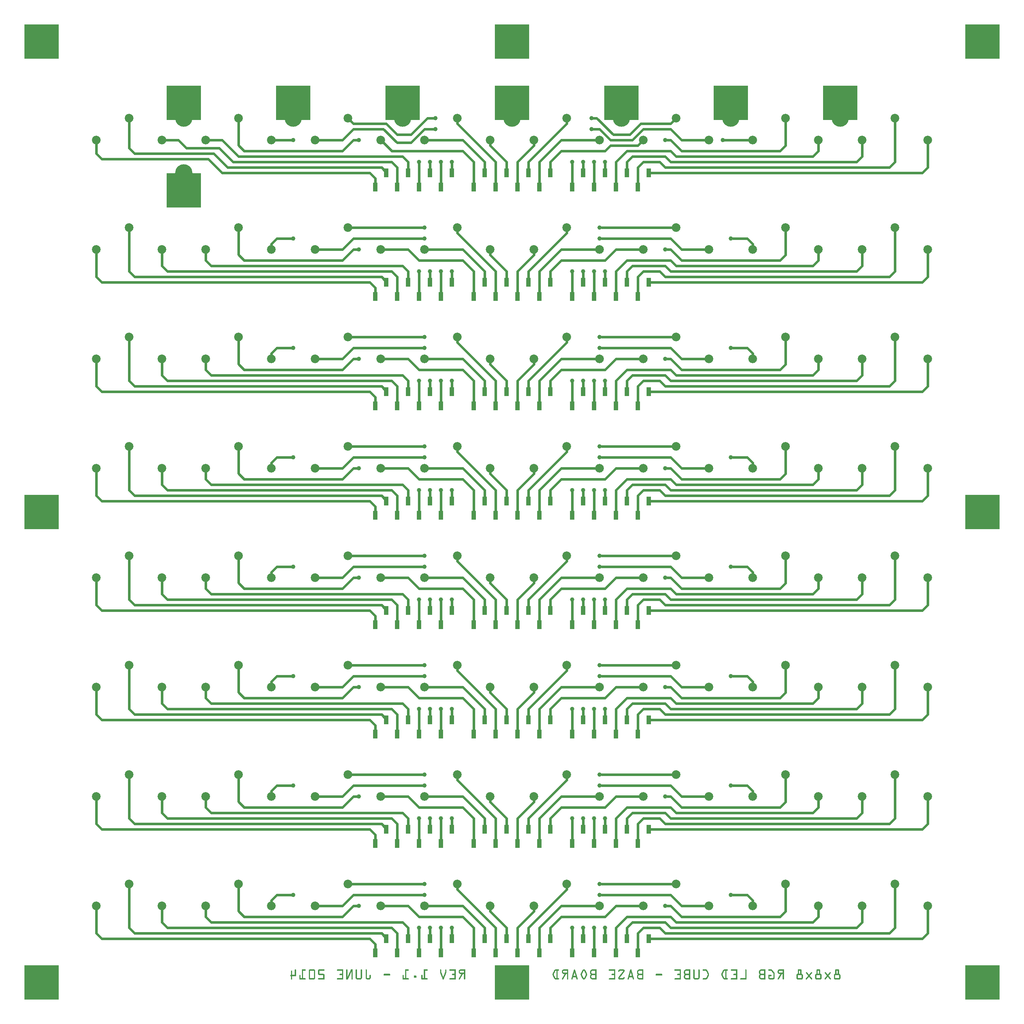
<source format=gbl>
G04 MADE WITH FRITZING*
G04 WWW.FRITZING.ORG*
G04 DOUBLE SIDED*
G04 HOLES PLATED*
G04 CONTOUR ON CENTER OF CONTOUR VECTOR*
%ASAXBY*%
%FSLAX23Y23*%
%MOIN*%
%OFA0B0*%
%SFA1.0B1.0*%
%ADD10C,0.157480*%
%ADD11C,0.039370*%
%ADD12C,0.079370*%
%ADD13R,0.314961X0.314961*%
%ADD14R,0.039370X0.078740*%
%ADD15C,0.024000*%
%ADD16R,0.001000X0.001000*%
%LNCOPPER0*%
G90*
G70*
G54D10*
X7497Y8108D03*
X1497Y7608D03*
X3497Y8108D03*
X4497Y8108D03*
X6497Y8108D03*
X5497Y8108D03*
X2497Y8108D03*
X1497Y8108D03*
G54D11*
X5147Y7708D03*
X5147Y6708D03*
X5147Y5708D03*
X5147Y4708D03*
X5147Y3708D03*
X5147Y2708D03*
X5147Y1708D03*
X5147Y708D03*
X5047Y7708D03*
X5047Y6708D03*
X5047Y5708D03*
X5047Y4708D03*
X5047Y3708D03*
X5047Y2708D03*
X5047Y1708D03*
X5047Y708D03*
X5247Y7708D03*
X5247Y6708D03*
X5247Y5708D03*
X5247Y4708D03*
X5247Y3708D03*
X5247Y2708D03*
X5247Y1708D03*
X5247Y708D03*
X5347Y7708D03*
X5347Y6708D03*
X5347Y5708D03*
X5347Y4708D03*
X5347Y3708D03*
X5347Y2708D03*
X5347Y1708D03*
X5347Y708D03*
X3947Y7708D03*
X3947Y6708D03*
X3947Y5708D03*
X3947Y4708D03*
X3947Y3708D03*
X3947Y2708D03*
X3947Y1708D03*
X3947Y708D03*
X3847Y7708D03*
X3847Y6708D03*
X3847Y5708D03*
X3847Y4708D03*
X3847Y3708D03*
X3847Y2708D03*
X3847Y1708D03*
X3847Y708D03*
X3747Y7708D03*
X3747Y6708D03*
X3747Y5708D03*
X3747Y4708D03*
X3747Y3708D03*
X3747Y2708D03*
X3747Y1708D03*
X3747Y708D03*
X3647Y7708D03*
X3647Y6708D03*
X3647Y5708D03*
X3647Y4708D03*
X3647Y3708D03*
X3647Y2708D03*
X3647Y1708D03*
X3647Y708D03*
X3797Y8008D03*
X3697Y7008D03*
X3697Y6008D03*
X3697Y5008D03*
X3697Y4008D03*
X3697Y3008D03*
X3697Y2008D03*
X3697Y1008D03*
X2497Y7908D03*
X2497Y7008D03*
X2497Y6008D03*
X2497Y5008D03*
X2497Y4008D03*
X2497Y3008D03*
X2497Y2008D03*
X2497Y1008D03*
X3797Y8108D03*
X3697Y7108D03*
X3697Y6108D03*
X3697Y5108D03*
X3697Y4108D03*
X3697Y3108D03*
X3697Y2108D03*
X3697Y1108D03*
X3097Y7908D03*
X3097Y6908D03*
X3097Y5908D03*
X3097Y4908D03*
X3097Y3908D03*
X3097Y2908D03*
X3097Y1908D03*
X3097Y908D03*
X5222Y8108D03*
X5297Y7108D03*
X5297Y6108D03*
X5297Y5108D03*
X5297Y4108D03*
X5297Y3108D03*
X5297Y2108D03*
X5297Y1108D03*
X5897Y7908D03*
X5897Y6908D03*
X5897Y5908D03*
X5897Y4908D03*
X5897Y3908D03*
X5897Y2908D03*
X5897Y1908D03*
X5897Y908D03*
X6422Y7908D03*
X6497Y7008D03*
X6497Y6008D03*
X6497Y5008D03*
X6497Y4008D03*
X6497Y3008D03*
X6497Y2008D03*
X6497Y1008D03*
X5222Y8008D03*
X5297Y7008D03*
X5297Y6008D03*
X5297Y5008D03*
X5297Y4008D03*
X5297Y3008D03*
X5297Y2008D03*
X5297Y1008D03*
G54D12*
X6697Y7908D03*
X6697Y6908D03*
X6697Y5908D03*
X6697Y4908D03*
X6697Y3908D03*
X6697Y2908D03*
X6697Y1908D03*
X6697Y908D03*
X8297Y7908D03*
X8297Y6908D03*
X8297Y5908D03*
X8297Y4908D03*
X8297Y3908D03*
X8297Y2908D03*
X8297Y1908D03*
X8297Y908D03*
X6997Y8108D03*
X6997Y7108D03*
X6997Y6108D03*
X6997Y5108D03*
X6997Y4108D03*
X6997Y3108D03*
X6997Y2108D03*
X6997Y1108D03*
X5297Y7908D03*
X5297Y6908D03*
X5297Y5908D03*
X5297Y4908D03*
X5297Y3908D03*
X5297Y2908D03*
X5297Y1908D03*
X5297Y908D03*
X7997Y8108D03*
X7997Y7108D03*
X7997Y6108D03*
X7997Y5108D03*
X7997Y4108D03*
X7997Y3108D03*
X7997Y2108D03*
X7997Y1108D03*
X5997Y8108D03*
X5997Y7108D03*
X5997Y6108D03*
X5997Y5108D03*
X5997Y4108D03*
X5997Y3108D03*
X5997Y2108D03*
X5997Y1108D03*
X7297Y7908D03*
X7297Y6908D03*
X7297Y5908D03*
X7297Y4908D03*
X7297Y3908D03*
X7297Y2908D03*
X7297Y1908D03*
X7297Y908D03*
X4997Y8108D03*
X4997Y7108D03*
X4997Y6108D03*
X4997Y5108D03*
X4997Y4108D03*
X4997Y3108D03*
X4997Y2108D03*
X4997Y1108D03*
X5697Y7908D03*
X5697Y6908D03*
X5697Y5908D03*
X5697Y4908D03*
X5697Y3908D03*
X5697Y2908D03*
X5697Y1908D03*
X5697Y908D03*
X7697Y7908D03*
X7697Y6908D03*
X7697Y5908D03*
X7697Y4908D03*
X7697Y3908D03*
X7697Y2908D03*
X7697Y1908D03*
X7697Y908D03*
X6297Y7908D03*
X6297Y6908D03*
X6297Y5908D03*
X6297Y4908D03*
X6297Y3908D03*
X6297Y2908D03*
X6297Y1908D03*
X6297Y908D03*
X4697Y7908D03*
X4697Y6908D03*
X4697Y5908D03*
X4697Y4908D03*
X4697Y3908D03*
X4697Y2908D03*
X4697Y1908D03*
X4697Y908D03*
X3997Y8108D03*
X3997Y7108D03*
X3997Y6108D03*
X3997Y5108D03*
X3997Y4108D03*
X3997Y3108D03*
X3997Y2108D03*
X3997Y1108D03*
X4297Y7908D03*
X4297Y6908D03*
X4297Y5908D03*
X4297Y4908D03*
X4297Y3908D03*
X4297Y2908D03*
X4297Y1908D03*
X4297Y908D03*
X3697Y7908D03*
X3697Y6908D03*
X3697Y5908D03*
X3697Y4908D03*
X3697Y3908D03*
X3697Y2908D03*
X3697Y1908D03*
X3697Y908D03*
X2997Y8108D03*
X2997Y7108D03*
X2997Y6108D03*
X2997Y5108D03*
X2997Y4108D03*
X2997Y3108D03*
X2997Y2108D03*
X2997Y1108D03*
X3297Y7908D03*
X3297Y6908D03*
X3297Y5908D03*
X3297Y4908D03*
X3297Y3908D03*
X3297Y2908D03*
X3297Y1908D03*
X3297Y908D03*
X2697Y7908D03*
X2697Y6908D03*
X2697Y5908D03*
X2697Y4908D03*
X2697Y3908D03*
X2697Y2908D03*
X2697Y1908D03*
X2697Y908D03*
X1997Y8108D03*
X1997Y7108D03*
X1997Y6108D03*
X1997Y5108D03*
X1997Y4108D03*
X1997Y3108D03*
X1997Y2108D03*
X1997Y1108D03*
X2297Y7908D03*
X2297Y6908D03*
X2297Y5908D03*
X2297Y4908D03*
X2297Y3908D03*
X2297Y2908D03*
X2297Y1908D03*
X2297Y908D03*
X1697Y7908D03*
X1697Y6908D03*
X1697Y5908D03*
X1697Y4908D03*
X1697Y3908D03*
X1697Y2908D03*
X1697Y1908D03*
X1697Y908D03*
X1297Y7908D03*
X1297Y6908D03*
X1297Y5908D03*
X1297Y4908D03*
X1297Y3908D03*
X1297Y2908D03*
X1297Y1908D03*
X1297Y908D03*
X997Y8108D03*
X997Y7108D03*
X997Y6108D03*
X997Y5108D03*
X997Y4108D03*
X997Y3108D03*
X997Y2108D03*
X997Y1108D03*
X697Y7908D03*
X697Y6908D03*
X697Y5908D03*
X697Y4908D03*
X697Y3908D03*
X697Y2908D03*
X697Y1908D03*
X697Y908D03*
G54D13*
X1497Y8249D03*
X2497Y8249D03*
X3497Y8249D03*
X4497Y8249D03*
X1497Y7449D03*
X5497Y8249D03*
X6497Y8249D03*
X7497Y8249D03*
X8797Y8808D03*
X8797Y208D03*
X197Y208D03*
X4497Y208D03*
X8797Y4508D03*
X197Y4508D03*
X4497Y8808D03*
X197Y8808D03*
G54D14*
X3847Y7478D03*
X3647Y7478D03*
X3447Y7478D03*
X3247Y7478D03*
X3947Y7608D03*
X3747Y7608D03*
X3547Y7608D03*
X3347Y7608D03*
X4747Y7478D03*
X4547Y7478D03*
X4347Y7478D03*
X4147Y7478D03*
X4847Y7608D03*
X4647Y7608D03*
X4447Y7608D03*
X4247Y7608D03*
X5647Y7478D03*
X5447Y7478D03*
X5247Y7478D03*
X5047Y7478D03*
X5747Y7608D03*
X5547Y7608D03*
X5347Y7608D03*
X5147Y7608D03*
X3847Y6478D03*
X3647Y6478D03*
X3447Y6478D03*
X3247Y6478D03*
X3947Y6608D03*
X3747Y6608D03*
X3547Y6608D03*
X3347Y6608D03*
X4747Y6478D03*
X4547Y6478D03*
X4347Y6478D03*
X4147Y6478D03*
X4847Y6608D03*
X4647Y6608D03*
X4447Y6608D03*
X4247Y6608D03*
X5647Y6478D03*
X5447Y6478D03*
X5247Y6478D03*
X5047Y6478D03*
X5747Y6608D03*
X5547Y6608D03*
X5347Y6608D03*
X5147Y6608D03*
X3847Y5478D03*
X3647Y5478D03*
X3447Y5478D03*
X3247Y5478D03*
X3947Y5608D03*
X3747Y5608D03*
X3547Y5608D03*
X3347Y5608D03*
X4747Y5478D03*
X4547Y5478D03*
X4347Y5478D03*
X4147Y5478D03*
X4847Y5608D03*
X4647Y5608D03*
X4447Y5608D03*
X4247Y5608D03*
X5647Y5478D03*
X5447Y5478D03*
X5247Y5478D03*
X5047Y5478D03*
X5747Y5608D03*
X5547Y5608D03*
X5347Y5608D03*
X5147Y5608D03*
X3847Y4478D03*
X3647Y4478D03*
X3447Y4478D03*
X3247Y4478D03*
X3947Y4608D03*
X3747Y4608D03*
X3547Y4608D03*
X3347Y4608D03*
X4747Y4478D03*
X4547Y4478D03*
X4347Y4478D03*
X4147Y4478D03*
X4847Y4608D03*
X4647Y4608D03*
X4447Y4608D03*
X4247Y4608D03*
X5647Y4478D03*
X5447Y4478D03*
X5247Y4478D03*
X5047Y4478D03*
X5747Y4608D03*
X5547Y4608D03*
X5347Y4608D03*
X5147Y4608D03*
X3847Y3478D03*
X3647Y3478D03*
X3447Y3478D03*
X3247Y3478D03*
X3947Y3608D03*
X3747Y3608D03*
X3547Y3608D03*
X3347Y3608D03*
X4747Y3478D03*
X4547Y3478D03*
X4347Y3478D03*
X4147Y3478D03*
X4847Y3608D03*
X4647Y3608D03*
X4447Y3608D03*
X4247Y3608D03*
X5647Y3478D03*
X5447Y3478D03*
X5247Y3478D03*
X5047Y3478D03*
X5747Y3608D03*
X5547Y3608D03*
X5347Y3608D03*
X5147Y3608D03*
X3847Y2478D03*
X3647Y2478D03*
X3447Y2478D03*
X3247Y2478D03*
X3947Y2608D03*
X3747Y2608D03*
X3547Y2608D03*
X3347Y2608D03*
X4747Y2478D03*
X4547Y2478D03*
X4347Y2478D03*
X4147Y2478D03*
X4847Y2608D03*
X4647Y2608D03*
X4447Y2608D03*
X4247Y2608D03*
X5647Y2478D03*
X5447Y2478D03*
X5247Y2478D03*
X5047Y2478D03*
X5747Y2608D03*
X5547Y2608D03*
X5347Y2608D03*
X5147Y2608D03*
X3847Y1478D03*
X3647Y1478D03*
X3447Y1478D03*
X3247Y1478D03*
X3947Y1608D03*
X3747Y1608D03*
X3547Y1608D03*
X3347Y1608D03*
X4747Y1478D03*
X4547Y1478D03*
X4347Y1478D03*
X4147Y1478D03*
X4847Y1608D03*
X4647Y1608D03*
X4447Y1608D03*
X4247Y1608D03*
X5647Y1478D03*
X5447Y1478D03*
X5247Y1478D03*
X5047Y1478D03*
X5747Y1608D03*
X5547Y1608D03*
X5347Y1608D03*
X5147Y1608D03*
X3847Y478D03*
X3647Y478D03*
X3447Y478D03*
X3247Y478D03*
X3947Y608D03*
X3747Y608D03*
X3547Y608D03*
X3347Y608D03*
X4747Y478D03*
X4547Y478D03*
X4347Y478D03*
X4147Y478D03*
X4847Y608D03*
X4647Y608D03*
X4447Y608D03*
X4247Y608D03*
X5647Y478D03*
X5447Y478D03*
X5247Y478D03*
X5047Y478D03*
X5747Y608D03*
X5547Y608D03*
X5347Y608D03*
X5147Y608D03*
G54D15*
X1996Y7860D02*
X1997Y8077D01*
D02*
X2948Y7808D02*
X2048Y7808D01*
D02*
X3047Y7908D02*
X2948Y7808D01*
D02*
X3078Y7908D02*
X3047Y7908D01*
D02*
X2048Y7808D02*
X1996Y7860D01*
D02*
X1996Y6860D02*
X1997Y7077D01*
D02*
X2948Y6808D02*
X2048Y6808D01*
D02*
X3047Y6908D02*
X2948Y6808D01*
D02*
X3078Y6908D02*
X3047Y6908D01*
D02*
X2048Y6808D02*
X1996Y6860D01*
D02*
X1996Y5860D02*
X1997Y6077D01*
D02*
X2948Y5808D02*
X2048Y5808D01*
D02*
X3047Y5908D02*
X2948Y5808D01*
D02*
X3078Y5908D02*
X3047Y5908D01*
D02*
X2048Y5808D02*
X1996Y5860D01*
D02*
X1996Y4860D02*
X1997Y5077D01*
D02*
X2948Y4808D02*
X2048Y4808D01*
D02*
X3047Y4908D02*
X2948Y4808D01*
D02*
X3078Y4908D02*
X3047Y4908D01*
D02*
X2048Y4808D02*
X1996Y4860D01*
D02*
X1996Y3860D02*
X1997Y4077D01*
D02*
X2948Y3808D02*
X2048Y3808D01*
D02*
X3047Y3908D02*
X2948Y3808D01*
D02*
X3078Y3908D02*
X3047Y3908D01*
D02*
X2048Y3808D02*
X1996Y3860D01*
D02*
X1996Y2860D02*
X1997Y3077D01*
D02*
X2948Y2808D02*
X2048Y2808D01*
D02*
X3047Y2908D02*
X2948Y2808D01*
D02*
X3078Y2908D02*
X3047Y2908D01*
D02*
X2048Y2808D02*
X1996Y2860D01*
D02*
X1996Y1860D02*
X1997Y2077D01*
D02*
X2948Y1808D02*
X2048Y1808D01*
D02*
X3047Y1908D02*
X2948Y1808D01*
D02*
X3078Y1908D02*
X3047Y1908D01*
D02*
X2048Y1808D02*
X1996Y1860D01*
D02*
X3047Y908D02*
X2948Y808D01*
D02*
X2948Y808D02*
X2048Y808D01*
D02*
X2048Y808D02*
X1996Y860D01*
D02*
X1996Y860D02*
X1997Y1077D01*
D02*
X3078Y908D02*
X3047Y908D01*
D02*
X4447Y7708D02*
X4297Y7858D01*
D02*
X4447Y7642D02*
X4447Y7708D01*
D02*
X4297Y7858D02*
X4297Y7877D01*
D02*
X4447Y6708D02*
X4297Y6858D01*
D02*
X4447Y6642D02*
X4447Y6708D01*
D02*
X4297Y6858D02*
X4297Y6877D01*
D02*
X4447Y5708D02*
X4297Y5858D01*
D02*
X4447Y5642D02*
X4447Y5708D01*
D02*
X4297Y5858D02*
X4297Y5877D01*
D02*
X4447Y4708D02*
X4297Y4858D01*
D02*
X4447Y4642D02*
X4447Y4708D01*
D02*
X4297Y4858D02*
X4297Y4877D01*
D02*
X4447Y3708D02*
X4297Y3858D01*
D02*
X4447Y3642D02*
X4447Y3708D01*
D02*
X4297Y3858D02*
X4297Y3877D01*
D02*
X4447Y2708D02*
X4297Y2858D01*
D02*
X4447Y2642D02*
X4447Y2708D01*
D02*
X4297Y2858D02*
X4297Y2877D01*
D02*
X4447Y1708D02*
X4297Y1858D01*
D02*
X4447Y1642D02*
X4447Y1708D01*
D02*
X4297Y1858D02*
X4297Y1877D01*
D02*
X4447Y708D02*
X4297Y858D01*
D02*
X4297Y858D02*
X4297Y877D01*
D02*
X4447Y642D02*
X4447Y708D01*
D02*
X3997Y8058D02*
X4347Y7708D01*
D02*
X4347Y7708D02*
X4347Y7512D01*
D02*
X3997Y8077D02*
X3997Y8058D01*
D02*
X3997Y7058D02*
X4347Y6708D01*
D02*
X4347Y6708D02*
X4347Y6512D01*
D02*
X3997Y7077D02*
X3997Y7058D01*
D02*
X3997Y6058D02*
X4347Y5708D01*
D02*
X4347Y5708D02*
X4347Y5512D01*
D02*
X3997Y6077D02*
X3997Y6058D01*
D02*
X3997Y5058D02*
X4347Y4708D01*
D02*
X4347Y4708D02*
X4347Y4512D01*
D02*
X3997Y5077D02*
X3997Y5058D01*
D02*
X3997Y4058D02*
X4347Y3708D01*
D02*
X4347Y3708D02*
X4347Y3512D01*
D02*
X3997Y4077D02*
X3997Y4058D01*
D02*
X3997Y3058D02*
X4347Y2708D01*
D02*
X4347Y2708D02*
X4347Y2512D01*
D02*
X3997Y3077D02*
X3997Y3058D01*
D02*
X3997Y2058D02*
X4347Y1708D01*
D02*
X4347Y1708D02*
X4347Y1512D01*
D02*
X3997Y2077D02*
X3997Y2058D01*
D02*
X3996Y1058D02*
X4347Y708D01*
D02*
X4347Y708D02*
X4347Y512D01*
D02*
X3997Y1077D02*
X3996Y1058D01*
D02*
X4747Y7708D02*
X4947Y7908D01*
D02*
X4947Y7908D02*
X5266Y7908D01*
D02*
X4747Y7512D02*
X4747Y7708D01*
D02*
X4747Y6708D02*
X4947Y6908D01*
D02*
X4947Y6908D02*
X5266Y6908D01*
D02*
X4747Y6512D02*
X4747Y6708D01*
D02*
X4747Y5708D02*
X4947Y5908D01*
D02*
X4947Y5908D02*
X5266Y5908D01*
D02*
X4747Y5512D02*
X4747Y5708D01*
D02*
X4747Y4708D02*
X4947Y4908D01*
D02*
X4947Y4908D02*
X5266Y4908D01*
D02*
X4747Y4512D02*
X4747Y4708D01*
D02*
X4747Y3708D02*
X4947Y3908D01*
D02*
X4947Y3908D02*
X5266Y3908D01*
D02*
X4747Y3512D02*
X4747Y3708D01*
D02*
X4747Y2708D02*
X4947Y2908D01*
D02*
X4947Y2908D02*
X5266Y2908D01*
D02*
X4747Y2512D02*
X4747Y2708D01*
D02*
X4747Y1708D02*
X4947Y1908D01*
D02*
X4947Y1908D02*
X5266Y1908D01*
D02*
X4747Y1512D02*
X4747Y1708D01*
D02*
X4947Y908D02*
X5266Y908D01*
D02*
X4747Y708D02*
X4947Y908D01*
D02*
X4747Y512D02*
X4747Y708D01*
D02*
X4697Y7858D02*
X4697Y7877D01*
D02*
X4547Y7512D02*
X4547Y7708D01*
D02*
X4547Y7708D02*
X4697Y7858D01*
D02*
X4697Y6858D02*
X4697Y6877D01*
D02*
X4547Y6512D02*
X4547Y6708D01*
D02*
X4547Y6708D02*
X4697Y6858D01*
D02*
X4697Y5858D02*
X4697Y5877D01*
D02*
X4547Y5512D02*
X4547Y5708D01*
D02*
X4547Y5708D02*
X4697Y5858D01*
D02*
X4697Y4858D02*
X4697Y4877D01*
D02*
X4547Y4512D02*
X4547Y4708D01*
D02*
X4547Y4708D02*
X4697Y4858D01*
D02*
X4697Y3858D02*
X4697Y3877D01*
D02*
X4547Y3512D02*
X4547Y3708D01*
D02*
X4547Y3708D02*
X4697Y3858D01*
D02*
X4697Y2858D02*
X4697Y2877D01*
D02*
X4547Y2512D02*
X4547Y2708D01*
D02*
X4547Y2708D02*
X4697Y2858D01*
D02*
X4697Y1858D02*
X4697Y1877D01*
D02*
X4547Y1512D02*
X4547Y1708D01*
D02*
X4547Y1708D02*
X4697Y1858D01*
D02*
X4697Y858D02*
X4697Y877D01*
D02*
X4547Y708D02*
X4697Y858D01*
D02*
X4547Y512D02*
X4547Y708D01*
D02*
X4997Y8058D02*
X4647Y7708D01*
D02*
X4647Y7708D02*
X4647Y7642D01*
D02*
X4997Y8077D02*
X4997Y8058D01*
D02*
X4997Y7058D02*
X4647Y6708D01*
D02*
X4647Y6708D02*
X4647Y6642D01*
D02*
X4997Y7077D02*
X4997Y7058D01*
D02*
X4997Y6058D02*
X4647Y5708D01*
D02*
X4647Y5708D02*
X4647Y5642D01*
D02*
X4997Y6077D02*
X4997Y6058D01*
D02*
X4997Y5058D02*
X4647Y4708D01*
D02*
X4647Y4708D02*
X4647Y4642D01*
D02*
X4997Y5077D02*
X4997Y5058D01*
D02*
X4997Y4058D02*
X4647Y3708D01*
D02*
X4647Y3708D02*
X4647Y3642D01*
D02*
X4997Y4077D02*
X4997Y4058D01*
D02*
X4997Y3058D02*
X4647Y2708D01*
D02*
X4647Y2708D02*
X4647Y2642D01*
D02*
X4997Y3077D02*
X4997Y3058D01*
D02*
X4997Y2058D02*
X4647Y1708D01*
D02*
X4647Y1708D02*
X4647Y1642D01*
D02*
X4997Y2077D02*
X4997Y2058D01*
D02*
X4997Y1058D02*
X4647Y708D01*
D02*
X4647Y708D02*
X4647Y642D01*
D02*
X4997Y1077D02*
X4997Y1058D01*
D02*
X4247Y7708D02*
X4047Y7908D01*
D02*
X4247Y7642D02*
X4247Y7708D01*
D02*
X4047Y7908D02*
X3728Y7908D01*
D02*
X4247Y6708D02*
X4047Y6908D01*
D02*
X4247Y6642D02*
X4247Y6708D01*
D02*
X4047Y6908D02*
X3728Y6908D01*
D02*
X4247Y5708D02*
X4047Y5908D01*
D02*
X4247Y5642D02*
X4247Y5708D01*
D02*
X4047Y5908D02*
X3728Y5908D01*
D02*
X4247Y4708D02*
X4047Y4908D01*
D02*
X4247Y4642D02*
X4247Y4708D01*
D02*
X4047Y4908D02*
X3728Y4908D01*
D02*
X4247Y3708D02*
X4047Y3908D01*
D02*
X4247Y3642D02*
X4247Y3708D01*
D02*
X4047Y3908D02*
X3728Y3908D01*
D02*
X4247Y2708D02*
X4047Y2908D01*
D02*
X4247Y2642D02*
X4247Y2708D01*
D02*
X4047Y2908D02*
X3728Y2908D01*
D02*
X4247Y1708D02*
X4047Y1908D01*
D02*
X4247Y1642D02*
X4247Y1708D01*
D02*
X4047Y1908D02*
X3728Y1908D01*
D02*
X4047Y908D02*
X3728Y908D01*
D02*
X4247Y708D02*
X4047Y908D01*
D02*
X4247Y642D02*
X4247Y708D01*
D02*
X4847Y7708D02*
X4847Y7642D01*
D02*
X4947Y7808D02*
X4847Y7708D01*
D02*
X5675Y7887D02*
X5646Y7859D01*
D02*
X5397Y7859D02*
X5347Y7807D01*
D02*
X5646Y7859D02*
X5397Y7859D01*
D02*
X5347Y7807D02*
X4947Y7808D01*
D02*
X4847Y6708D02*
X4847Y6642D01*
D02*
X4947Y6808D02*
X4847Y6708D01*
D02*
X5666Y6908D02*
X5447Y6908D01*
D02*
X5447Y6908D02*
X5347Y6807D01*
D02*
X5347Y6807D02*
X4947Y6808D01*
D02*
X4847Y5708D02*
X4847Y5642D01*
D02*
X4947Y5808D02*
X4847Y5708D01*
D02*
X5666Y5908D02*
X5447Y5908D01*
D02*
X5447Y5908D02*
X5347Y5807D01*
D02*
X5347Y5807D02*
X4947Y5808D01*
D02*
X4847Y4708D02*
X4847Y4642D01*
D02*
X4947Y4808D02*
X4847Y4708D01*
D02*
X5666Y4908D02*
X5447Y4908D01*
D02*
X5447Y4908D02*
X5347Y4807D01*
D02*
X5347Y4807D02*
X4947Y4808D01*
D02*
X4847Y3708D02*
X4847Y3642D01*
D02*
X4947Y3808D02*
X4847Y3708D01*
D02*
X5666Y3908D02*
X5447Y3908D01*
D02*
X5447Y3908D02*
X5347Y3807D01*
D02*
X5347Y3807D02*
X4947Y3808D01*
D02*
X4847Y2708D02*
X4847Y2642D01*
D02*
X4947Y2808D02*
X4847Y2708D01*
D02*
X5666Y2908D02*
X5447Y2908D01*
D02*
X5447Y2908D02*
X5347Y2807D01*
D02*
X5347Y2807D02*
X4947Y2808D01*
D02*
X4847Y1708D02*
X4847Y1642D01*
D02*
X4947Y1808D02*
X4847Y1708D01*
D02*
X5666Y1908D02*
X5447Y1908D01*
D02*
X5447Y1908D02*
X5347Y1807D01*
D02*
X5347Y1807D02*
X4947Y1808D01*
D02*
X4847Y708D02*
X4847Y642D01*
D02*
X4947Y808D02*
X4847Y708D01*
D02*
X5347Y807D02*
X4947Y808D01*
D02*
X5447Y908D02*
X5347Y807D01*
D02*
X5666Y908D02*
X5447Y908D01*
D02*
X4048Y7808D02*
X3397Y7809D01*
D02*
X3397Y7809D02*
X3319Y7886D01*
D02*
X4147Y7512D02*
X4147Y7708D01*
D02*
X4147Y7708D02*
X4048Y7808D01*
D02*
X3647Y6807D02*
X3546Y6908D01*
D02*
X4048Y6808D02*
X3647Y6807D01*
D02*
X3546Y6908D02*
X3328Y6908D01*
D02*
X4147Y6512D02*
X4147Y6708D01*
D02*
X4147Y6708D02*
X4048Y6808D01*
D02*
X3647Y5807D02*
X3546Y5908D01*
D02*
X4048Y5808D02*
X3647Y5807D01*
D02*
X3546Y5908D02*
X3328Y5908D01*
D02*
X4147Y5512D02*
X4147Y5708D01*
D02*
X4147Y5708D02*
X4048Y5808D01*
D02*
X3647Y4807D02*
X3546Y4908D01*
D02*
X4048Y4808D02*
X3647Y4807D01*
D02*
X3546Y4908D02*
X3328Y4908D01*
D02*
X4147Y4512D02*
X4147Y4708D01*
D02*
X4147Y4708D02*
X4048Y4808D01*
D02*
X3647Y3807D02*
X3546Y3908D01*
D02*
X4048Y3808D02*
X3647Y3807D01*
D02*
X3546Y3908D02*
X3328Y3908D01*
D02*
X4147Y3512D02*
X4147Y3708D01*
D02*
X4147Y3708D02*
X4048Y3808D01*
D02*
X3647Y2807D02*
X3546Y2908D01*
D02*
X4048Y2808D02*
X3647Y2807D01*
D02*
X3546Y2908D02*
X3328Y2908D01*
D02*
X4147Y2512D02*
X4147Y2708D01*
D02*
X4147Y2708D02*
X4048Y2808D01*
D02*
X3647Y1807D02*
X3546Y1908D01*
D02*
X4048Y1808D02*
X3647Y1807D01*
D02*
X3546Y1908D02*
X3328Y1908D01*
D02*
X4147Y1512D02*
X4147Y1708D01*
D02*
X4147Y1708D02*
X4048Y1808D01*
D02*
X4048Y808D02*
X3647Y807D01*
D02*
X3546Y908D02*
X3328Y908D01*
D02*
X3647Y807D02*
X3546Y908D01*
D02*
X4147Y708D02*
X4048Y808D01*
D02*
X4147Y512D02*
X4147Y708D01*
D02*
X5047Y7689D02*
X5047Y7512D01*
D02*
X5047Y6689D02*
X5047Y6512D01*
D02*
X5047Y5689D02*
X5047Y5512D01*
D02*
X5047Y4689D02*
X5047Y4512D01*
D02*
X5047Y3689D02*
X5047Y3512D01*
D02*
X5047Y2689D02*
X5047Y2512D01*
D02*
X5047Y1689D02*
X5047Y1512D01*
D02*
X5047Y689D02*
X5047Y512D01*
D02*
X5147Y7642D02*
X5147Y7689D01*
D02*
X5147Y6642D02*
X5147Y6689D01*
D02*
X5147Y5642D02*
X5147Y5689D01*
D02*
X5147Y4642D02*
X5147Y4689D01*
D02*
X5147Y3642D02*
X5147Y3689D01*
D02*
X5147Y2642D02*
X5147Y2689D01*
D02*
X5147Y1642D02*
X5147Y1689D01*
D02*
X5147Y642D02*
X5147Y689D01*
D02*
X5247Y7689D02*
X5247Y7512D01*
D02*
X5247Y6689D02*
X5247Y6512D01*
D02*
X5247Y5689D02*
X5247Y5512D01*
D02*
X5247Y4689D02*
X5247Y4512D01*
D02*
X5247Y3689D02*
X5247Y3512D01*
D02*
X5247Y2689D02*
X5247Y2512D01*
D02*
X5247Y1689D02*
X5247Y1512D01*
D02*
X5247Y689D02*
X5247Y512D01*
D02*
X5347Y7689D02*
X5347Y7642D01*
D02*
X5347Y6689D02*
X5347Y6642D01*
D02*
X5347Y5689D02*
X5347Y5642D01*
D02*
X5347Y4689D02*
X5347Y4642D01*
D02*
X5347Y3689D02*
X5347Y3642D01*
D02*
X5347Y2689D02*
X5347Y2642D01*
D02*
X5347Y1689D02*
X5347Y1642D01*
D02*
X5347Y689D02*
X5347Y642D01*
D02*
X7247Y7758D02*
X5997Y7758D01*
D02*
X7297Y7808D02*
X7247Y7758D01*
D02*
X5448Y7708D02*
X5447Y7512D01*
D02*
X5997Y7758D02*
X5947Y7808D01*
D02*
X5947Y7808D02*
X5547Y7808D01*
D02*
X5547Y7808D02*
X5448Y7708D01*
D02*
X7297Y7877D02*
X7297Y7808D01*
D02*
X7247Y6758D02*
X5997Y6758D01*
D02*
X7297Y6808D02*
X7247Y6758D01*
D02*
X5448Y6708D02*
X5447Y6512D01*
D02*
X5997Y6758D02*
X5947Y6808D01*
D02*
X5947Y6808D02*
X5547Y6808D01*
D02*
X5547Y6808D02*
X5448Y6708D01*
D02*
X7297Y6877D02*
X7297Y6808D01*
D02*
X7247Y5758D02*
X5997Y5758D01*
D02*
X7297Y5808D02*
X7247Y5758D01*
D02*
X5448Y5708D02*
X5447Y5512D01*
D02*
X5997Y5758D02*
X5947Y5808D01*
D02*
X5947Y5808D02*
X5547Y5808D01*
D02*
X5547Y5808D02*
X5448Y5708D01*
D02*
X7297Y5877D02*
X7297Y5808D01*
D02*
X7247Y4758D02*
X5997Y4758D01*
D02*
X7297Y4808D02*
X7247Y4758D01*
D02*
X5448Y4708D02*
X5447Y4512D01*
D02*
X5997Y4758D02*
X5947Y4808D01*
D02*
X5947Y4808D02*
X5547Y4808D01*
D02*
X5547Y4808D02*
X5448Y4708D01*
D02*
X7297Y4877D02*
X7297Y4808D01*
D02*
X7247Y3758D02*
X5997Y3758D01*
D02*
X7297Y3808D02*
X7247Y3758D01*
D02*
X5448Y3708D02*
X5447Y3512D01*
D02*
X5997Y3758D02*
X5947Y3808D01*
D02*
X5947Y3808D02*
X5547Y3808D01*
D02*
X5547Y3808D02*
X5448Y3708D01*
D02*
X7297Y3877D02*
X7297Y3808D01*
D02*
X7247Y2758D02*
X5997Y2758D01*
D02*
X7297Y2808D02*
X7247Y2758D01*
D02*
X5448Y2708D02*
X5447Y2512D01*
D02*
X5997Y2758D02*
X5947Y2808D01*
D02*
X5947Y2808D02*
X5547Y2808D01*
D02*
X5547Y2808D02*
X5448Y2708D01*
D02*
X7297Y2877D02*
X7297Y2808D01*
D02*
X7247Y1758D02*
X5997Y1758D01*
D02*
X7297Y1808D02*
X7247Y1758D01*
D02*
X5448Y1708D02*
X5447Y1512D01*
D02*
X5997Y1758D02*
X5947Y1808D01*
D02*
X5947Y1808D02*
X5547Y1808D01*
D02*
X5547Y1808D02*
X5448Y1708D01*
D02*
X7297Y1877D02*
X7297Y1808D01*
D02*
X7297Y808D02*
X7247Y758D01*
D02*
X7247Y758D02*
X5997Y758D01*
D02*
X5997Y758D02*
X5947Y808D01*
D02*
X5947Y808D02*
X5547Y808D01*
D02*
X5547Y808D02*
X5448Y708D01*
D02*
X5448Y708D02*
X5447Y512D01*
D02*
X7297Y877D02*
X7297Y808D01*
D02*
X5597Y7758D02*
X5547Y7708D01*
D02*
X7697Y7758D02*
X7647Y7708D01*
D02*
X7697Y7877D02*
X7697Y7758D01*
D02*
X5947Y7708D02*
X5897Y7758D01*
D02*
X5897Y7758D02*
X5597Y7758D01*
D02*
X5547Y7708D02*
X5547Y7642D01*
D02*
X7647Y7708D02*
X5947Y7708D01*
D02*
X5597Y6758D02*
X5547Y6708D01*
D02*
X7697Y6758D02*
X7647Y6708D01*
D02*
X7697Y6877D02*
X7697Y6758D01*
D02*
X5947Y6708D02*
X5897Y6758D01*
D02*
X5897Y6758D02*
X5597Y6758D01*
D02*
X5547Y6708D02*
X5547Y6642D01*
D02*
X7647Y6708D02*
X5947Y6708D01*
D02*
X5597Y5758D02*
X5547Y5708D01*
D02*
X7697Y5758D02*
X7647Y5708D01*
D02*
X7697Y5877D02*
X7697Y5758D01*
D02*
X5947Y5708D02*
X5897Y5758D01*
D02*
X5897Y5758D02*
X5597Y5758D01*
D02*
X5547Y5708D02*
X5547Y5642D01*
D02*
X7647Y5708D02*
X5947Y5708D01*
D02*
X5597Y4758D02*
X5547Y4708D01*
D02*
X7697Y4758D02*
X7647Y4708D01*
D02*
X7697Y4877D02*
X7697Y4758D01*
D02*
X5947Y4708D02*
X5897Y4758D01*
D02*
X5897Y4758D02*
X5597Y4758D01*
D02*
X5547Y4708D02*
X5547Y4642D01*
D02*
X7647Y4708D02*
X5947Y4708D01*
D02*
X5597Y3758D02*
X5547Y3708D01*
D02*
X7697Y3758D02*
X7647Y3708D01*
D02*
X7697Y3877D02*
X7697Y3758D01*
D02*
X5947Y3708D02*
X5897Y3758D01*
D02*
X5897Y3758D02*
X5597Y3758D01*
D02*
X5547Y3708D02*
X5547Y3642D01*
D02*
X7647Y3708D02*
X5947Y3708D01*
D02*
X5597Y2758D02*
X5547Y2708D01*
D02*
X7697Y2758D02*
X7647Y2708D01*
D02*
X7697Y2877D02*
X7697Y2758D01*
D02*
X5947Y2708D02*
X5897Y2758D01*
D02*
X5897Y2758D02*
X5597Y2758D01*
D02*
X5547Y2708D02*
X5547Y2642D01*
D02*
X7647Y2708D02*
X5947Y2708D01*
D02*
X5597Y1758D02*
X5547Y1708D01*
D02*
X7697Y1758D02*
X7647Y1708D01*
D02*
X7697Y1877D02*
X7697Y1758D01*
D02*
X5947Y1708D02*
X5897Y1758D01*
D02*
X5897Y1758D02*
X5597Y1758D01*
D02*
X5547Y1708D02*
X5547Y1642D01*
D02*
X7647Y1708D02*
X5947Y1708D01*
D02*
X7697Y758D02*
X7647Y708D01*
D02*
X7647Y708D02*
X5947Y708D01*
D02*
X5947Y708D02*
X5897Y758D01*
D02*
X5897Y758D02*
X5597Y758D01*
D02*
X5597Y758D02*
X5547Y708D01*
D02*
X5547Y708D02*
X5547Y642D01*
D02*
X7697Y877D02*
X7697Y758D01*
D02*
X5897Y7659D02*
X5847Y7708D01*
D02*
X5847Y7708D02*
X5696Y7708D01*
D02*
X7947Y7659D02*
X5897Y7659D01*
D02*
X7997Y8077D02*
X7997Y7708D01*
D02*
X7997Y7708D02*
X7947Y7659D01*
D02*
X5696Y7708D02*
X5647Y7659D01*
D02*
X5647Y7659D02*
X5647Y7512D01*
D02*
X5897Y6659D02*
X5847Y6708D01*
D02*
X5847Y6708D02*
X5696Y6708D01*
D02*
X7947Y6659D02*
X5897Y6659D01*
D02*
X7997Y7077D02*
X7997Y6708D01*
D02*
X7997Y6708D02*
X7947Y6659D01*
D02*
X5696Y6708D02*
X5647Y6659D01*
D02*
X5647Y6659D02*
X5647Y6512D01*
D02*
X5897Y5659D02*
X5847Y5708D01*
D02*
X5847Y5708D02*
X5696Y5708D01*
D02*
X7947Y5659D02*
X5897Y5659D01*
D02*
X7997Y6077D02*
X7997Y5708D01*
D02*
X7997Y5708D02*
X7947Y5659D01*
D02*
X5696Y5708D02*
X5647Y5659D01*
D02*
X5647Y5659D02*
X5647Y5512D01*
D02*
X5897Y4659D02*
X5847Y4708D01*
D02*
X5847Y4708D02*
X5696Y4708D01*
D02*
X7947Y4659D02*
X5897Y4659D01*
D02*
X7997Y5077D02*
X7997Y4708D01*
D02*
X7997Y4708D02*
X7947Y4659D01*
D02*
X5696Y4708D02*
X5647Y4659D01*
D02*
X5647Y4659D02*
X5647Y4512D01*
D02*
X5897Y3659D02*
X5847Y3708D01*
D02*
X5847Y3708D02*
X5696Y3708D01*
D02*
X7947Y3659D02*
X5897Y3659D01*
D02*
X7997Y4077D02*
X7997Y3708D01*
D02*
X7997Y3708D02*
X7947Y3659D01*
D02*
X5696Y3708D02*
X5647Y3659D01*
D02*
X5647Y3659D02*
X5647Y3512D01*
D02*
X5897Y2659D02*
X5847Y2708D01*
D02*
X5847Y2708D02*
X5696Y2708D01*
D02*
X7947Y2659D02*
X5897Y2659D01*
D02*
X7997Y3077D02*
X7997Y2708D01*
D02*
X7997Y2708D02*
X7947Y2659D01*
D02*
X5696Y2708D02*
X5647Y2659D01*
D02*
X5647Y2659D02*
X5647Y2512D01*
D02*
X5897Y1659D02*
X5847Y1708D01*
D02*
X5847Y1708D02*
X5696Y1708D01*
D02*
X7947Y1659D02*
X5897Y1659D01*
D02*
X7997Y2077D02*
X7997Y1708D01*
D02*
X7997Y1708D02*
X7947Y1659D01*
D02*
X5696Y1708D02*
X5647Y1659D01*
D02*
X5647Y1659D02*
X5647Y1512D01*
D02*
X7997Y708D02*
X7947Y659D01*
D02*
X7947Y659D02*
X5897Y659D01*
D02*
X5897Y659D02*
X5847Y708D01*
D02*
X5847Y708D02*
X5696Y708D01*
D02*
X5696Y708D02*
X5647Y659D01*
D02*
X5647Y659D02*
X5647Y512D01*
D02*
X7997Y1077D02*
X7997Y708D01*
D02*
X8297Y7659D02*
X8248Y7609D01*
D02*
X8248Y7609D02*
X5761Y7608D01*
D02*
X8297Y7877D02*
X8297Y7659D01*
D02*
X8297Y6659D02*
X8248Y6609D01*
D02*
X8248Y6609D02*
X5761Y6608D01*
D02*
X8297Y6877D02*
X8297Y6659D01*
D02*
X8297Y5659D02*
X8248Y5609D01*
D02*
X8248Y5609D02*
X5761Y5608D01*
D02*
X8297Y5877D02*
X8297Y5659D01*
D02*
X8297Y4659D02*
X8248Y4609D01*
D02*
X8248Y4609D02*
X5761Y4608D01*
D02*
X8297Y4877D02*
X8297Y4659D01*
D02*
X8297Y3659D02*
X8248Y3609D01*
D02*
X8248Y3609D02*
X5761Y3608D01*
D02*
X8297Y3877D02*
X8297Y3659D01*
D02*
X8297Y2659D02*
X8248Y2609D01*
D02*
X8248Y2609D02*
X5761Y2608D01*
D02*
X8297Y2877D02*
X8297Y2659D01*
D02*
X8297Y1659D02*
X8248Y1609D01*
D02*
X8248Y1609D02*
X5761Y1608D01*
D02*
X8297Y1877D02*
X8297Y1659D01*
D02*
X8248Y609D02*
X5761Y608D01*
D02*
X8297Y659D02*
X8248Y609D01*
D02*
X8297Y877D02*
X8297Y659D01*
D02*
X3947Y7689D02*
X3947Y7642D01*
D02*
X3947Y6689D02*
X3947Y6642D01*
D02*
X3947Y5689D02*
X3947Y5642D01*
D02*
X3947Y4689D02*
X3947Y4642D01*
D02*
X3947Y3689D02*
X3947Y3642D01*
D02*
X3947Y2689D02*
X3947Y2642D01*
D02*
X3947Y1689D02*
X3947Y1642D01*
D02*
X3947Y689D02*
X3947Y642D01*
D02*
X3847Y7689D02*
X3847Y7512D01*
D02*
X3847Y6689D02*
X3847Y6512D01*
D02*
X3847Y5689D02*
X3847Y5512D01*
D02*
X3847Y4689D02*
X3847Y4512D01*
D02*
X3847Y3689D02*
X3847Y3512D01*
D02*
X3847Y2689D02*
X3847Y2512D01*
D02*
X3847Y1689D02*
X3847Y1512D01*
D02*
X3847Y689D02*
X3847Y512D01*
D02*
X3747Y7689D02*
X3747Y7642D01*
D02*
X3747Y6689D02*
X3747Y6642D01*
D02*
X3747Y5689D02*
X3747Y5642D01*
D02*
X3747Y4689D02*
X3747Y4642D01*
D02*
X3747Y3689D02*
X3747Y3642D01*
D02*
X3747Y2689D02*
X3747Y2642D01*
D02*
X3747Y1689D02*
X3747Y1642D01*
D02*
X3747Y689D02*
X3747Y642D01*
D02*
X3647Y7689D02*
X3647Y7512D01*
D02*
X3647Y6689D02*
X3647Y6512D01*
D02*
X3647Y5689D02*
X3647Y5512D01*
D02*
X3647Y4689D02*
X3647Y4512D01*
D02*
X3647Y3689D02*
X3647Y3512D01*
D02*
X3647Y2689D02*
X3647Y2512D01*
D02*
X3647Y1689D02*
X3647Y1512D01*
D02*
X3647Y689D02*
X3647Y512D01*
D02*
X747Y7733D02*
X1721Y7733D01*
D02*
X3246Y7557D02*
X3247Y7512D01*
D02*
X1846Y7608D02*
X3197Y7609D01*
D02*
X1721Y7733D02*
X1846Y7608D01*
D02*
X697Y7783D02*
X747Y7733D01*
D02*
X697Y7877D02*
X697Y7783D01*
D02*
X3197Y7609D02*
X3246Y7557D01*
D02*
X697Y6659D02*
X747Y6609D01*
D02*
X3246Y6557D02*
X3247Y6512D01*
D02*
X747Y6609D02*
X3197Y6609D01*
D02*
X697Y6877D02*
X697Y6659D01*
D02*
X3197Y6609D02*
X3246Y6557D01*
D02*
X697Y5659D02*
X747Y5609D01*
D02*
X3246Y5557D02*
X3247Y5512D01*
D02*
X747Y5609D02*
X3197Y5609D01*
D02*
X697Y5877D02*
X697Y5659D01*
D02*
X3197Y5609D02*
X3246Y5557D01*
D02*
X697Y4659D02*
X747Y4609D01*
D02*
X3246Y4557D02*
X3247Y4512D01*
D02*
X747Y4609D02*
X3197Y4609D01*
D02*
X697Y4877D02*
X697Y4659D01*
D02*
X3197Y4609D02*
X3246Y4557D01*
D02*
X697Y3659D02*
X747Y3609D01*
D02*
X3246Y3557D02*
X3247Y3512D01*
D02*
X747Y3609D02*
X3197Y3609D01*
D02*
X697Y3877D02*
X697Y3659D01*
D02*
X3197Y3609D02*
X3246Y3557D01*
D02*
X697Y2659D02*
X747Y2609D01*
D02*
X3246Y2557D02*
X3247Y2512D01*
D02*
X747Y2609D02*
X3197Y2609D01*
D02*
X697Y2877D02*
X697Y2659D01*
D02*
X3197Y2609D02*
X3246Y2557D01*
D02*
X697Y1659D02*
X747Y1609D01*
D02*
X3246Y1557D02*
X3247Y1512D01*
D02*
X747Y1609D02*
X3197Y1609D01*
D02*
X697Y1877D02*
X697Y1659D01*
D02*
X3197Y1609D02*
X3246Y1557D01*
D02*
X3246Y557D02*
X3247Y512D01*
D02*
X3197Y609D02*
X3246Y557D01*
D02*
X747Y609D02*
X3197Y609D01*
D02*
X697Y659D02*
X747Y609D01*
D02*
X697Y877D02*
X697Y659D01*
D02*
X1771Y7783D02*
X1896Y7658D01*
D02*
X1896Y7658D02*
X3305Y7656D01*
D02*
X1047Y7783D02*
X1771Y7783D01*
D02*
X997Y7833D02*
X1047Y7783D01*
D02*
X997Y8077D02*
X997Y7833D01*
D02*
X3305Y7656D02*
X3333Y7625D01*
D02*
X997Y6708D02*
X1047Y6659D01*
D02*
X1047Y6659D02*
X3305Y6656D01*
D02*
X997Y7077D02*
X997Y6708D01*
D02*
X3305Y6656D02*
X3333Y6625D01*
D02*
X997Y5708D02*
X1047Y5659D01*
D02*
X1047Y5659D02*
X3305Y5656D01*
D02*
X997Y6077D02*
X997Y5708D01*
D02*
X3305Y5656D02*
X3333Y5625D01*
D02*
X997Y4708D02*
X1047Y4659D01*
D02*
X1047Y4659D02*
X3305Y4656D01*
D02*
X997Y5077D02*
X997Y4708D01*
D02*
X3305Y4656D02*
X3333Y4625D01*
D02*
X997Y3708D02*
X1047Y3659D01*
D02*
X1047Y3659D02*
X3305Y3656D01*
D02*
X997Y4077D02*
X997Y3708D01*
D02*
X3305Y3656D02*
X3333Y3625D01*
D02*
X997Y2708D02*
X1047Y2659D01*
D02*
X1047Y2659D02*
X3305Y2656D01*
D02*
X997Y3077D02*
X997Y2708D01*
D02*
X3305Y2656D02*
X3333Y2625D01*
D02*
X997Y1708D02*
X1047Y1659D01*
D02*
X1047Y1659D02*
X3305Y1656D01*
D02*
X997Y2077D02*
X997Y1708D01*
D02*
X3305Y1656D02*
X3333Y1625D01*
D02*
X3305Y656D02*
X3333Y625D01*
D02*
X1047Y659D02*
X3305Y656D01*
D02*
X997Y708D02*
X1047Y659D01*
D02*
X997Y1077D02*
X997Y708D01*
D02*
X1947Y7708D02*
X3397Y7708D01*
D02*
X3447Y7659D02*
X3447Y7512D01*
D02*
X3397Y7708D02*
X3447Y7659D01*
D02*
X1821Y7833D02*
X1947Y7708D01*
D02*
X1521Y7833D02*
X1821Y7833D01*
D02*
X1446Y7908D02*
X1521Y7833D01*
D02*
X1328Y7908D02*
X1446Y7908D01*
D02*
X1347Y6708D02*
X3397Y6708D01*
D02*
X3447Y6659D02*
X3447Y6512D01*
D02*
X1297Y6877D02*
X1297Y6758D01*
D02*
X3397Y6708D02*
X3447Y6659D01*
D02*
X1297Y6758D02*
X1347Y6708D01*
D02*
X1347Y5708D02*
X3397Y5708D01*
D02*
X3447Y5659D02*
X3447Y5512D01*
D02*
X1297Y5877D02*
X1297Y5758D01*
D02*
X3397Y5708D02*
X3447Y5659D01*
D02*
X1297Y5758D02*
X1347Y5708D01*
D02*
X1347Y4708D02*
X3397Y4708D01*
D02*
X3447Y4659D02*
X3447Y4512D01*
D02*
X1297Y4877D02*
X1297Y4758D01*
D02*
X3397Y4708D02*
X3447Y4659D01*
D02*
X1297Y4758D02*
X1347Y4708D01*
D02*
X1347Y3708D02*
X3397Y3708D01*
D02*
X3447Y3659D02*
X3447Y3512D01*
D02*
X1297Y3877D02*
X1297Y3758D01*
D02*
X3397Y3708D02*
X3447Y3659D01*
D02*
X1297Y3758D02*
X1347Y3708D01*
D02*
X1347Y2708D02*
X3397Y2708D01*
D02*
X3447Y2659D02*
X3447Y2512D01*
D02*
X1297Y2877D02*
X1297Y2758D01*
D02*
X3397Y2708D02*
X3447Y2659D01*
D02*
X1297Y2758D02*
X1347Y2708D01*
D02*
X1347Y1708D02*
X3397Y1708D01*
D02*
X3447Y1659D02*
X3447Y1512D01*
D02*
X1297Y1877D02*
X1297Y1758D01*
D02*
X3397Y1708D02*
X3447Y1659D01*
D02*
X1297Y1758D02*
X1347Y1708D01*
D02*
X3397Y708D02*
X3447Y659D01*
D02*
X3447Y659D02*
X3447Y512D01*
D02*
X1347Y708D02*
X3397Y708D01*
D02*
X1297Y758D02*
X1347Y708D01*
D02*
X1297Y877D02*
X1297Y758D01*
D02*
X1997Y7758D02*
X3497Y7758D01*
D02*
X3547Y7708D02*
X3547Y7642D01*
D02*
X1846Y7908D02*
X1997Y7758D01*
D02*
X1728Y7908D02*
X1846Y7908D01*
D02*
X3497Y7758D02*
X3547Y7708D01*
D02*
X1747Y6758D02*
X3497Y6758D01*
D02*
X3547Y6708D02*
X3547Y6642D01*
D02*
X1697Y6808D02*
X1747Y6758D01*
D02*
X1697Y6877D02*
X1697Y6808D01*
D02*
X3497Y6758D02*
X3547Y6708D01*
D02*
X1747Y5758D02*
X3497Y5758D01*
D02*
X3547Y5708D02*
X3547Y5642D01*
D02*
X1697Y5808D02*
X1747Y5758D01*
D02*
X1697Y5877D02*
X1697Y5808D01*
D02*
X3497Y5758D02*
X3547Y5708D01*
D02*
X1747Y4758D02*
X3497Y4758D01*
D02*
X3547Y4708D02*
X3547Y4642D01*
D02*
X1697Y4808D02*
X1747Y4758D01*
D02*
X1697Y4877D02*
X1697Y4808D01*
D02*
X3497Y4758D02*
X3547Y4708D01*
D02*
X1747Y3758D02*
X3497Y3758D01*
D02*
X3547Y3708D02*
X3547Y3642D01*
D02*
X1697Y3808D02*
X1747Y3758D01*
D02*
X1697Y3877D02*
X1697Y3808D01*
D02*
X3497Y3758D02*
X3547Y3708D01*
D02*
X1747Y2758D02*
X3497Y2758D01*
D02*
X3547Y2708D02*
X3547Y2642D01*
D02*
X1697Y2808D02*
X1747Y2758D01*
D02*
X1697Y2877D02*
X1697Y2808D01*
D02*
X3497Y2758D02*
X3547Y2708D01*
D02*
X1747Y1758D02*
X3497Y1758D01*
D02*
X3547Y1708D02*
X3547Y1642D01*
D02*
X1697Y1808D02*
X1747Y1758D01*
D02*
X1697Y1877D02*
X1697Y1808D01*
D02*
X3497Y1758D02*
X3547Y1708D01*
D02*
X3547Y708D02*
X3547Y642D01*
D02*
X3497Y758D02*
X3547Y708D01*
D02*
X1747Y758D02*
X3497Y758D01*
D02*
X1697Y808D02*
X1747Y758D01*
D02*
X1697Y877D02*
X1697Y808D01*
D02*
X2946Y7909D02*
X2728Y7908D01*
D02*
X2946Y6909D02*
X2728Y6908D01*
D02*
X2946Y5909D02*
X2728Y5908D01*
D02*
X2946Y4909D02*
X2728Y4908D01*
D02*
X2946Y3909D02*
X2728Y3908D01*
D02*
X2946Y2909D02*
X2728Y2908D01*
D02*
X2946Y1909D02*
X2728Y1908D01*
D02*
X2946Y909D02*
X2728Y908D01*
D02*
X3047Y8008D02*
X2946Y7909D01*
D02*
X3047Y7008D02*
X2946Y6909D01*
D02*
X3047Y6008D02*
X2946Y5909D01*
D02*
X3047Y5008D02*
X2946Y4909D01*
D02*
X3047Y4008D02*
X2946Y3909D01*
D02*
X3047Y3008D02*
X2946Y2909D01*
D02*
X3047Y2008D02*
X2946Y1909D01*
D02*
X3047Y1008D02*
X2946Y909D01*
D02*
X3572Y7883D02*
X3447Y7883D01*
D02*
X3321Y8008D02*
X3047Y8008D01*
D02*
X3447Y7883D02*
X3321Y8008D01*
D02*
X3697Y8008D02*
X3572Y7883D01*
D02*
X3778Y8008D02*
X3697Y8008D01*
D02*
X3678Y7008D02*
X3047Y7008D01*
D02*
X3678Y6008D02*
X3047Y6008D01*
D02*
X3678Y5008D02*
X3047Y5008D01*
D02*
X3678Y4008D02*
X3047Y4008D01*
D02*
X3678Y3008D02*
X3047Y3008D01*
D02*
X3678Y2008D02*
X3047Y2008D01*
D02*
X3678Y1008D02*
X3047Y1008D01*
D02*
X2478Y7908D02*
X2328Y7908D01*
D02*
X2297Y6958D02*
X2297Y6939D01*
D02*
X2297Y5958D02*
X2297Y5939D01*
D02*
X2297Y4958D02*
X2297Y4939D01*
D02*
X2297Y3958D02*
X2297Y3939D01*
D02*
X2297Y2958D02*
X2297Y2939D01*
D02*
X2297Y1958D02*
X2297Y1939D01*
D02*
X2297Y958D02*
X2297Y939D01*
D02*
X2347Y7008D02*
X2297Y6958D01*
D02*
X2347Y6008D02*
X2297Y5958D01*
D02*
X2347Y5008D02*
X2297Y4958D01*
D02*
X2347Y4008D02*
X2297Y3958D01*
D02*
X2347Y3008D02*
X2297Y2958D01*
D02*
X2347Y2008D02*
X2297Y1958D01*
D02*
X2347Y1008D02*
X2297Y958D01*
D02*
X2478Y7008D02*
X2347Y7008D01*
D02*
X2478Y6008D02*
X2347Y6008D01*
D02*
X2478Y5008D02*
X2347Y5008D01*
D02*
X2478Y4008D02*
X2347Y4008D01*
D02*
X2478Y3008D02*
X2347Y3008D01*
D02*
X2478Y2008D02*
X2347Y2008D01*
D02*
X2478Y1008D02*
X2347Y1008D01*
D02*
X5947Y8058D02*
X5975Y8086D01*
D02*
X5672Y8058D02*
X5947Y8058D01*
D02*
X5572Y7959D02*
X5672Y8058D01*
D02*
X5422Y7959D02*
X5572Y7959D01*
D02*
X5271Y8108D02*
X5422Y7959D01*
D02*
X5241Y8108D02*
X5271Y8108D01*
D02*
X5316Y7108D02*
X5966Y7108D01*
D02*
X5316Y6108D02*
X5966Y6108D01*
D02*
X5316Y5108D02*
X5966Y5108D01*
D02*
X5316Y4108D02*
X5966Y4108D01*
D02*
X5316Y3108D02*
X5966Y3108D01*
D02*
X5316Y2108D02*
X5966Y2108D01*
D02*
X5316Y1108D02*
X5966Y1108D01*
D02*
X6997Y8077D02*
X6997Y7858D01*
D02*
X6997Y7077D02*
X6997Y6858D01*
D02*
X6997Y6077D02*
X6997Y5858D01*
D02*
X6997Y5077D02*
X6997Y4858D01*
D02*
X6997Y4077D02*
X6997Y3858D01*
D02*
X6997Y3077D02*
X6997Y2858D01*
D02*
X6997Y2077D02*
X6997Y1858D01*
D02*
X6997Y1077D02*
X6997Y858D01*
D02*
X6997Y7858D02*
X6947Y7808D01*
D02*
X6997Y6858D02*
X6947Y6808D01*
D02*
X6997Y5858D02*
X6947Y5808D01*
D02*
X6997Y4858D02*
X6947Y4808D01*
D02*
X6997Y3858D02*
X6947Y3808D01*
D02*
X6997Y2858D02*
X6947Y2808D01*
D02*
X6997Y1858D02*
X6947Y1808D01*
D02*
X6997Y858D02*
X6947Y808D01*
D02*
X6947Y7808D02*
X6046Y7808D01*
D02*
X6947Y6808D02*
X6046Y6808D01*
D02*
X6947Y5808D02*
X6046Y5808D01*
D02*
X6947Y4808D02*
X6046Y4808D01*
D02*
X6947Y3808D02*
X6046Y3808D01*
D02*
X6947Y2808D02*
X6046Y2808D01*
D02*
X6947Y1808D02*
X6046Y1808D01*
D02*
X6947Y808D02*
X6046Y808D01*
D02*
X6046Y7808D02*
X5947Y7909D01*
D02*
X6046Y6808D02*
X5947Y6909D01*
D02*
X6046Y5808D02*
X5947Y5909D01*
D02*
X6046Y4808D02*
X5947Y4909D01*
D02*
X6046Y3808D02*
X5947Y3909D01*
D02*
X6046Y2808D02*
X5947Y2909D01*
D02*
X6046Y1808D02*
X5947Y1909D01*
D02*
X6046Y808D02*
X5947Y909D01*
D02*
X5947Y7909D02*
X5916Y7908D01*
D02*
X5947Y6909D02*
X5916Y6908D01*
D02*
X5947Y5909D02*
X5916Y5908D01*
D02*
X5947Y4909D02*
X5916Y4908D01*
D02*
X5947Y3909D02*
X5916Y3908D01*
D02*
X5947Y2909D02*
X5916Y2908D01*
D02*
X5947Y1909D02*
X5916Y1908D01*
D02*
X5947Y909D02*
X5916Y908D01*
D02*
X6266Y7908D02*
X6046Y7908D01*
D02*
X6266Y6908D02*
X6046Y6908D01*
D02*
X6266Y5908D02*
X6046Y5908D01*
D02*
X6266Y4908D02*
X6046Y4908D01*
D02*
X6266Y3908D02*
X6046Y3908D01*
D02*
X6266Y2908D02*
X6046Y2908D01*
D02*
X6266Y1908D02*
X6046Y1908D01*
D02*
X6266Y908D02*
X6046Y908D01*
D02*
X6046Y7908D02*
X5946Y8008D01*
D02*
X6046Y6908D02*
X5946Y7008D01*
D02*
X6046Y5908D02*
X5946Y6008D01*
D02*
X6046Y4908D02*
X5946Y5008D01*
D02*
X6046Y3908D02*
X5946Y4008D01*
D02*
X6046Y2908D02*
X5946Y3008D01*
D02*
X6046Y1908D02*
X5946Y2008D01*
D02*
X6046Y908D02*
X5946Y1008D01*
D02*
X5697Y8007D02*
X5597Y7908D01*
D02*
X5597Y7908D02*
X5397Y7909D01*
D02*
X5397Y7909D02*
X5297Y8008D01*
D02*
X5297Y8008D02*
X5241Y8008D01*
D02*
X5946Y8008D02*
X5697Y8007D01*
D02*
X5946Y7008D02*
X5316Y7008D01*
D02*
X5946Y6008D02*
X5316Y6008D01*
D02*
X5946Y5008D02*
X5316Y5008D01*
D02*
X5946Y4008D02*
X5316Y4008D01*
D02*
X5946Y3008D02*
X5316Y3008D01*
D02*
X5946Y2008D02*
X5316Y2008D01*
D02*
X5946Y1008D02*
X5316Y1008D01*
D02*
X6666Y7908D02*
X6441Y7908D01*
D02*
X6647Y7008D02*
X6516Y7008D01*
D02*
X6647Y6008D02*
X6516Y6008D01*
D02*
X6647Y5008D02*
X6516Y5008D01*
D02*
X6647Y4008D02*
X6516Y4008D01*
D02*
X6647Y3008D02*
X6516Y3008D01*
D02*
X6647Y2008D02*
X6516Y2008D01*
D02*
X6647Y1008D02*
X6516Y1008D01*
D02*
X6698Y6959D02*
X6647Y7008D01*
D02*
X6698Y5959D02*
X6647Y6008D01*
D02*
X6698Y4959D02*
X6647Y5008D01*
D02*
X6698Y3959D02*
X6647Y4008D01*
D02*
X6698Y2959D02*
X6647Y3008D01*
D02*
X6698Y1959D02*
X6647Y2008D01*
D02*
X6698Y959D02*
X6647Y1008D01*
D02*
X6697Y6939D02*
X6698Y6959D01*
D02*
X6697Y5939D02*
X6698Y5959D01*
D02*
X6697Y4939D02*
X6698Y4959D01*
D02*
X6697Y3939D02*
X6698Y3959D01*
D02*
X6697Y2939D02*
X6698Y2959D01*
D02*
X6697Y1939D02*
X6698Y1959D01*
D02*
X6697Y939D02*
X6698Y959D01*
D02*
X3047Y8058D02*
X3018Y8086D01*
D02*
X3347Y8058D02*
X3047Y8058D01*
D02*
X3572Y7958D02*
X3447Y7958D01*
D02*
X3447Y7958D02*
X3347Y8058D01*
D02*
X3722Y8108D02*
X3572Y7958D01*
D02*
X3778Y8108D02*
X3722Y8108D01*
D02*
X3678Y7108D02*
X3028Y7108D01*
D02*
X3678Y6108D02*
X3028Y6108D01*
D02*
X3678Y5108D02*
X3028Y5108D01*
D02*
X3678Y4108D02*
X3028Y4108D01*
D02*
X3678Y3108D02*
X3028Y3108D01*
D02*
X3678Y2108D02*
X3028Y2108D01*
D02*
X3678Y1108D02*
X3028Y1108D01*
G54D16*
X2514Y326D02*
X2519Y326D01*
X2576Y326D02*
X2608Y326D01*
X2646Y326D02*
X2689Y326D01*
X2732Y326D02*
X2779Y326D01*
X2899Y326D02*
X2954Y326D01*
X2984Y326D02*
X2990Y326D01*
X3024Y326D02*
X3040Y326D01*
X3070Y326D02*
X3075Y326D01*
X3117Y326D02*
X3122Y326D01*
X3162Y326D02*
X3167Y326D01*
X3519Y326D02*
X3551Y326D01*
X3691Y326D02*
X3723Y326D01*
X3842Y326D02*
X3847Y326D01*
X3889Y326D02*
X3894Y326D01*
X3927Y326D02*
X3983Y326D01*
X4023Y326D02*
X4068Y326D01*
X4893Y326D02*
X4923Y326D01*
X4966Y326D02*
X5011Y326D01*
X5066Y326D02*
X5071Y326D01*
X5149Y326D02*
X5158Y326D01*
X5228Y326D02*
X5269Y326D01*
X5385Y326D02*
X5440Y326D01*
X5479Y326D02*
X5517Y326D01*
X5580Y326D02*
X5585Y326D01*
X5657Y326D02*
X5697Y326D01*
X5985Y326D02*
X6040Y326D01*
X6085Y326D02*
X6126Y326D01*
X6157Y326D02*
X6162Y326D01*
X6204Y326D02*
X6209Y326D01*
X6242Y326D02*
X6272Y326D01*
X6436Y326D02*
X6466Y326D01*
X6499Y326D02*
X6555Y326D01*
X6632Y326D02*
X6637Y326D01*
X6771Y326D02*
X6812Y326D01*
X6842Y326D02*
X6868Y326D01*
X6938Y326D02*
X6983Y326D01*
X7111Y326D02*
X7140Y326D01*
X7283Y326D02*
X7311Y326D01*
X7454Y326D02*
X7483Y326D01*
X2513Y325D02*
X2521Y325D01*
X2576Y325D02*
X2609Y325D01*
X2644Y325D02*
X2691Y325D01*
X2730Y325D02*
X2781Y325D01*
X2897Y325D02*
X2954Y325D01*
X2983Y325D02*
X2991Y325D01*
X3024Y325D02*
X3040Y325D01*
X3069Y325D02*
X3077Y325D01*
X3116Y325D02*
X3124Y325D01*
X3161Y325D02*
X3168Y325D01*
X3519Y325D02*
X3552Y325D01*
X3691Y325D02*
X3724Y325D01*
X3841Y325D02*
X3848Y325D01*
X3888Y325D02*
X3895Y325D01*
X3926Y325D02*
X3983Y325D01*
X4020Y325D02*
X4068Y325D01*
X4891Y325D02*
X4924Y325D01*
X4963Y325D02*
X5011Y325D01*
X5064Y325D02*
X5072Y325D01*
X5147Y325D02*
X5161Y325D01*
X5225Y325D02*
X5269Y325D01*
X5384Y325D02*
X5440Y325D01*
X5476Y325D02*
X5519Y325D01*
X5579Y325D02*
X5586Y325D01*
X5654Y325D02*
X5697Y325D01*
X5984Y325D02*
X6040Y325D01*
X6083Y325D02*
X6126Y325D01*
X6155Y325D02*
X6163Y325D01*
X6202Y325D02*
X6210Y325D01*
X6241Y325D02*
X6274Y325D01*
X6434Y325D02*
X6467Y325D01*
X6498Y325D02*
X6555Y325D01*
X6631Y325D02*
X6639Y325D01*
X6768Y325D02*
X6812Y325D01*
X6841Y325D02*
X6870Y325D01*
X6935Y325D02*
X6983Y325D01*
X7110Y325D02*
X7141Y325D01*
X7282Y325D02*
X7313Y325D01*
X7453Y325D02*
X7484Y325D01*
X2512Y324D02*
X2521Y324D01*
X2576Y324D02*
X2610Y324D01*
X2643Y324D02*
X2692Y324D01*
X2729Y324D02*
X2781Y324D01*
X2897Y324D02*
X2954Y324D01*
X2982Y324D02*
X2992Y324D01*
X3024Y324D02*
X3040Y324D01*
X3068Y324D02*
X3077Y324D01*
X3115Y324D02*
X3124Y324D01*
X3160Y324D02*
X3169Y324D01*
X3519Y324D02*
X3553Y324D01*
X3691Y324D02*
X3725Y324D01*
X3840Y324D02*
X3849Y324D01*
X3887Y324D02*
X3896Y324D01*
X3925Y324D02*
X3983Y324D01*
X4019Y324D02*
X4068Y324D01*
X4889Y324D02*
X4925Y324D01*
X4962Y324D02*
X5011Y324D01*
X5063Y324D02*
X5073Y324D01*
X5145Y324D02*
X5162Y324D01*
X5223Y324D02*
X5269Y324D01*
X5383Y324D02*
X5440Y324D01*
X5475Y324D02*
X5521Y324D01*
X5578Y324D02*
X5587Y324D01*
X5652Y324D02*
X5697Y324D01*
X5983Y324D02*
X6040Y324D01*
X6081Y324D02*
X6126Y324D01*
X6154Y324D02*
X6164Y324D01*
X6202Y324D02*
X6211Y324D01*
X6240Y324D02*
X6276Y324D01*
X6432Y324D02*
X6468Y324D01*
X6497Y324D02*
X6555Y324D01*
X6630Y324D02*
X6639Y324D01*
X6766Y324D02*
X6812Y324D01*
X6840Y324D02*
X6872Y324D01*
X6933Y324D02*
X6983Y324D01*
X7109Y324D02*
X7142Y324D01*
X7281Y324D02*
X7313Y324D01*
X7452Y324D02*
X7485Y324D01*
X2512Y323D02*
X2522Y323D01*
X2576Y323D02*
X2611Y323D01*
X2642Y323D02*
X2693Y323D01*
X2728Y323D02*
X2782Y323D01*
X2896Y323D02*
X2954Y323D01*
X2982Y323D02*
X2992Y323D01*
X3023Y323D02*
X3040Y323D01*
X3068Y323D02*
X3078Y323D01*
X3115Y323D02*
X3125Y323D01*
X3159Y323D02*
X3169Y323D01*
X3519Y323D02*
X3554Y323D01*
X3691Y323D02*
X3725Y323D01*
X3839Y323D02*
X3849Y323D01*
X3886Y323D02*
X3896Y323D01*
X3925Y323D02*
X3983Y323D01*
X4017Y323D02*
X4068Y323D01*
X4888Y323D02*
X4925Y323D01*
X4960Y323D02*
X5011Y323D01*
X5063Y323D02*
X5073Y323D01*
X5144Y323D02*
X5164Y323D01*
X5222Y323D02*
X5269Y323D01*
X5382Y323D02*
X5440Y323D01*
X5473Y323D02*
X5522Y323D01*
X5577Y323D02*
X5588Y323D01*
X5650Y323D02*
X5697Y323D01*
X5982Y323D02*
X6040Y323D01*
X6079Y323D02*
X6126Y323D01*
X6154Y323D02*
X6164Y323D01*
X6201Y323D02*
X6211Y323D01*
X6240Y323D02*
X6278Y323D01*
X6431Y323D02*
X6468Y323D01*
X6497Y323D02*
X6555Y323D01*
X6630Y323D02*
X6640Y323D01*
X6765Y323D02*
X6812Y323D01*
X6840Y323D02*
X6873Y323D01*
X6932Y323D02*
X6983Y323D01*
X7109Y323D02*
X7142Y323D01*
X7280Y323D02*
X7314Y323D01*
X7452Y323D02*
X7485Y323D01*
X2511Y322D02*
X2522Y322D01*
X2576Y322D02*
X2611Y322D01*
X2641Y322D02*
X2694Y322D01*
X2727Y322D02*
X2782Y322D01*
X2896Y322D02*
X2954Y322D01*
X2982Y322D02*
X2992Y322D01*
X3023Y322D02*
X3040Y322D01*
X3067Y322D02*
X3078Y322D01*
X3114Y322D02*
X3125Y322D01*
X3159Y322D02*
X3170Y322D01*
X3519Y322D02*
X3554Y322D01*
X3691Y322D02*
X3725Y322D01*
X3839Y322D02*
X3850Y322D01*
X3886Y322D02*
X3897Y322D01*
X3925Y322D02*
X3983Y322D01*
X4016Y322D02*
X4068Y322D01*
X4887Y322D02*
X4926Y322D01*
X4959Y322D02*
X5011Y322D01*
X5063Y322D02*
X5074Y322D01*
X5143Y322D02*
X5165Y322D01*
X5220Y322D02*
X5269Y322D01*
X5382Y322D02*
X5440Y322D01*
X5472Y322D02*
X5523Y322D01*
X5577Y322D02*
X5588Y322D01*
X5649Y322D02*
X5697Y322D01*
X5982Y322D02*
X6040Y322D01*
X6077Y322D02*
X6126Y322D01*
X6154Y322D02*
X6164Y322D01*
X6201Y322D02*
X6211Y322D01*
X6239Y322D02*
X6279Y322D01*
X6430Y322D02*
X6469Y322D01*
X6497Y322D02*
X6555Y322D01*
X6629Y322D02*
X6640Y322D01*
X6763Y322D02*
X6812Y322D01*
X6839Y322D02*
X6875Y322D01*
X6931Y322D02*
X6983Y322D01*
X7109Y322D02*
X7143Y322D01*
X7280Y322D02*
X7314Y322D01*
X7452Y322D02*
X7486Y322D01*
X2511Y321D02*
X2522Y321D01*
X2576Y321D02*
X2611Y321D01*
X2640Y321D02*
X2695Y321D01*
X2726Y321D02*
X2782Y321D01*
X2896Y321D02*
X2954Y321D01*
X2982Y321D02*
X2992Y321D01*
X3022Y321D02*
X3040Y321D01*
X3067Y321D02*
X3078Y321D01*
X3114Y321D02*
X3125Y321D01*
X3159Y321D02*
X3170Y321D01*
X3519Y321D02*
X3554Y321D01*
X3691Y321D02*
X3725Y321D01*
X3839Y321D02*
X3850Y321D01*
X3886Y321D02*
X3897Y321D01*
X3925Y321D02*
X3983Y321D01*
X4015Y321D02*
X4068Y321D01*
X4886Y321D02*
X4926Y321D01*
X4958Y321D02*
X5011Y321D01*
X5062Y321D02*
X5074Y321D01*
X5142Y321D02*
X5166Y321D01*
X5219Y321D02*
X5269Y321D01*
X5382Y321D02*
X5440Y321D01*
X5471Y321D02*
X5523Y321D01*
X5577Y321D02*
X5588Y321D01*
X5648Y321D02*
X5697Y321D01*
X5982Y321D02*
X6040Y321D01*
X6076Y321D02*
X6126Y321D01*
X6154Y321D02*
X6165Y321D01*
X6201Y321D02*
X6212Y321D01*
X6239Y321D02*
X6280Y321D01*
X6429Y321D02*
X6469Y321D01*
X6496Y321D02*
X6555Y321D01*
X6629Y321D02*
X6640Y321D01*
X6762Y321D02*
X6812Y321D01*
X6839Y321D02*
X6875Y321D01*
X6930Y321D02*
X6983Y321D01*
X7109Y321D02*
X7143Y321D01*
X7280Y321D02*
X7314Y321D01*
X7452Y321D02*
X7486Y321D01*
X2511Y320D02*
X2522Y320D01*
X2576Y320D02*
X2611Y320D01*
X2640Y320D02*
X2695Y320D01*
X2725Y320D02*
X2782Y320D01*
X2896Y320D02*
X2954Y320D01*
X2981Y320D02*
X2992Y320D01*
X3022Y320D02*
X3040Y320D01*
X3067Y320D02*
X3078Y320D01*
X3114Y320D02*
X3125Y320D01*
X3159Y320D02*
X3170Y320D01*
X3519Y320D02*
X3554Y320D01*
X3691Y320D02*
X3725Y320D01*
X3839Y320D02*
X3850Y320D01*
X3886Y320D02*
X3897Y320D01*
X3925Y320D02*
X3983Y320D01*
X4014Y320D02*
X4068Y320D01*
X4885Y320D02*
X4926Y320D01*
X4957Y320D02*
X5011Y320D01*
X5062Y320D02*
X5074Y320D01*
X5141Y320D02*
X5166Y320D01*
X5218Y320D02*
X5269Y320D01*
X5382Y320D02*
X5440Y320D01*
X5471Y320D02*
X5524Y320D01*
X5577Y320D02*
X5589Y320D01*
X5647Y320D02*
X5697Y320D01*
X5982Y320D02*
X6040Y320D01*
X6075Y320D02*
X6126Y320D01*
X6154Y320D02*
X6165Y320D01*
X6201Y320D02*
X6212Y320D01*
X6239Y320D02*
X6281Y320D01*
X6428Y320D02*
X6469Y320D01*
X6497Y320D02*
X6555Y320D01*
X6629Y320D02*
X6640Y320D01*
X6761Y320D02*
X6812Y320D01*
X6839Y320D02*
X6876Y320D01*
X6929Y320D02*
X6983Y320D01*
X7109Y320D02*
X7143Y320D01*
X7280Y320D02*
X7314Y320D01*
X7451Y320D02*
X7486Y320D01*
X2511Y319D02*
X2522Y319D01*
X2576Y319D02*
X2611Y319D01*
X2639Y319D02*
X2696Y319D01*
X2725Y319D02*
X2782Y319D01*
X2896Y319D02*
X2954Y319D01*
X2981Y319D02*
X2992Y319D01*
X3021Y319D02*
X3040Y319D01*
X3067Y319D02*
X3078Y319D01*
X3114Y319D02*
X3125Y319D01*
X3159Y319D02*
X3170Y319D01*
X3519Y319D02*
X3554Y319D01*
X3691Y319D02*
X3725Y319D01*
X3839Y319D02*
X3850Y319D01*
X3886Y319D02*
X3897Y319D01*
X3925Y319D02*
X3983Y319D01*
X4013Y319D02*
X4068Y319D01*
X4884Y319D02*
X4925Y319D01*
X4957Y319D02*
X5011Y319D01*
X5062Y319D02*
X5074Y319D01*
X5141Y319D02*
X5167Y319D01*
X5217Y319D02*
X5269Y319D01*
X5382Y319D02*
X5440Y319D01*
X5470Y319D02*
X5525Y319D01*
X5576Y319D02*
X5589Y319D01*
X5646Y319D02*
X5697Y319D01*
X5982Y319D02*
X6040Y319D01*
X6074Y319D02*
X6126Y319D01*
X6154Y319D02*
X6165Y319D01*
X6201Y319D02*
X6212Y319D01*
X6240Y319D02*
X6281Y319D01*
X6427Y319D02*
X6468Y319D01*
X6497Y319D02*
X6555Y319D01*
X6629Y319D02*
X6640Y319D01*
X6760Y319D02*
X6812Y319D01*
X6840Y319D02*
X6877Y319D01*
X6928Y319D02*
X6983Y319D01*
X7109Y319D02*
X7143Y319D01*
X7280Y319D02*
X7314Y319D01*
X7451Y319D02*
X7486Y319D01*
X2511Y318D02*
X2522Y318D01*
X2576Y318D02*
X2610Y318D01*
X2639Y318D02*
X2696Y318D01*
X2725Y318D02*
X2782Y318D01*
X2897Y318D02*
X2954Y318D01*
X2981Y318D02*
X2992Y318D01*
X3021Y318D02*
X3040Y318D01*
X3067Y318D02*
X3078Y318D01*
X3114Y318D02*
X3125Y318D01*
X3159Y318D02*
X3170Y318D01*
X3519Y318D02*
X3553Y318D01*
X3691Y318D02*
X3725Y318D01*
X3839Y318D02*
X3850Y318D01*
X3886Y318D02*
X3897Y318D01*
X3925Y318D02*
X3983Y318D01*
X4013Y318D02*
X4068Y318D01*
X4883Y318D02*
X4925Y318D01*
X4956Y318D02*
X5011Y318D01*
X5062Y318D02*
X5075Y318D01*
X5140Y318D02*
X5167Y318D01*
X5216Y318D02*
X5269Y318D01*
X5383Y318D02*
X5440Y318D01*
X5469Y318D02*
X5525Y318D01*
X5576Y318D02*
X5589Y318D01*
X5645Y318D02*
X5697Y318D01*
X5983Y318D02*
X6040Y318D01*
X6073Y318D02*
X6126Y318D01*
X6154Y318D02*
X6165Y318D01*
X6201Y318D02*
X6212Y318D01*
X6240Y318D02*
X6282Y318D01*
X6426Y318D02*
X6468Y318D01*
X6497Y318D02*
X6555Y318D01*
X6629Y318D02*
X6640Y318D01*
X6759Y318D02*
X6812Y318D01*
X6840Y318D02*
X6878Y318D01*
X6928Y318D02*
X6983Y318D01*
X7109Y318D02*
X7143Y318D01*
X7280Y318D02*
X7314Y318D01*
X7451Y318D02*
X7486Y318D01*
X2511Y317D02*
X2522Y317D01*
X2576Y317D02*
X2609Y317D01*
X2639Y317D02*
X2696Y317D01*
X2724Y317D02*
X2781Y317D01*
X2897Y317D02*
X2954Y317D01*
X2981Y317D02*
X2992Y317D01*
X3020Y317D02*
X3040Y317D01*
X3067Y317D02*
X3078Y317D01*
X3114Y317D02*
X3125Y317D01*
X3159Y317D02*
X3170Y317D01*
X3519Y317D02*
X3553Y317D01*
X3691Y317D02*
X3724Y317D01*
X3839Y317D02*
X3850Y317D01*
X3886Y317D02*
X3897Y317D01*
X3926Y317D02*
X3983Y317D01*
X4012Y317D02*
X4068Y317D01*
X4883Y317D02*
X4924Y317D01*
X4955Y317D02*
X5011Y317D01*
X5061Y317D02*
X5075Y317D01*
X5140Y317D02*
X5168Y317D01*
X5215Y317D02*
X5269Y317D01*
X5383Y317D02*
X5440Y317D01*
X5469Y317D02*
X5525Y317D01*
X5576Y317D02*
X5589Y317D01*
X5644Y317D02*
X5697Y317D01*
X5984Y317D02*
X6040Y317D01*
X6073Y317D02*
X6126Y317D01*
X6154Y317D02*
X6165Y317D01*
X6201Y317D02*
X6212Y317D01*
X6241Y317D02*
X6283Y317D01*
X6426Y317D02*
X6467Y317D01*
X6498Y317D02*
X6555Y317D01*
X6629Y317D02*
X6640Y317D01*
X6758Y317D02*
X6812Y317D01*
X6841Y317D02*
X6879Y317D01*
X6927Y317D02*
X6983Y317D01*
X7109Y317D02*
X7143Y317D01*
X7280Y317D02*
X7314Y317D01*
X7451Y317D02*
X7486Y317D01*
X2479Y316D02*
X2484Y316D01*
X2511Y316D02*
X2522Y316D01*
X2576Y316D02*
X2608Y316D01*
X2639Y316D02*
X2697Y316D01*
X2724Y316D02*
X2780Y316D01*
X2898Y316D02*
X2954Y316D01*
X2981Y316D02*
X2992Y316D01*
X3020Y316D02*
X3040Y316D01*
X3067Y316D02*
X3078Y316D01*
X3114Y316D02*
X3125Y316D01*
X3159Y316D02*
X3170Y316D01*
X3519Y316D02*
X3551Y316D01*
X3691Y316D02*
X3723Y316D01*
X3839Y316D02*
X3850Y316D01*
X3886Y316D02*
X3897Y316D01*
X3927Y316D02*
X3983Y316D01*
X4012Y316D02*
X4068Y316D01*
X4882Y316D02*
X4923Y316D01*
X4955Y316D02*
X5011Y316D01*
X5061Y316D02*
X5075Y316D01*
X5139Y316D02*
X5168Y316D01*
X5214Y316D02*
X5269Y316D01*
X5385Y316D02*
X5440Y316D01*
X5469Y316D02*
X5526Y316D01*
X5575Y316D02*
X5590Y316D01*
X5643Y316D02*
X5697Y316D01*
X5985Y316D02*
X6040Y316D01*
X6072Y316D02*
X6126Y316D01*
X6154Y316D02*
X6165Y316D01*
X6201Y316D02*
X6212Y316D01*
X6242Y316D02*
X6283Y316D01*
X6425Y316D02*
X6466Y316D01*
X6499Y316D02*
X6555Y316D01*
X6629Y316D02*
X6640Y316D01*
X6758Y316D02*
X6812Y316D01*
X6842Y316D02*
X6879Y316D01*
X6927Y316D02*
X6983Y316D01*
X7109Y316D02*
X7143Y316D01*
X7280Y316D02*
X7314Y316D01*
X7451Y316D02*
X7486Y316D01*
X2478Y315D02*
X2485Y315D01*
X2511Y315D02*
X2522Y315D01*
X2576Y315D02*
X2606Y315D01*
X2639Y315D02*
X2697Y315D01*
X2724Y315D02*
X2778Y315D01*
X2901Y315D02*
X2954Y315D01*
X2981Y315D02*
X2992Y315D01*
X3020Y315D02*
X3040Y315D01*
X3067Y315D02*
X3078Y315D01*
X3114Y315D02*
X3125Y315D01*
X3159Y315D02*
X3170Y315D01*
X3519Y315D02*
X3549Y315D01*
X3691Y315D02*
X3721Y315D01*
X3839Y315D02*
X3850Y315D01*
X3886Y315D02*
X3897Y315D01*
X3929Y315D02*
X3983Y315D01*
X4011Y315D02*
X4068Y315D01*
X4882Y315D02*
X4921Y315D01*
X4954Y315D02*
X5011Y315D01*
X5061Y315D02*
X5076Y315D01*
X5139Y315D02*
X5169Y315D01*
X5214Y315D02*
X5269Y315D01*
X5387Y315D02*
X5440Y315D01*
X5468Y315D02*
X5526Y315D01*
X5575Y315D02*
X5590Y315D01*
X5642Y315D02*
X5697Y315D01*
X5987Y315D02*
X6040Y315D01*
X6071Y315D02*
X6126Y315D01*
X6154Y315D02*
X6165Y315D01*
X6201Y315D02*
X6212Y315D01*
X6244Y315D02*
X6284Y315D01*
X6425Y315D02*
X6464Y315D01*
X6501Y315D02*
X6555Y315D01*
X6629Y315D02*
X6640Y315D01*
X6757Y315D02*
X6812Y315D01*
X6844Y315D02*
X6880Y315D01*
X6926Y315D02*
X6983Y315D01*
X7109Y315D02*
X7143Y315D01*
X7280Y315D02*
X7314Y315D01*
X7451Y315D02*
X7486Y315D01*
X2477Y314D02*
X2486Y314D01*
X2511Y314D02*
X2522Y314D01*
X2576Y314D02*
X2587Y314D01*
X2639Y314D02*
X2650Y314D01*
X2686Y314D02*
X2697Y314D01*
X2724Y314D02*
X2735Y314D01*
X2943Y314D02*
X2954Y314D01*
X2981Y314D02*
X2992Y314D01*
X3019Y314D02*
X3040Y314D01*
X3067Y314D02*
X3078Y314D01*
X3114Y314D02*
X3125Y314D01*
X3159Y314D02*
X3170Y314D01*
X3519Y314D02*
X3530Y314D01*
X3691Y314D02*
X3702Y314D01*
X3839Y314D02*
X3850Y314D01*
X3886Y314D02*
X3897Y314D01*
X3972Y314D02*
X3983Y314D01*
X4011Y314D02*
X4024Y314D01*
X4057Y314D02*
X4068Y314D01*
X4881Y314D02*
X4894Y314D01*
X4903Y314D02*
X4914Y314D01*
X4954Y314D02*
X4967Y314D01*
X5000Y314D02*
X5011Y314D01*
X5060Y314D02*
X5076Y314D01*
X5138Y314D02*
X5151Y314D01*
X5157Y314D02*
X5169Y314D01*
X5213Y314D02*
X5229Y314D01*
X5258Y314D02*
X5269Y314D01*
X5429Y314D02*
X5440Y314D01*
X5468Y314D02*
X5480Y314D01*
X5515Y314D02*
X5526Y314D01*
X5575Y314D02*
X5590Y314D01*
X5642Y314D02*
X5658Y314D01*
X5686Y314D02*
X5697Y314D01*
X6029Y314D02*
X6040Y314D01*
X6071Y314D02*
X6086Y314D01*
X6115Y314D02*
X6126Y314D01*
X6154Y314D02*
X6165Y314D01*
X6201Y314D02*
X6212Y314D01*
X6271Y314D02*
X6284Y314D01*
X6424Y314D02*
X6438Y314D01*
X6446Y314D02*
X6457Y314D01*
X6544Y314D02*
X6555Y314D01*
X6629Y314D02*
X6640Y314D01*
X6756Y314D02*
X6772Y314D01*
X6801Y314D02*
X6812Y314D01*
X6866Y314D02*
X6881Y314D01*
X6926Y314D02*
X6939Y314D01*
X6972Y314D02*
X6983Y314D01*
X7109Y314D02*
X7119Y314D01*
X7132Y314D02*
X7143Y314D01*
X7280Y314D02*
X7291Y314D01*
X7303Y314D02*
X7314Y314D01*
X7451Y314D02*
X7462Y314D01*
X7475Y314D02*
X7486Y314D01*
X2476Y313D02*
X2487Y313D01*
X2511Y313D02*
X2522Y313D01*
X2576Y313D02*
X2587Y313D01*
X2639Y313D02*
X2650Y313D01*
X2686Y313D02*
X2697Y313D01*
X2724Y313D02*
X2735Y313D01*
X2943Y313D02*
X2954Y313D01*
X2981Y313D02*
X2992Y313D01*
X3019Y313D02*
X3040Y313D01*
X3067Y313D02*
X3078Y313D01*
X3114Y313D02*
X3125Y313D01*
X3159Y313D02*
X3170Y313D01*
X3519Y313D02*
X3530Y313D01*
X3691Y313D02*
X3702Y313D01*
X3839Y313D02*
X3850Y313D01*
X3886Y313D02*
X3897Y313D01*
X3972Y313D02*
X3983Y313D01*
X4011Y313D02*
X4023Y313D01*
X4057Y313D02*
X4068Y313D01*
X4881Y313D02*
X4893Y313D01*
X4903Y313D02*
X4914Y313D01*
X4954Y313D02*
X4966Y313D01*
X5000Y313D02*
X5011Y313D01*
X5060Y313D02*
X5076Y313D01*
X5138Y313D02*
X5150Y313D01*
X5157Y313D02*
X5170Y313D01*
X5213Y313D02*
X5227Y313D01*
X5258Y313D02*
X5269Y313D01*
X5429Y313D02*
X5440Y313D01*
X5468Y313D02*
X5479Y313D01*
X5515Y313D02*
X5526Y313D01*
X5574Y313D02*
X5591Y313D01*
X5641Y313D02*
X5656Y313D01*
X5686Y313D02*
X5697Y313D01*
X6029Y313D02*
X6040Y313D01*
X6070Y313D02*
X6084Y313D01*
X6115Y313D02*
X6126Y313D01*
X6154Y313D02*
X6165Y313D01*
X6201Y313D02*
X6212Y313D01*
X6272Y313D02*
X6284Y313D01*
X6424Y313D02*
X6437Y313D01*
X6446Y313D02*
X6457Y313D01*
X6544Y313D02*
X6555Y313D01*
X6629Y313D02*
X6640Y313D01*
X6756Y313D02*
X6770Y313D01*
X6801Y313D02*
X6812Y313D01*
X6867Y313D02*
X6882Y313D01*
X6926Y313D02*
X6938Y313D01*
X6972Y313D02*
X6983Y313D01*
X7109Y313D02*
X7119Y313D01*
X7132Y313D02*
X7143Y313D01*
X7280Y313D02*
X7291Y313D01*
X7303Y313D02*
X7314Y313D01*
X7451Y313D02*
X7462Y313D01*
X7475Y313D02*
X7486Y313D01*
X2476Y312D02*
X2487Y312D01*
X2511Y312D02*
X2522Y312D01*
X2576Y312D02*
X2587Y312D01*
X2639Y312D02*
X2650Y312D01*
X2686Y312D02*
X2697Y312D01*
X2724Y312D02*
X2735Y312D01*
X2943Y312D02*
X2954Y312D01*
X2981Y312D02*
X2992Y312D01*
X3018Y312D02*
X3040Y312D01*
X3067Y312D02*
X3078Y312D01*
X3114Y312D02*
X3125Y312D01*
X3159Y312D02*
X3170Y312D01*
X3519Y312D02*
X3530Y312D01*
X3691Y312D02*
X3702Y312D01*
X3839Y312D02*
X3850Y312D01*
X3886Y312D02*
X3897Y312D01*
X3972Y312D02*
X3983Y312D01*
X4011Y312D02*
X4022Y312D01*
X4057Y312D02*
X4068Y312D01*
X4880Y312D02*
X4893Y312D01*
X4903Y312D02*
X4914Y312D01*
X4954Y312D02*
X4965Y312D01*
X5000Y312D02*
X5011Y312D01*
X5060Y312D02*
X5076Y312D01*
X5137Y312D02*
X5150Y312D01*
X5158Y312D02*
X5170Y312D01*
X5212Y312D02*
X5226Y312D01*
X5258Y312D02*
X5269Y312D01*
X5429Y312D02*
X5440Y312D01*
X5468Y312D02*
X5479Y312D01*
X5514Y312D02*
X5526Y312D01*
X5574Y312D02*
X5591Y312D01*
X5641Y312D02*
X5654Y312D01*
X5686Y312D02*
X5697Y312D01*
X6029Y312D02*
X6040Y312D01*
X6070Y312D02*
X6083Y312D01*
X6115Y312D02*
X6126Y312D01*
X6154Y312D02*
X6165Y312D01*
X6201Y312D02*
X6212Y312D01*
X6272Y312D02*
X6285Y312D01*
X6423Y312D02*
X6436Y312D01*
X6446Y312D02*
X6457Y312D01*
X6544Y312D02*
X6555Y312D01*
X6629Y312D02*
X6640Y312D01*
X6755Y312D02*
X6769Y312D01*
X6801Y312D02*
X6812Y312D01*
X6868Y312D02*
X6882Y312D01*
X6925Y312D02*
X6937Y312D01*
X6972Y312D02*
X6983Y312D01*
X7109Y312D02*
X7119Y312D01*
X7132Y312D02*
X7143Y312D01*
X7280Y312D02*
X7291Y312D01*
X7303Y312D02*
X7314Y312D01*
X7451Y312D02*
X7462Y312D01*
X7475Y312D02*
X7486Y312D01*
X2476Y311D02*
X2487Y311D01*
X2511Y311D02*
X2522Y311D01*
X2576Y311D02*
X2587Y311D01*
X2639Y311D02*
X2650Y311D01*
X2686Y311D02*
X2697Y311D01*
X2724Y311D02*
X2735Y311D01*
X2943Y311D02*
X2954Y311D01*
X2981Y311D02*
X2992Y311D01*
X3018Y311D02*
X3040Y311D01*
X3067Y311D02*
X3078Y311D01*
X3114Y311D02*
X3125Y311D01*
X3159Y311D02*
X3170Y311D01*
X3519Y311D02*
X3530Y311D01*
X3691Y311D02*
X3702Y311D01*
X3839Y311D02*
X3850Y311D01*
X3886Y311D02*
X3897Y311D01*
X3972Y311D02*
X3983Y311D01*
X4010Y311D02*
X4022Y311D01*
X4057Y311D02*
X4068Y311D01*
X4880Y311D02*
X4892Y311D01*
X4903Y311D02*
X4914Y311D01*
X4953Y311D02*
X4965Y311D01*
X5000Y311D02*
X5011Y311D01*
X5059Y311D02*
X5077Y311D01*
X5137Y311D02*
X5149Y311D01*
X5158Y311D02*
X5171Y311D01*
X5212Y311D02*
X5225Y311D01*
X5258Y311D02*
X5269Y311D01*
X5429Y311D02*
X5440Y311D01*
X5468Y311D02*
X5479Y311D01*
X5513Y311D02*
X5526Y311D01*
X5574Y311D02*
X5591Y311D01*
X5641Y311D02*
X5653Y311D01*
X5686Y311D02*
X5697Y311D01*
X6029Y311D02*
X6040Y311D01*
X6069Y311D02*
X6082Y311D01*
X6115Y311D02*
X6126Y311D01*
X6154Y311D02*
X6165Y311D01*
X6201Y311D02*
X6212Y311D01*
X6273Y311D02*
X6285Y311D01*
X6423Y311D02*
X6435Y311D01*
X6446Y311D02*
X6457Y311D01*
X6544Y311D02*
X6555Y311D01*
X6629Y311D02*
X6640Y311D01*
X6755Y311D02*
X6768Y311D01*
X6801Y311D02*
X6812Y311D01*
X6869Y311D02*
X6883Y311D01*
X6925Y311D02*
X6937Y311D01*
X6972Y311D02*
X6983Y311D01*
X7109Y311D02*
X7119Y311D01*
X7132Y311D02*
X7143Y311D01*
X7280Y311D02*
X7291Y311D01*
X7303Y311D02*
X7314Y311D01*
X7451Y311D02*
X7462Y311D01*
X7475Y311D02*
X7486Y311D01*
X2476Y310D02*
X2487Y310D01*
X2511Y310D02*
X2522Y310D01*
X2576Y310D02*
X2587Y310D01*
X2639Y310D02*
X2650Y310D01*
X2686Y310D02*
X2697Y310D01*
X2724Y310D02*
X2735Y310D01*
X2943Y310D02*
X2954Y310D01*
X2981Y310D02*
X2992Y310D01*
X3017Y310D02*
X3040Y310D01*
X3067Y310D02*
X3078Y310D01*
X3114Y310D02*
X3125Y310D01*
X3159Y310D02*
X3170Y310D01*
X3519Y310D02*
X3530Y310D01*
X3691Y310D02*
X3702Y310D01*
X3839Y310D02*
X3850Y310D01*
X3886Y310D02*
X3897Y310D01*
X3972Y310D02*
X3983Y310D01*
X4010Y310D02*
X4021Y310D01*
X4057Y310D02*
X4068Y310D01*
X4879Y310D02*
X4892Y310D01*
X4903Y310D02*
X4914Y310D01*
X4953Y310D02*
X4964Y310D01*
X5000Y310D02*
X5011Y310D01*
X5059Y310D02*
X5077Y310D01*
X5136Y310D02*
X5149Y310D01*
X5159Y310D02*
X5171Y310D01*
X5212Y310D02*
X5224Y310D01*
X5258Y310D02*
X5269Y310D01*
X5429Y310D02*
X5440Y310D01*
X5468Y310D02*
X5479Y310D01*
X5513Y310D02*
X5525Y310D01*
X5574Y310D02*
X5591Y310D01*
X5640Y310D02*
X5653Y310D01*
X5686Y310D02*
X5697Y310D01*
X6029Y310D02*
X6040Y310D01*
X6069Y310D02*
X6081Y310D01*
X6115Y310D02*
X6126Y310D01*
X6154Y310D02*
X6165Y310D01*
X6201Y310D02*
X6212Y310D01*
X6273Y310D02*
X6286Y310D01*
X6422Y310D02*
X6435Y310D01*
X6446Y310D02*
X6457Y310D01*
X6544Y310D02*
X6555Y310D01*
X6629Y310D02*
X6640Y310D01*
X6755Y310D02*
X6767Y310D01*
X6801Y310D02*
X6812Y310D01*
X6870Y310D02*
X6884Y310D01*
X6925Y310D02*
X6936Y310D01*
X6972Y310D02*
X6983Y310D01*
X7109Y310D02*
X7119Y310D01*
X7132Y310D02*
X7143Y310D01*
X7280Y310D02*
X7291Y310D01*
X7303Y310D02*
X7314Y310D01*
X7451Y310D02*
X7462Y310D01*
X7475Y310D02*
X7486Y310D01*
X2476Y309D02*
X2487Y309D01*
X2511Y309D02*
X2522Y309D01*
X2576Y309D02*
X2587Y309D01*
X2639Y309D02*
X2650Y309D01*
X2686Y309D02*
X2697Y309D01*
X2724Y309D02*
X2735Y309D01*
X2943Y309D02*
X2954Y309D01*
X2981Y309D02*
X2992Y309D01*
X3017Y309D02*
X3040Y309D01*
X3067Y309D02*
X3078Y309D01*
X3114Y309D02*
X3125Y309D01*
X3159Y309D02*
X3170Y309D01*
X3519Y309D02*
X3530Y309D01*
X3691Y309D02*
X3702Y309D01*
X3839Y309D02*
X3850Y309D01*
X3886Y309D02*
X3897Y309D01*
X3972Y309D02*
X3983Y309D01*
X4010Y309D02*
X4021Y309D01*
X4057Y309D02*
X4068Y309D01*
X4879Y309D02*
X4891Y309D01*
X4903Y309D02*
X4914Y309D01*
X4953Y309D02*
X4964Y309D01*
X5000Y309D02*
X5011Y309D01*
X5059Y309D02*
X5077Y309D01*
X5136Y309D02*
X5148Y309D01*
X5159Y309D02*
X5172Y309D01*
X5211Y309D02*
X5223Y309D01*
X5258Y309D02*
X5269Y309D01*
X5429Y309D02*
X5440Y309D01*
X5468Y309D02*
X5478Y309D01*
X5512Y309D02*
X5525Y309D01*
X5573Y309D02*
X5592Y309D01*
X5640Y309D02*
X5652Y309D01*
X5686Y309D02*
X5697Y309D01*
X6029Y309D02*
X6040Y309D01*
X6069Y309D02*
X6081Y309D01*
X6115Y309D02*
X6126Y309D01*
X6154Y309D02*
X6165Y309D01*
X6201Y309D02*
X6212Y309D01*
X6274Y309D02*
X6286Y309D01*
X6422Y309D02*
X6434Y309D01*
X6446Y309D02*
X6457Y309D01*
X6544Y309D02*
X6555Y309D01*
X6629Y309D02*
X6640Y309D01*
X6754Y309D02*
X6766Y309D01*
X6801Y309D02*
X6812Y309D01*
X6871Y309D02*
X6885Y309D01*
X6925Y309D02*
X6936Y309D01*
X6972Y309D02*
X6983Y309D01*
X7109Y309D02*
X7119Y309D01*
X7132Y309D02*
X7143Y309D01*
X7280Y309D02*
X7291Y309D01*
X7303Y309D02*
X7314Y309D01*
X7451Y309D02*
X7462Y309D01*
X7475Y309D02*
X7486Y309D01*
X2476Y308D02*
X2487Y308D01*
X2511Y308D02*
X2522Y308D01*
X2576Y308D02*
X2587Y308D01*
X2639Y308D02*
X2650Y308D01*
X2686Y308D02*
X2697Y308D01*
X2724Y308D02*
X2735Y308D01*
X2943Y308D02*
X2954Y308D01*
X2981Y308D02*
X2992Y308D01*
X3017Y308D02*
X3040Y308D01*
X3067Y308D02*
X3078Y308D01*
X3114Y308D02*
X3125Y308D01*
X3159Y308D02*
X3170Y308D01*
X3519Y308D02*
X3530Y308D01*
X3691Y308D02*
X3702Y308D01*
X3839Y308D02*
X3850Y308D01*
X3886Y308D02*
X3897Y308D01*
X3972Y308D02*
X3983Y308D01*
X4010Y308D02*
X4021Y308D01*
X4057Y308D02*
X4068Y308D01*
X4878Y308D02*
X4891Y308D01*
X4903Y308D02*
X4914Y308D01*
X4953Y308D02*
X4964Y308D01*
X5000Y308D02*
X5011Y308D01*
X5059Y308D02*
X5078Y308D01*
X5135Y308D02*
X5148Y308D01*
X5160Y308D02*
X5172Y308D01*
X5211Y308D02*
X5223Y308D01*
X5258Y308D02*
X5269Y308D01*
X5429Y308D02*
X5440Y308D01*
X5468Y308D02*
X5478Y308D01*
X5511Y308D02*
X5525Y308D01*
X5573Y308D02*
X5592Y308D01*
X5640Y308D02*
X5651Y308D01*
X5686Y308D02*
X5697Y308D01*
X6029Y308D02*
X6040Y308D01*
X6068Y308D02*
X6080Y308D01*
X6115Y308D02*
X6126Y308D01*
X6154Y308D02*
X6165Y308D01*
X6201Y308D02*
X6212Y308D01*
X6274Y308D02*
X6287Y308D01*
X6421Y308D02*
X6434Y308D01*
X6446Y308D02*
X6457Y308D01*
X6544Y308D02*
X6555Y308D01*
X6629Y308D02*
X6640Y308D01*
X6754Y308D02*
X6766Y308D01*
X6801Y308D02*
X6812Y308D01*
X6871Y308D02*
X6886Y308D01*
X6925Y308D02*
X6936Y308D01*
X6972Y308D02*
X6983Y308D01*
X7109Y308D02*
X7119Y308D01*
X7132Y308D02*
X7143Y308D01*
X7280Y308D02*
X7291Y308D01*
X7303Y308D02*
X7314Y308D01*
X7451Y308D02*
X7462Y308D01*
X7475Y308D02*
X7486Y308D01*
X2476Y307D02*
X2487Y307D01*
X2511Y307D02*
X2522Y307D01*
X2576Y307D02*
X2587Y307D01*
X2639Y307D02*
X2650Y307D01*
X2686Y307D02*
X2697Y307D01*
X2724Y307D02*
X2735Y307D01*
X2943Y307D02*
X2954Y307D01*
X2981Y307D02*
X2992Y307D01*
X3016Y307D02*
X3040Y307D01*
X3067Y307D02*
X3078Y307D01*
X3114Y307D02*
X3125Y307D01*
X3159Y307D02*
X3170Y307D01*
X3519Y307D02*
X3530Y307D01*
X3691Y307D02*
X3702Y307D01*
X3839Y307D02*
X3850Y307D01*
X3886Y307D02*
X3897Y307D01*
X3972Y307D02*
X3983Y307D01*
X4010Y307D02*
X4021Y307D01*
X4057Y307D02*
X4068Y307D01*
X4878Y307D02*
X4890Y307D01*
X4903Y307D02*
X4914Y307D01*
X4953Y307D02*
X4964Y307D01*
X5000Y307D02*
X5011Y307D01*
X5058Y307D02*
X5078Y307D01*
X5135Y307D02*
X5147Y307D01*
X5160Y307D02*
X5173Y307D01*
X5211Y307D02*
X5222Y307D01*
X5258Y307D02*
X5269Y307D01*
X5429Y307D02*
X5440Y307D01*
X5469Y307D02*
X5477Y307D01*
X5510Y307D02*
X5524Y307D01*
X5573Y307D02*
X5592Y307D01*
X5639Y307D02*
X5651Y307D01*
X5686Y307D02*
X5697Y307D01*
X6029Y307D02*
X6040Y307D01*
X6068Y307D02*
X6080Y307D01*
X6115Y307D02*
X6126Y307D01*
X6154Y307D02*
X6165Y307D01*
X6201Y307D02*
X6212Y307D01*
X6275Y307D02*
X6287Y307D01*
X6421Y307D02*
X6433Y307D01*
X6446Y307D02*
X6457Y307D01*
X6544Y307D02*
X6555Y307D01*
X6629Y307D02*
X6640Y307D01*
X6754Y307D02*
X6765Y307D01*
X6801Y307D02*
X6812Y307D01*
X6872Y307D02*
X6886Y307D01*
X6925Y307D02*
X6936Y307D01*
X6972Y307D02*
X6983Y307D01*
X7109Y307D02*
X7119Y307D01*
X7132Y307D02*
X7143Y307D01*
X7280Y307D02*
X7291Y307D01*
X7303Y307D02*
X7314Y307D01*
X7451Y307D02*
X7462Y307D01*
X7475Y307D02*
X7486Y307D01*
X2476Y306D02*
X2487Y306D01*
X2511Y306D02*
X2522Y306D01*
X2576Y306D02*
X2587Y306D01*
X2639Y306D02*
X2650Y306D01*
X2686Y306D02*
X2697Y306D01*
X2724Y306D02*
X2735Y306D01*
X2943Y306D02*
X2954Y306D01*
X2981Y306D02*
X2992Y306D01*
X3016Y306D02*
X3040Y306D01*
X3067Y306D02*
X3078Y306D01*
X3114Y306D02*
X3125Y306D01*
X3159Y306D02*
X3170Y306D01*
X3519Y306D02*
X3530Y306D01*
X3691Y306D02*
X3702Y306D01*
X3839Y306D02*
X3850Y306D01*
X3886Y306D02*
X3897Y306D01*
X3972Y306D02*
X3983Y306D01*
X4010Y306D02*
X4021Y306D01*
X4057Y306D02*
X4068Y306D01*
X4877Y306D02*
X4890Y306D01*
X4903Y306D02*
X4914Y306D01*
X4953Y306D02*
X4964Y306D01*
X5000Y306D02*
X5011Y306D01*
X5058Y306D02*
X5078Y306D01*
X5134Y306D02*
X5147Y306D01*
X5161Y306D02*
X5173Y306D01*
X5211Y306D02*
X5222Y306D01*
X5258Y306D02*
X5269Y306D01*
X5429Y306D02*
X5440Y306D01*
X5470Y306D02*
X5476Y306D01*
X5509Y306D02*
X5524Y306D01*
X5572Y306D02*
X5593Y306D01*
X5639Y306D02*
X5651Y306D01*
X5686Y306D02*
X5697Y306D01*
X6029Y306D02*
X6040Y306D01*
X6068Y306D02*
X6079Y306D01*
X6115Y306D02*
X6126Y306D01*
X6154Y306D02*
X6165Y306D01*
X6201Y306D02*
X6212Y306D01*
X6275Y306D02*
X6288Y306D01*
X6420Y306D02*
X6433Y306D01*
X6446Y306D02*
X6457Y306D01*
X6544Y306D02*
X6555Y306D01*
X6629Y306D02*
X6640Y306D01*
X6754Y306D02*
X6765Y306D01*
X6801Y306D02*
X6812Y306D01*
X6873Y306D02*
X6887Y306D01*
X6925Y306D02*
X6936Y306D01*
X6972Y306D02*
X6983Y306D01*
X7109Y306D02*
X7119Y306D01*
X7132Y306D02*
X7143Y306D01*
X7280Y306D02*
X7291Y306D01*
X7303Y306D02*
X7314Y306D01*
X7451Y306D02*
X7462Y306D01*
X7475Y306D02*
X7486Y306D01*
X2476Y305D02*
X2487Y305D01*
X2511Y305D02*
X2522Y305D01*
X2576Y305D02*
X2587Y305D01*
X2639Y305D02*
X2650Y305D01*
X2686Y305D02*
X2697Y305D01*
X2724Y305D02*
X2735Y305D01*
X2943Y305D02*
X2954Y305D01*
X2981Y305D02*
X2992Y305D01*
X3015Y305D02*
X3040Y305D01*
X3067Y305D02*
X3078Y305D01*
X3114Y305D02*
X3125Y305D01*
X3159Y305D02*
X3170Y305D01*
X3519Y305D02*
X3530Y305D01*
X3691Y305D02*
X3702Y305D01*
X3839Y305D02*
X3850Y305D01*
X3886Y305D02*
X3897Y305D01*
X3972Y305D02*
X3983Y305D01*
X4010Y305D02*
X4021Y305D01*
X4057Y305D02*
X4068Y305D01*
X4877Y305D02*
X4889Y305D01*
X4903Y305D02*
X4914Y305D01*
X4953Y305D02*
X4964Y305D01*
X5000Y305D02*
X5011Y305D01*
X5058Y305D02*
X5079Y305D01*
X5134Y305D02*
X5146Y305D01*
X5161Y305D02*
X5174Y305D01*
X5211Y305D02*
X5222Y305D01*
X5258Y305D02*
X5269Y305D01*
X5429Y305D02*
X5440Y305D01*
X5472Y305D02*
X5474Y305D01*
X5509Y305D02*
X5523Y305D01*
X5572Y305D02*
X5593Y305D01*
X5639Y305D02*
X5650Y305D01*
X5686Y305D02*
X5697Y305D01*
X6029Y305D02*
X6040Y305D01*
X6068Y305D02*
X6079Y305D01*
X6115Y305D02*
X6126Y305D01*
X6154Y305D02*
X6165Y305D01*
X6201Y305D02*
X6212Y305D01*
X6276Y305D02*
X6288Y305D01*
X6420Y305D02*
X6432Y305D01*
X6446Y305D02*
X6457Y305D01*
X6544Y305D02*
X6555Y305D01*
X6629Y305D02*
X6640Y305D01*
X6754Y305D02*
X6765Y305D01*
X6801Y305D02*
X6812Y305D01*
X6874Y305D02*
X6888Y305D01*
X6925Y305D02*
X6936Y305D01*
X6972Y305D02*
X6983Y305D01*
X7109Y305D02*
X7119Y305D01*
X7132Y305D02*
X7143Y305D01*
X7280Y305D02*
X7291Y305D01*
X7303Y305D02*
X7314Y305D01*
X7451Y305D02*
X7462Y305D01*
X7475Y305D02*
X7486Y305D01*
X2476Y304D02*
X2487Y304D01*
X2511Y304D02*
X2522Y304D01*
X2576Y304D02*
X2587Y304D01*
X2639Y304D02*
X2650Y304D01*
X2686Y304D02*
X2697Y304D01*
X2724Y304D02*
X2735Y304D01*
X2943Y304D02*
X2954Y304D01*
X2981Y304D02*
X2992Y304D01*
X3015Y304D02*
X3027Y304D01*
X3029Y304D02*
X3040Y304D01*
X3067Y304D02*
X3078Y304D01*
X3114Y304D02*
X3125Y304D01*
X3159Y304D02*
X3170Y304D01*
X3519Y304D02*
X3530Y304D01*
X3691Y304D02*
X3702Y304D01*
X3839Y304D02*
X3850Y304D01*
X3886Y304D02*
X3897Y304D01*
X3972Y304D02*
X3983Y304D01*
X4010Y304D02*
X4021Y304D01*
X4057Y304D02*
X4068Y304D01*
X4876Y304D02*
X4889Y304D01*
X4903Y304D02*
X4914Y304D01*
X4953Y304D02*
X4964Y304D01*
X5000Y304D02*
X5011Y304D01*
X5057Y304D02*
X5079Y304D01*
X5133Y304D02*
X5146Y304D01*
X5162Y304D02*
X5174Y304D01*
X5211Y304D02*
X5222Y304D01*
X5258Y304D02*
X5269Y304D01*
X5429Y304D02*
X5440Y304D01*
X5508Y304D02*
X5522Y304D01*
X5572Y304D02*
X5593Y304D01*
X5639Y304D02*
X5650Y304D01*
X5686Y304D02*
X5697Y304D01*
X6029Y304D02*
X6040Y304D01*
X6068Y304D02*
X6079Y304D01*
X6115Y304D02*
X6126Y304D01*
X6154Y304D02*
X6165Y304D01*
X6201Y304D02*
X6212Y304D01*
X6276Y304D02*
X6289Y304D01*
X6419Y304D02*
X6432Y304D01*
X6446Y304D02*
X6457Y304D01*
X6544Y304D02*
X6555Y304D01*
X6629Y304D02*
X6640Y304D01*
X6754Y304D02*
X6765Y304D01*
X6801Y304D02*
X6812Y304D01*
X6874Y304D02*
X6889Y304D01*
X6925Y304D02*
X6936Y304D01*
X6972Y304D02*
X6983Y304D01*
X7109Y304D02*
X7119Y304D01*
X7132Y304D02*
X7143Y304D01*
X7280Y304D02*
X7291Y304D01*
X7303Y304D02*
X7314Y304D01*
X7451Y304D02*
X7462Y304D01*
X7475Y304D02*
X7486Y304D01*
X2476Y303D02*
X2487Y303D01*
X2511Y303D02*
X2522Y303D01*
X2576Y303D02*
X2587Y303D01*
X2639Y303D02*
X2650Y303D01*
X2686Y303D02*
X2697Y303D01*
X2724Y303D02*
X2735Y303D01*
X2943Y303D02*
X2954Y303D01*
X2981Y303D02*
X2992Y303D01*
X3014Y303D02*
X3026Y303D01*
X3029Y303D02*
X3040Y303D01*
X3067Y303D02*
X3078Y303D01*
X3114Y303D02*
X3125Y303D01*
X3159Y303D02*
X3170Y303D01*
X3519Y303D02*
X3530Y303D01*
X3691Y303D02*
X3702Y303D01*
X3839Y303D02*
X3850Y303D01*
X3886Y303D02*
X3897Y303D01*
X3972Y303D02*
X3983Y303D01*
X4010Y303D02*
X4021Y303D01*
X4057Y303D02*
X4068Y303D01*
X4876Y303D02*
X4888Y303D01*
X4903Y303D02*
X4914Y303D01*
X4953Y303D02*
X4964Y303D01*
X5000Y303D02*
X5011Y303D01*
X5057Y303D02*
X5079Y303D01*
X5133Y303D02*
X5145Y303D01*
X5162Y303D02*
X5175Y303D01*
X5211Y303D02*
X5221Y303D01*
X5258Y303D02*
X5269Y303D01*
X5429Y303D02*
X5440Y303D01*
X5507Y303D02*
X5521Y303D01*
X5572Y303D02*
X5594Y303D01*
X5639Y303D02*
X5650Y303D01*
X5686Y303D02*
X5697Y303D01*
X6029Y303D02*
X6040Y303D01*
X6068Y303D02*
X6079Y303D01*
X6115Y303D02*
X6126Y303D01*
X6154Y303D02*
X6165Y303D01*
X6201Y303D02*
X6212Y303D01*
X6277Y303D02*
X6289Y303D01*
X6419Y303D02*
X6431Y303D01*
X6446Y303D02*
X6457Y303D01*
X6544Y303D02*
X6555Y303D01*
X6629Y303D02*
X6640Y303D01*
X6754Y303D02*
X6765Y303D01*
X6801Y303D02*
X6812Y303D01*
X6875Y303D02*
X6889Y303D01*
X6925Y303D02*
X6936Y303D01*
X6972Y303D02*
X6983Y303D01*
X7109Y303D02*
X7119Y303D01*
X7132Y303D02*
X7143Y303D01*
X7280Y303D02*
X7291Y303D01*
X7303Y303D02*
X7314Y303D01*
X7451Y303D02*
X7462Y303D01*
X7475Y303D02*
X7486Y303D01*
X2476Y302D02*
X2487Y302D01*
X2511Y302D02*
X2522Y302D01*
X2576Y302D02*
X2587Y302D01*
X2639Y302D02*
X2650Y302D01*
X2686Y302D02*
X2697Y302D01*
X2724Y302D02*
X2735Y302D01*
X2943Y302D02*
X2954Y302D01*
X2981Y302D02*
X2992Y302D01*
X3014Y302D02*
X3026Y302D01*
X3029Y302D02*
X3040Y302D01*
X3067Y302D02*
X3078Y302D01*
X3114Y302D02*
X3125Y302D01*
X3159Y302D02*
X3170Y302D01*
X3519Y302D02*
X3530Y302D01*
X3691Y302D02*
X3702Y302D01*
X3839Y302D02*
X3850Y302D01*
X3886Y302D02*
X3897Y302D01*
X3972Y302D02*
X3983Y302D01*
X4010Y302D02*
X4021Y302D01*
X4057Y302D02*
X4068Y302D01*
X4875Y302D02*
X4888Y302D01*
X4903Y302D02*
X4914Y302D01*
X4953Y302D02*
X4964Y302D01*
X5000Y302D02*
X5011Y302D01*
X5057Y302D02*
X5079Y302D01*
X5132Y302D02*
X5145Y302D01*
X5163Y302D02*
X5175Y302D01*
X5210Y302D02*
X5221Y302D01*
X5258Y302D02*
X5269Y302D01*
X5429Y302D02*
X5440Y302D01*
X5506Y302D02*
X5521Y302D01*
X5571Y302D02*
X5594Y302D01*
X5639Y302D02*
X5650Y302D01*
X5686Y302D02*
X5697Y302D01*
X6029Y302D02*
X6040Y302D01*
X6068Y302D02*
X6079Y302D01*
X6115Y302D02*
X6126Y302D01*
X6154Y302D02*
X6165Y302D01*
X6201Y302D02*
X6212Y302D01*
X6277Y302D02*
X6290Y302D01*
X6418Y302D02*
X6431Y302D01*
X6446Y302D02*
X6457Y302D01*
X6544Y302D02*
X6555Y302D01*
X6629Y302D02*
X6640Y302D01*
X6754Y302D02*
X6765Y302D01*
X6801Y302D02*
X6812Y302D01*
X6876Y302D02*
X6890Y302D01*
X6925Y302D02*
X6936Y302D01*
X6972Y302D02*
X6983Y302D01*
X7109Y302D02*
X7119Y302D01*
X7132Y302D02*
X7143Y302D01*
X7280Y302D02*
X7291Y302D01*
X7303Y302D02*
X7314Y302D01*
X7451Y302D02*
X7462Y302D01*
X7475Y302D02*
X7486Y302D01*
X2476Y301D02*
X2487Y301D01*
X2511Y301D02*
X2522Y301D01*
X2576Y301D02*
X2587Y301D01*
X2639Y301D02*
X2650Y301D01*
X2686Y301D02*
X2697Y301D01*
X2724Y301D02*
X2735Y301D01*
X2943Y301D02*
X2954Y301D01*
X2981Y301D02*
X2992Y301D01*
X3013Y301D02*
X3026Y301D01*
X3029Y301D02*
X3040Y301D01*
X3067Y301D02*
X3078Y301D01*
X3114Y301D02*
X3125Y301D01*
X3159Y301D02*
X3170Y301D01*
X3519Y301D02*
X3530Y301D01*
X3691Y301D02*
X3702Y301D01*
X3839Y301D02*
X3850Y301D01*
X3886Y301D02*
X3897Y301D01*
X3972Y301D02*
X3983Y301D01*
X4010Y301D02*
X4021Y301D01*
X4057Y301D02*
X4068Y301D01*
X4875Y301D02*
X4887Y301D01*
X4903Y301D02*
X4914Y301D01*
X4953Y301D02*
X4965Y301D01*
X5000Y301D02*
X5011Y301D01*
X5057Y301D02*
X5080Y301D01*
X5132Y301D02*
X5144Y301D01*
X5163Y301D02*
X5176Y301D01*
X5210Y301D02*
X5221Y301D01*
X5258Y301D02*
X5269Y301D01*
X5429Y301D02*
X5440Y301D01*
X5506Y301D02*
X5520Y301D01*
X5571Y301D02*
X5594Y301D01*
X5639Y301D02*
X5650Y301D01*
X5686Y301D02*
X5697Y301D01*
X6029Y301D02*
X6040Y301D01*
X6068Y301D02*
X6079Y301D01*
X6115Y301D02*
X6126Y301D01*
X6154Y301D02*
X6165Y301D01*
X6201Y301D02*
X6212Y301D01*
X6278Y301D02*
X6290Y301D01*
X6418Y301D02*
X6430Y301D01*
X6446Y301D02*
X6457Y301D01*
X6544Y301D02*
X6555Y301D01*
X6629Y301D02*
X6640Y301D01*
X6754Y301D02*
X6765Y301D01*
X6801Y301D02*
X6812Y301D01*
X6877Y301D02*
X6891Y301D01*
X6925Y301D02*
X6936Y301D01*
X6972Y301D02*
X6983Y301D01*
X7109Y301D02*
X7119Y301D01*
X7132Y301D02*
X7143Y301D01*
X7187Y301D02*
X7191Y301D01*
X7231Y301D02*
X7236Y301D01*
X7280Y301D02*
X7291Y301D01*
X7303Y301D02*
X7314Y301D01*
X7358Y301D02*
X7363Y301D01*
X7403Y301D02*
X7407Y301D01*
X7451Y301D02*
X7462Y301D01*
X7475Y301D02*
X7486Y301D01*
X2476Y300D02*
X2487Y300D01*
X2511Y300D02*
X2522Y300D01*
X2576Y300D02*
X2587Y300D01*
X2639Y300D02*
X2650Y300D01*
X2686Y300D02*
X2697Y300D01*
X2724Y300D02*
X2735Y300D01*
X2943Y300D02*
X2954Y300D01*
X2981Y300D02*
X2992Y300D01*
X3013Y300D02*
X3025Y300D01*
X3029Y300D02*
X3040Y300D01*
X3067Y300D02*
X3078Y300D01*
X3114Y300D02*
X3125Y300D01*
X3159Y300D02*
X3170Y300D01*
X3519Y300D02*
X3530Y300D01*
X3691Y300D02*
X3702Y300D01*
X3839Y300D02*
X3850Y300D01*
X3885Y300D02*
X3897Y300D01*
X3972Y300D02*
X3983Y300D01*
X4010Y300D02*
X4022Y300D01*
X4057Y300D02*
X4068Y300D01*
X4874Y300D02*
X4887Y300D01*
X4903Y300D02*
X4914Y300D01*
X4953Y300D02*
X4965Y300D01*
X5000Y300D02*
X5011Y300D01*
X5056Y300D02*
X5080Y300D01*
X5131Y300D02*
X5144Y300D01*
X5164Y300D02*
X5176Y300D01*
X5210Y300D02*
X5221Y300D01*
X5258Y300D02*
X5269Y300D01*
X5429Y300D02*
X5440Y300D01*
X5505Y300D02*
X5519Y300D01*
X5571Y300D02*
X5594Y300D01*
X5639Y300D02*
X5650Y300D01*
X5686Y300D02*
X5697Y300D01*
X6029Y300D02*
X6040Y300D01*
X6068Y300D02*
X6079Y300D01*
X6115Y300D02*
X6126Y300D01*
X6154Y300D02*
X6165Y300D01*
X6201Y300D02*
X6212Y300D01*
X6278Y300D02*
X6291Y300D01*
X6417Y300D02*
X6430Y300D01*
X6446Y300D02*
X6457Y300D01*
X6544Y300D02*
X6555Y300D01*
X6629Y300D02*
X6640Y300D01*
X6754Y300D02*
X6765Y300D01*
X6801Y300D02*
X6812Y300D01*
X6878Y300D02*
X6892Y300D01*
X6925Y300D02*
X6937Y300D01*
X6972Y300D02*
X6983Y300D01*
X7109Y300D02*
X7119Y300D01*
X7132Y300D02*
X7143Y300D01*
X7185Y300D02*
X7193Y300D01*
X7230Y300D02*
X7237Y300D01*
X7280Y300D02*
X7291Y300D01*
X7303Y300D02*
X7314Y300D01*
X7357Y300D02*
X7364Y300D01*
X7401Y300D02*
X7409Y300D01*
X7451Y300D02*
X7462Y300D01*
X7475Y300D02*
X7486Y300D01*
X2476Y299D02*
X2487Y299D01*
X2511Y299D02*
X2522Y299D01*
X2576Y299D02*
X2587Y299D01*
X2639Y299D02*
X2650Y299D01*
X2686Y299D02*
X2697Y299D01*
X2724Y299D02*
X2735Y299D01*
X2943Y299D02*
X2954Y299D01*
X2981Y299D02*
X2992Y299D01*
X3013Y299D02*
X3025Y299D01*
X3029Y299D02*
X3040Y299D01*
X3067Y299D02*
X3078Y299D01*
X3114Y299D02*
X3125Y299D01*
X3159Y299D02*
X3170Y299D01*
X3519Y299D02*
X3530Y299D01*
X3691Y299D02*
X3702Y299D01*
X3839Y299D02*
X3851Y299D01*
X3885Y299D02*
X3897Y299D01*
X3972Y299D02*
X3983Y299D01*
X4011Y299D02*
X4023Y299D01*
X4057Y299D02*
X4068Y299D01*
X4874Y299D02*
X4886Y299D01*
X4903Y299D02*
X4914Y299D01*
X4954Y299D02*
X4966Y299D01*
X5000Y299D02*
X5011Y299D01*
X5056Y299D02*
X5080Y299D01*
X5131Y299D02*
X5143Y299D01*
X5164Y299D02*
X5177Y299D01*
X5210Y299D02*
X5221Y299D01*
X5258Y299D02*
X5269Y299D01*
X5429Y299D02*
X5440Y299D01*
X5504Y299D02*
X5518Y299D01*
X5570Y299D02*
X5595Y299D01*
X5639Y299D02*
X5650Y299D01*
X5686Y299D02*
X5697Y299D01*
X6029Y299D02*
X6040Y299D01*
X6068Y299D02*
X6079Y299D01*
X6115Y299D02*
X6126Y299D01*
X6154Y299D02*
X6165Y299D01*
X6201Y299D02*
X6212Y299D01*
X6279Y299D02*
X6291Y299D01*
X6417Y299D02*
X6429Y299D01*
X6446Y299D02*
X6457Y299D01*
X6544Y299D02*
X6555Y299D01*
X6629Y299D02*
X6640Y299D01*
X6754Y299D02*
X6765Y299D01*
X6801Y299D02*
X6812Y299D01*
X6878Y299D02*
X6893Y299D01*
X6925Y299D02*
X6937Y299D01*
X6972Y299D02*
X6983Y299D01*
X7109Y299D02*
X7119Y299D01*
X7132Y299D02*
X7143Y299D01*
X7185Y299D02*
X7194Y299D01*
X7229Y299D02*
X7238Y299D01*
X7280Y299D02*
X7291Y299D01*
X7303Y299D02*
X7314Y299D01*
X7356Y299D02*
X7365Y299D01*
X7401Y299D02*
X7410Y299D01*
X7451Y299D02*
X7462Y299D01*
X7475Y299D02*
X7486Y299D01*
X2476Y298D02*
X2487Y298D01*
X2511Y298D02*
X2522Y298D01*
X2576Y298D02*
X2587Y298D01*
X2639Y298D02*
X2650Y298D01*
X2686Y298D02*
X2697Y298D01*
X2724Y298D02*
X2735Y298D01*
X2943Y298D02*
X2954Y298D01*
X2981Y298D02*
X2992Y298D01*
X3012Y298D02*
X3024Y298D01*
X3029Y298D02*
X3040Y298D01*
X3067Y298D02*
X3078Y298D01*
X3114Y298D02*
X3125Y298D01*
X3159Y298D02*
X3170Y298D01*
X3519Y298D02*
X3530Y298D01*
X3691Y298D02*
X3702Y298D01*
X3839Y298D02*
X3851Y298D01*
X3884Y298D02*
X3896Y298D01*
X3972Y298D02*
X3983Y298D01*
X4011Y298D02*
X4024Y298D01*
X4057Y298D02*
X4068Y298D01*
X4873Y298D02*
X4886Y298D01*
X4903Y298D02*
X4914Y298D01*
X4954Y298D02*
X4967Y298D01*
X5000Y298D02*
X5011Y298D01*
X5056Y298D02*
X5067Y298D01*
X5069Y298D02*
X5081Y298D01*
X5130Y298D02*
X5143Y298D01*
X5165Y298D02*
X5177Y298D01*
X5211Y298D02*
X5221Y298D01*
X5258Y298D02*
X5269Y298D01*
X5429Y298D02*
X5440Y298D01*
X5503Y298D02*
X5518Y298D01*
X5570Y298D02*
X5595Y298D01*
X5639Y298D02*
X5650Y298D01*
X5686Y298D02*
X5697Y298D01*
X6029Y298D02*
X6040Y298D01*
X6068Y298D02*
X6079Y298D01*
X6115Y298D02*
X6126Y298D01*
X6154Y298D02*
X6165Y298D01*
X6201Y298D02*
X6212Y298D01*
X6279Y298D02*
X6292Y298D01*
X6416Y298D02*
X6429Y298D01*
X6446Y298D02*
X6457Y298D01*
X6544Y298D02*
X6555Y298D01*
X6629Y298D02*
X6640Y298D01*
X6754Y298D02*
X6765Y298D01*
X6801Y298D02*
X6812Y298D01*
X6879Y298D02*
X6893Y298D01*
X6926Y298D02*
X6938Y298D01*
X6972Y298D02*
X6983Y298D01*
X7109Y298D02*
X7119Y298D01*
X7132Y298D02*
X7143Y298D01*
X7184Y298D02*
X7194Y298D01*
X7228Y298D02*
X7239Y298D01*
X7280Y298D02*
X7291Y298D01*
X7303Y298D02*
X7314Y298D01*
X7356Y298D02*
X7366Y298D01*
X7400Y298D02*
X7410Y298D01*
X7451Y298D02*
X7462Y298D01*
X7475Y298D02*
X7486Y298D01*
X2476Y297D02*
X2487Y297D01*
X2511Y297D02*
X2522Y297D01*
X2576Y297D02*
X2587Y297D01*
X2639Y297D02*
X2650Y297D01*
X2686Y297D02*
X2697Y297D01*
X2724Y297D02*
X2735Y297D01*
X2943Y297D02*
X2954Y297D01*
X2981Y297D02*
X2992Y297D01*
X3012Y297D02*
X3024Y297D01*
X3029Y297D02*
X3040Y297D01*
X3067Y297D02*
X3078Y297D01*
X3114Y297D02*
X3125Y297D01*
X3159Y297D02*
X3170Y297D01*
X3519Y297D02*
X3530Y297D01*
X3691Y297D02*
X3702Y297D01*
X3840Y297D02*
X3852Y297D01*
X3884Y297D02*
X3896Y297D01*
X3972Y297D02*
X3983Y297D01*
X4011Y297D02*
X4025Y297D01*
X4057Y297D02*
X4068Y297D01*
X4873Y297D02*
X4885Y297D01*
X4903Y297D02*
X4914Y297D01*
X4954Y297D02*
X4968Y297D01*
X5000Y297D02*
X5011Y297D01*
X5055Y297D02*
X5067Y297D01*
X5069Y297D02*
X5081Y297D01*
X5130Y297D02*
X5142Y297D01*
X5165Y297D02*
X5178Y297D01*
X5211Y297D02*
X5222Y297D01*
X5258Y297D02*
X5269Y297D01*
X5429Y297D02*
X5440Y297D01*
X5502Y297D02*
X5517Y297D01*
X5570Y297D02*
X5581Y297D01*
X5584Y297D02*
X5595Y297D01*
X5639Y297D02*
X5650Y297D01*
X5686Y297D02*
X5697Y297D01*
X6029Y297D02*
X6040Y297D01*
X6068Y297D02*
X6079Y297D01*
X6115Y297D02*
X6126Y297D01*
X6154Y297D02*
X6165Y297D01*
X6201Y297D02*
X6212Y297D01*
X6280Y297D02*
X6292Y297D01*
X6416Y297D02*
X6428Y297D01*
X6446Y297D02*
X6457Y297D01*
X6544Y297D02*
X6555Y297D01*
X6629Y297D02*
X6640Y297D01*
X6754Y297D02*
X6765Y297D01*
X6801Y297D02*
X6812Y297D01*
X6880Y297D02*
X6894Y297D01*
X6926Y297D02*
X6940Y297D01*
X6972Y297D02*
X6983Y297D01*
X7109Y297D02*
X7119Y297D01*
X7132Y297D02*
X7143Y297D01*
X7184Y297D02*
X7195Y297D01*
X7227Y297D02*
X7239Y297D01*
X7280Y297D02*
X7291Y297D01*
X7303Y297D02*
X7314Y297D01*
X7355Y297D02*
X7367Y297D01*
X7399Y297D02*
X7411Y297D01*
X7451Y297D02*
X7462Y297D01*
X7475Y297D02*
X7486Y297D01*
X2476Y296D02*
X2487Y296D01*
X2511Y296D02*
X2522Y296D01*
X2576Y296D02*
X2587Y296D01*
X2639Y296D02*
X2650Y296D01*
X2686Y296D02*
X2697Y296D01*
X2724Y296D02*
X2735Y296D01*
X2943Y296D02*
X2954Y296D01*
X2981Y296D02*
X2992Y296D01*
X3011Y296D02*
X3023Y296D01*
X3029Y296D02*
X3040Y296D01*
X3067Y296D02*
X3078Y296D01*
X3114Y296D02*
X3125Y296D01*
X3159Y296D02*
X3170Y296D01*
X3519Y296D02*
X3530Y296D01*
X3691Y296D02*
X3702Y296D01*
X3840Y296D02*
X3852Y296D01*
X3884Y296D02*
X3896Y296D01*
X3972Y296D02*
X3983Y296D01*
X4012Y296D02*
X4068Y296D01*
X4872Y296D02*
X4885Y296D01*
X4903Y296D02*
X4914Y296D01*
X4955Y296D02*
X5011Y296D01*
X5055Y296D02*
X5067Y296D01*
X5070Y296D02*
X5081Y296D01*
X5129Y296D02*
X5142Y296D01*
X5166Y296D02*
X5178Y296D01*
X5211Y296D02*
X5222Y296D01*
X5258Y296D02*
X5269Y296D01*
X5429Y296D02*
X5440Y296D01*
X5502Y296D02*
X5516Y296D01*
X5570Y296D02*
X5581Y296D01*
X5584Y296D02*
X5596Y296D01*
X5639Y296D02*
X5650Y296D01*
X5686Y296D02*
X5697Y296D01*
X6029Y296D02*
X6040Y296D01*
X6068Y296D02*
X6079Y296D01*
X6115Y296D02*
X6126Y296D01*
X6154Y296D02*
X6165Y296D01*
X6201Y296D02*
X6212Y296D01*
X6280Y296D02*
X6293Y296D01*
X6415Y296D02*
X6428Y296D01*
X6446Y296D02*
X6457Y296D01*
X6544Y296D02*
X6555Y296D01*
X6629Y296D02*
X6640Y296D01*
X6754Y296D02*
X6765Y296D01*
X6801Y296D02*
X6812Y296D01*
X6881Y296D02*
X6895Y296D01*
X6926Y296D02*
X6983Y296D01*
X7109Y296D02*
X7119Y296D01*
X7132Y296D02*
X7143Y296D01*
X7184Y296D02*
X7196Y296D01*
X7227Y296D02*
X7239Y296D01*
X7280Y296D02*
X7291Y296D01*
X7303Y296D02*
X7314Y296D01*
X7355Y296D02*
X7368Y296D01*
X7398Y296D02*
X7411Y296D01*
X7451Y296D02*
X7462Y296D01*
X7475Y296D02*
X7486Y296D01*
X2476Y295D02*
X2487Y295D01*
X2511Y295D02*
X2522Y295D01*
X2576Y295D02*
X2587Y295D01*
X2639Y295D02*
X2650Y295D01*
X2686Y295D02*
X2697Y295D01*
X2724Y295D02*
X2735Y295D01*
X2943Y295D02*
X2954Y295D01*
X2981Y295D02*
X2992Y295D01*
X3011Y295D02*
X3023Y295D01*
X3029Y295D02*
X3040Y295D01*
X3067Y295D02*
X3078Y295D01*
X3114Y295D02*
X3125Y295D01*
X3159Y295D02*
X3170Y295D01*
X3519Y295D02*
X3530Y295D01*
X3691Y295D02*
X3702Y295D01*
X3841Y295D02*
X3852Y295D01*
X3883Y295D02*
X3895Y295D01*
X3972Y295D02*
X3983Y295D01*
X4012Y295D02*
X4068Y295D01*
X4872Y295D02*
X4884Y295D01*
X4903Y295D02*
X4914Y295D01*
X4955Y295D02*
X5011Y295D01*
X5055Y295D02*
X5066Y295D01*
X5070Y295D02*
X5081Y295D01*
X5129Y295D02*
X5141Y295D01*
X5166Y295D02*
X5179Y295D01*
X5211Y295D02*
X5222Y295D01*
X5258Y295D02*
X5269Y295D01*
X5429Y295D02*
X5440Y295D01*
X5501Y295D02*
X5515Y295D01*
X5569Y295D02*
X5581Y295D01*
X5584Y295D02*
X5596Y295D01*
X5639Y295D02*
X5651Y295D01*
X5686Y295D02*
X5697Y295D01*
X6029Y295D02*
X6040Y295D01*
X6068Y295D02*
X6079Y295D01*
X6115Y295D02*
X6126Y295D01*
X6154Y295D02*
X6165Y295D01*
X6201Y295D02*
X6212Y295D01*
X6281Y295D02*
X6293Y295D01*
X6415Y295D02*
X6427Y295D01*
X6446Y295D02*
X6457Y295D01*
X6544Y295D02*
X6555Y295D01*
X6629Y295D02*
X6640Y295D01*
X6754Y295D02*
X6765Y295D01*
X6801Y295D02*
X6812Y295D01*
X6882Y295D02*
X6895Y295D01*
X6927Y295D02*
X6983Y295D01*
X7109Y295D02*
X7119Y295D01*
X7132Y295D02*
X7143Y295D01*
X7184Y295D02*
X7197Y295D01*
X7226Y295D02*
X7239Y295D01*
X7280Y295D02*
X7291Y295D01*
X7303Y295D02*
X7314Y295D01*
X7355Y295D02*
X7368Y295D01*
X7397Y295D02*
X7411Y295D01*
X7451Y295D02*
X7462Y295D01*
X7475Y295D02*
X7486Y295D01*
X2476Y294D02*
X2487Y294D01*
X2511Y294D02*
X2522Y294D01*
X2576Y294D02*
X2587Y294D01*
X2639Y294D02*
X2650Y294D01*
X2686Y294D02*
X2697Y294D01*
X2724Y294D02*
X2735Y294D01*
X2943Y294D02*
X2954Y294D01*
X2981Y294D02*
X2992Y294D01*
X3010Y294D02*
X3023Y294D01*
X3029Y294D02*
X3040Y294D01*
X3067Y294D02*
X3078Y294D01*
X3114Y294D02*
X3125Y294D01*
X3159Y294D02*
X3170Y294D01*
X3519Y294D02*
X3530Y294D01*
X3691Y294D02*
X3702Y294D01*
X3841Y294D02*
X3853Y294D01*
X3883Y294D02*
X3895Y294D01*
X3972Y294D02*
X3983Y294D01*
X4013Y294D02*
X4068Y294D01*
X4871Y294D02*
X4884Y294D01*
X4903Y294D02*
X4914Y294D01*
X4956Y294D02*
X5011Y294D01*
X5055Y294D02*
X5066Y294D01*
X5070Y294D02*
X5082Y294D01*
X5128Y294D02*
X5141Y294D01*
X5167Y294D02*
X5179Y294D01*
X5211Y294D02*
X5222Y294D01*
X5258Y294D02*
X5269Y294D01*
X5429Y294D02*
X5440Y294D01*
X5500Y294D02*
X5514Y294D01*
X5569Y294D02*
X5580Y294D01*
X5585Y294D02*
X5596Y294D01*
X5640Y294D02*
X5651Y294D01*
X5686Y294D02*
X5697Y294D01*
X6029Y294D02*
X6040Y294D01*
X6068Y294D02*
X6080Y294D01*
X6115Y294D02*
X6126Y294D01*
X6154Y294D02*
X6165Y294D01*
X6201Y294D02*
X6212Y294D01*
X6282Y294D02*
X6294Y294D01*
X6414Y294D02*
X6427Y294D01*
X6446Y294D02*
X6457Y294D01*
X6544Y294D02*
X6555Y294D01*
X6629Y294D02*
X6640Y294D01*
X6754Y294D02*
X6766Y294D01*
X6801Y294D02*
X6812Y294D01*
X6882Y294D02*
X6896Y294D01*
X6927Y294D02*
X6983Y294D01*
X7109Y294D02*
X7119Y294D01*
X7132Y294D02*
X7143Y294D01*
X7184Y294D02*
X7198Y294D01*
X7225Y294D02*
X7239Y294D01*
X7280Y294D02*
X7291Y294D01*
X7303Y294D02*
X7314Y294D01*
X7355Y294D02*
X7369Y294D01*
X7396Y294D02*
X7410Y294D01*
X7451Y294D02*
X7462Y294D01*
X7475Y294D02*
X7486Y294D01*
X2476Y293D02*
X2487Y293D01*
X2511Y293D02*
X2522Y293D01*
X2576Y293D02*
X2587Y293D01*
X2639Y293D02*
X2650Y293D01*
X2686Y293D02*
X2697Y293D01*
X2724Y293D02*
X2735Y293D01*
X2943Y293D02*
X2954Y293D01*
X2981Y293D02*
X2992Y293D01*
X3010Y293D02*
X3022Y293D01*
X3029Y293D02*
X3040Y293D01*
X3067Y293D02*
X3078Y293D01*
X3114Y293D02*
X3125Y293D01*
X3159Y293D02*
X3170Y293D01*
X3519Y293D02*
X3530Y293D01*
X3691Y293D02*
X3702Y293D01*
X3841Y293D02*
X3853Y293D01*
X3882Y293D02*
X3894Y293D01*
X3972Y293D02*
X3983Y293D01*
X4013Y293D02*
X4068Y293D01*
X4871Y293D02*
X4883Y293D01*
X4903Y293D02*
X4914Y293D01*
X4956Y293D02*
X5011Y293D01*
X5054Y293D02*
X5066Y293D01*
X5071Y293D02*
X5082Y293D01*
X5128Y293D02*
X5140Y293D01*
X5168Y293D02*
X5180Y293D01*
X5211Y293D02*
X5223Y293D01*
X5258Y293D02*
X5269Y293D01*
X5429Y293D02*
X5440Y293D01*
X5499Y293D02*
X5514Y293D01*
X5569Y293D02*
X5580Y293D01*
X5585Y293D02*
X5596Y293D01*
X5640Y293D02*
X5652Y293D01*
X5686Y293D02*
X5697Y293D01*
X6029Y293D02*
X6040Y293D01*
X6068Y293D02*
X6080Y293D01*
X6115Y293D02*
X6126Y293D01*
X6154Y293D02*
X6165Y293D01*
X6201Y293D02*
X6212Y293D01*
X6282Y293D02*
X6294Y293D01*
X6414Y293D02*
X6426Y293D01*
X6446Y293D02*
X6457Y293D01*
X6544Y293D02*
X6555Y293D01*
X6629Y293D02*
X6640Y293D01*
X6754Y293D02*
X6766Y293D01*
X6801Y293D02*
X6812Y293D01*
X6883Y293D02*
X6896Y293D01*
X6928Y293D02*
X6983Y293D01*
X7109Y293D02*
X7119Y293D01*
X7132Y293D02*
X7143Y293D01*
X7184Y293D02*
X7199Y293D01*
X7224Y293D02*
X7238Y293D01*
X7280Y293D02*
X7291Y293D01*
X7303Y293D02*
X7314Y293D01*
X7356Y293D02*
X7370Y293D01*
X7396Y293D02*
X7410Y293D01*
X7451Y293D02*
X7462Y293D01*
X7475Y293D02*
X7486Y293D01*
X2476Y292D02*
X2487Y292D01*
X2511Y292D02*
X2522Y292D01*
X2576Y292D02*
X2587Y292D01*
X2639Y292D02*
X2650Y292D01*
X2686Y292D02*
X2697Y292D01*
X2724Y292D02*
X2735Y292D01*
X2943Y292D02*
X2954Y292D01*
X2981Y292D02*
X2992Y292D01*
X3009Y292D02*
X3022Y292D01*
X3029Y292D02*
X3040Y292D01*
X3067Y292D02*
X3078Y292D01*
X3114Y292D02*
X3125Y292D01*
X3159Y292D02*
X3170Y292D01*
X3519Y292D02*
X3530Y292D01*
X3691Y292D02*
X3702Y292D01*
X3842Y292D02*
X3854Y292D01*
X3882Y292D02*
X3894Y292D01*
X3972Y292D02*
X3983Y292D01*
X4014Y292D02*
X4068Y292D01*
X4870Y292D02*
X4883Y292D01*
X4903Y292D02*
X4914Y292D01*
X4957Y292D02*
X5011Y292D01*
X5054Y292D02*
X5065Y292D01*
X5071Y292D02*
X5082Y292D01*
X5127Y292D02*
X5140Y292D01*
X5168Y292D02*
X5180Y292D01*
X5211Y292D02*
X5224Y292D01*
X5258Y292D02*
X5269Y292D01*
X5429Y292D02*
X5440Y292D01*
X5499Y292D02*
X5513Y292D01*
X5568Y292D02*
X5580Y292D01*
X5585Y292D02*
X5597Y292D01*
X5640Y292D02*
X5652Y292D01*
X5686Y292D02*
X5697Y292D01*
X6029Y292D02*
X6040Y292D01*
X6069Y292D02*
X6081Y292D01*
X6115Y292D02*
X6126Y292D01*
X6154Y292D02*
X6165Y292D01*
X6201Y292D02*
X6212Y292D01*
X6283Y292D02*
X6295Y292D01*
X6413Y292D02*
X6426Y292D01*
X6446Y292D02*
X6457Y292D01*
X6544Y292D02*
X6555Y292D01*
X6629Y292D02*
X6640Y292D01*
X6755Y292D02*
X6767Y292D01*
X6801Y292D02*
X6812Y292D01*
X6884Y292D02*
X6896Y292D01*
X6929Y292D02*
X6983Y292D01*
X7109Y292D02*
X7119Y292D01*
X7132Y292D02*
X7143Y292D01*
X7185Y292D02*
X7199Y292D01*
X7223Y292D02*
X7238Y292D01*
X7280Y292D02*
X7291Y292D01*
X7303Y292D02*
X7314Y292D01*
X7356Y292D02*
X7371Y292D01*
X7395Y292D02*
X7409Y292D01*
X7451Y292D02*
X7462Y292D01*
X7475Y292D02*
X7486Y292D01*
X2476Y291D02*
X2487Y291D01*
X2511Y291D02*
X2522Y291D01*
X2576Y291D02*
X2587Y291D01*
X2639Y291D02*
X2650Y291D01*
X2686Y291D02*
X2697Y291D01*
X2724Y291D02*
X2735Y291D01*
X2943Y291D02*
X2954Y291D01*
X2981Y291D02*
X2992Y291D01*
X3009Y291D02*
X3021Y291D01*
X3029Y291D02*
X3040Y291D01*
X3067Y291D02*
X3078Y291D01*
X3114Y291D02*
X3125Y291D01*
X3159Y291D02*
X3170Y291D01*
X3519Y291D02*
X3530Y291D01*
X3691Y291D02*
X3702Y291D01*
X3842Y291D02*
X3854Y291D01*
X3882Y291D02*
X3894Y291D01*
X3972Y291D02*
X3983Y291D01*
X4015Y291D02*
X4068Y291D01*
X4870Y291D02*
X4882Y291D01*
X4903Y291D02*
X4914Y291D01*
X4958Y291D02*
X5011Y291D01*
X5054Y291D02*
X5065Y291D01*
X5071Y291D02*
X5083Y291D01*
X5127Y291D02*
X5139Y291D01*
X5169Y291D02*
X5181Y291D01*
X5212Y291D02*
X5224Y291D01*
X5258Y291D02*
X5269Y291D01*
X5429Y291D02*
X5440Y291D01*
X5498Y291D02*
X5512Y291D01*
X5568Y291D02*
X5580Y291D01*
X5586Y291D02*
X5597Y291D01*
X5640Y291D02*
X5653Y291D01*
X5686Y291D02*
X5697Y291D01*
X6029Y291D02*
X6040Y291D01*
X6069Y291D02*
X6082Y291D01*
X6115Y291D02*
X6126Y291D01*
X6154Y291D02*
X6165Y291D01*
X6201Y291D02*
X6212Y291D01*
X6283Y291D02*
X6295Y291D01*
X6413Y291D02*
X6425Y291D01*
X6446Y291D02*
X6457Y291D01*
X6544Y291D02*
X6555Y291D01*
X6629Y291D02*
X6640Y291D01*
X6755Y291D02*
X6767Y291D01*
X6801Y291D02*
X6812Y291D01*
X6885Y291D02*
X6897Y291D01*
X6930Y291D02*
X6983Y291D01*
X7109Y291D02*
X7119Y291D01*
X7132Y291D02*
X7143Y291D01*
X7186Y291D02*
X7200Y291D01*
X7222Y291D02*
X7237Y291D01*
X7280Y291D02*
X7291Y291D01*
X7303Y291D02*
X7314Y291D01*
X7357Y291D02*
X7372Y291D01*
X7394Y291D02*
X7409Y291D01*
X7451Y291D02*
X7462Y291D01*
X7475Y291D02*
X7486Y291D01*
X2476Y290D02*
X2487Y290D01*
X2511Y290D02*
X2522Y290D01*
X2576Y290D02*
X2587Y290D01*
X2639Y290D02*
X2650Y290D01*
X2686Y290D02*
X2697Y290D01*
X2724Y290D02*
X2735Y290D01*
X2943Y290D02*
X2954Y290D01*
X2981Y290D02*
X2992Y290D01*
X3009Y290D02*
X3021Y290D01*
X3029Y290D02*
X3040Y290D01*
X3067Y290D02*
X3078Y290D01*
X3114Y290D02*
X3125Y290D01*
X3159Y290D02*
X3170Y290D01*
X3519Y290D02*
X3530Y290D01*
X3691Y290D02*
X3702Y290D01*
X3843Y290D02*
X3854Y290D01*
X3881Y290D02*
X3893Y290D01*
X3972Y290D02*
X3983Y290D01*
X4016Y290D02*
X4068Y290D01*
X4869Y290D02*
X4881Y290D01*
X4903Y290D02*
X4914Y290D01*
X4959Y290D02*
X5011Y290D01*
X5053Y290D02*
X5065Y290D01*
X5071Y290D02*
X5083Y290D01*
X5127Y290D02*
X5139Y290D01*
X5169Y290D02*
X5181Y290D01*
X5212Y290D02*
X5225Y290D01*
X5258Y290D02*
X5269Y290D01*
X5429Y290D02*
X5440Y290D01*
X5497Y290D02*
X5511Y290D01*
X5568Y290D02*
X5579Y290D01*
X5586Y290D02*
X5597Y290D01*
X5641Y290D02*
X5654Y290D01*
X5686Y290D02*
X5697Y290D01*
X6029Y290D02*
X6040Y290D01*
X6069Y290D02*
X6083Y290D01*
X6115Y290D02*
X6126Y290D01*
X6154Y290D02*
X6165Y290D01*
X6201Y290D02*
X6212Y290D01*
X6284Y290D02*
X6296Y290D01*
X6412Y290D02*
X6425Y290D01*
X6446Y290D02*
X6457Y290D01*
X6544Y290D02*
X6555Y290D01*
X6629Y290D02*
X6640Y290D01*
X6755Y290D02*
X6768Y290D01*
X6801Y290D02*
X6812Y290D01*
X6885Y290D02*
X6897Y290D01*
X6931Y290D02*
X6983Y290D01*
X7109Y290D02*
X7119Y290D01*
X7132Y290D02*
X7143Y290D01*
X7187Y290D02*
X7201Y290D01*
X7222Y290D02*
X7236Y290D01*
X7280Y290D02*
X7291Y290D01*
X7303Y290D02*
X7314Y290D01*
X7358Y290D02*
X7373Y290D01*
X7393Y290D02*
X7408Y290D01*
X7451Y290D02*
X7462Y290D01*
X7475Y290D02*
X7486Y290D01*
X2476Y289D02*
X2487Y289D01*
X2511Y289D02*
X2522Y289D01*
X2576Y289D02*
X2587Y289D01*
X2639Y289D02*
X2650Y289D01*
X2686Y289D02*
X2697Y289D01*
X2724Y289D02*
X2735Y289D01*
X2943Y289D02*
X2954Y289D01*
X2981Y289D02*
X2992Y289D01*
X3008Y289D02*
X3020Y289D01*
X3029Y289D02*
X3040Y289D01*
X3067Y289D02*
X3078Y289D01*
X3114Y289D02*
X3125Y289D01*
X3159Y289D02*
X3170Y289D01*
X3519Y289D02*
X3530Y289D01*
X3691Y289D02*
X3702Y289D01*
X3843Y289D02*
X3855Y289D01*
X3881Y289D02*
X3893Y289D01*
X3972Y289D02*
X3983Y289D01*
X4017Y289D02*
X4068Y289D01*
X4869Y289D02*
X4881Y289D01*
X4903Y289D02*
X4914Y289D01*
X4960Y289D02*
X5011Y289D01*
X5053Y289D02*
X5065Y289D01*
X5072Y289D02*
X5083Y289D01*
X5126Y289D02*
X5138Y289D01*
X5170Y289D02*
X5181Y289D01*
X5212Y289D02*
X5226Y289D01*
X5258Y289D02*
X5269Y289D01*
X5429Y289D02*
X5440Y289D01*
X5496Y289D02*
X5511Y289D01*
X5567Y289D02*
X5579Y289D01*
X5586Y289D02*
X5598Y289D01*
X5641Y289D02*
X5655Y289D01*
X5686Y289D02*
X5697Y289D01*
X6029Y289D02*
X6040Y289D01*
X6070Y289D02*
X6084Y289D01*
X6115Y289D02*
X6126Y289D01*
X6154Y289D02*
X6165Y289D01*
X6201Y289D02*
X6212Y289D01*
X6284Y289D02*
X6296Y289D01*
X6412Y289D02*
X6424Y289D01*
X6446Y289D02*
X6457Y289D01*
X6544Y289D02*
X6555Y289D01*
X6629Y289D02*
X6640Y289D01*
X6756Y289D02*
X6770Y289D01*
X6801Y289D02*
X6812Y289D01*
X6886Y289D02*
X6897Y289D01*
X6932Y289D02*
X6983Y289D01*
X7109Y289D02*
X7119Y289D01*
X7132Y289D02*
X7143Y289D01*
X7187Y289D02*
X7202Y289D01*
X7221Y289D02*
X7235Y289D01*
X7280Y289D02*
X7291Y289D01*
X7303Y289D02*
X7314Y289D01*
X7359Y289D02*
X7373Y289D01*
X7392Y289D02*
X7407Y289D01*
X7451Y289D02*
X7462Y289D01*
X7475Y289D02*
X7486Y289D01*
X2476Y288D02*
X2487Y288D01*
X2511Y288D02*
X2522Y288D01*
X2576Y288D02*
X2587Y288D01*
X2639Y288D02*
X2650Y288D01*
X2686Y288D02*
X2697Y288D01*
X2724Y288D02*
X2735Y288D01*
X2943Y288D02*
X2954Y288D01*
X2981Y288D02*
X2992Y288D01*
X3008Y288D02*
X3020Y288D01*
X3029Y288D02*
X3040Y288D01*
X3067Y288D02*
X3078Y288D01*
X3114Y288D02*
X3125Y288D01*
X3159Y288D02*
X3170Y288D01*
X3519Y288D02*
X3530Y288D01*
X3691Y288D02*
X3702Y288D01*
X3843Y288D02*
X3855Y288D01*
X3880Y288D02*
X3892Y288D01*
X3972Y288D02*
X3983Y288D01*
X4018Y288D02*
X4068Y288D01*
X4869Y288D02*
X4880Y288D01*
X4903Y288D02*
X4914Y288D01*
X4961Y288D02*
X5011Y288D01*
X5053Y288D02*
X5064Y288D01*
X5072Y288D02*
X5084Y288D01*
X5126Y288D02*
X5138Y288D01*
X5170Y288D02*
X5182Y288D01*
X5213Y288D02*
X5228Y288D01*
X5258Y288D02*
X5269Y288D01*
X5429Y288D02*
X5440Y288D01*
X5495Y288D02*
X5510Y288D01*
X5567Y288D02*
X5579Y288D01*
X5586Y288D02*
X5598Y288D01*
X5642Y288D02*
X5657Y288D01*
X5686Y288D02*
X5697Y288D01*
X6029Y288D02*
X6040Y288D01*
X6070Y288D02*
X6085Y288D01*
X6115Y288D02*
X6126Y288D01*
X6154Y288D02*
X6165Y288D01*
X6201Y288D02*
X6212Y288D01*
X6285Y288D02*
X6296Y288D01*
X6412Y288D02*
X6424Y288D01*
X6446Y288D02*
X6457Y288D01*
X6544Y288D02*
X6555Y288D01*
X6629Y288D02*
X6640Y288D01*
X6756Y288D02*
X6771Y288D01*
X6801Y288D02*
X6812Y288D01*
X6886Y288D02*
X6897Y288D01*
X6933Y288D02*
X6983Y288D01*
X7109Y288D02*
X7119Y288D01*
X7132Y288D02*
X7143Y288D01*
X7188Y288D02*
X7203Y288D01*
X7220Y288D02*
X7235Y288D01*
X7280Y288D02*
X7291Y288D01*
X7303Y288D02*
X7314Y288D01*
X7360Y288D02*
X7374Y288D01*
X7391Y288D02*
X7406Y288D01*
X7451Y288D02*
X7462Y288D01*
X7475Y288D02*
X7486Y288D01*
X2476Y287D02*
X2487Y287D01*
X2511Y287D02*
X2522Y287D01*
X2576Y287D02*
X2587Y287D01*
X2639Y287D02*
X2650Y287D01*
X2686Y287D02*
X2697Y287D01*
X2724Y287D02*
X2735Y287D01*
X2943Y287D02*
X2954Y287D01*
X2981Y287D02*
X2992Y287D01*
X3007Y287D02*
X3019Y287D01*
X3029Y287D02*
X3040Y287D01*
X3067Y287D02*
X3078Y287D01*
X3114Y287D02*
X3125Y287D01*
X3159Y287D02*
X3170Y287D01*
X3519Y287D02*
X3530Y287D01*
X3691Y287D02*
X3702Y287D01*
X3844Y287D02*
X3856Y287D01*
X3880Y287D02*
X3892Y287D01*
X3972Y287D02*
X3983Y287D01*
X4019Y287D02*
X4068Y287D01*
X4868Y287D02*
X4880Y287D01*
X4903Y287D02*
X4914Y287D01*
X4963Y287D02*
X5011Y287D01*
X5053Y287D02*
X5064Y287D01*
X5072Y287D02*
X5084Y287D01*
X5126Y287D02*
X5137Y287D01*
X5171Y287D02*
X5182Y287D01*
X5213Y287D02*
X5231Y287D01*
X5257Y287D02*
X5269Y287D01*
X5429Y287D02*
X5440Y287D01*
X5495Y287D02*
X5509Y287D01*
X5567Y287D02*
X5578Y287D01*
X5587Y287D02*
X5598Y287D01*
X5642Y287D02*
X5659Y287D01*
X5686Y287D02*
X5697Y287D01*
X6029Y287D02*
X6040Y287D01*
X6071Y287D02*
X6088Y287D01*
X6115Y287D02*
X6126Y287D01*
X6154Y287D02*
X6165Y287D01*
X6201Y287D02*
X6212Y287D01*
X6285Y287D02*
X6297Y287D01*
X6412Y287D02*
X6423Y287D01*
X6446Y287D02*
X6457Y287D01*
X6543Y287D02*
X6555Y287D01*
X6629Y287D02*
X6640Y287D01*
X6757Y287D02*
X6774Y287D01*
X6801Y287D02*
X6812Y287D01*
X6886Y287D02*
X6897Y287D01*
X6934Y287D02*
X6983Y287D01*
X7108Y287D02*
X7120Y287D01*
X7132Y287D02*
X7143Y287D01*
X7189Y287D02*
X7204Y287D01*
X7219Y287D02*
X7234Y287D01*
X7280Y287D02*
X7291Y287D01*
X7303Y287D02*
X7314Y287D01*
X7361Y287D02*
X7375Y287D01*
X7391Y287D02*
X7405Y287D01*
X7451Y287D02*
X7462Y287D01*
X7475Y287D02*
X7486Y287D01*
X2476Y286D02*
X2487Y286D01*
X2511Y286D02*
X2522Y286D01*
X2576Y286D02*
X2587Y286D01*
X2639Y286D02*
X2650Y286D01*
X2686Y286D02*
X2697Y286D01*
X2724Y286D02*
X2774Y286D01*
X2923Y286D02*
X2954Y286D01*
X2981Y286D02*
X2992Y286D01*
X3007Y286D02*
X3019Y286D01*
X3029Y286D02*
X3040Y286D01*
X3067Y286D02*
X3078Y286D01*
X3114Y286D02*
X3125Y286D01*
X3159Y286D02*
X3170Y286D01*
X3328Y286D02*
X3379Y286D01*
X3519Y286D02*
X3530Y286D01*
X3691Y286D02*
X3702Y286D01*
X3844Y286D02*
X3856Y286D01*
X3880Y286D02*
X3892Y286D01*
X3951Y286D02*
X3983Y286D01*
X4021Y286D02*
X4068Y286D01*
X4868Y286D02*
X4880Y286D01*
X4903Y286D02*
X4914Y286D01*
X4964Y286D02*
X5011Y286D01*
X5052Y286D02*
X5064Y286D01*
X5073Y286D02*
X5084Y286D01*
X5125Y286D02*
X5137Y286D01*
X5171Y286D02*
X5182Y286D01*
X5214Y286D02*
X5269Y286D01*
X5409Y286D02*
X5440Y286D01*
X5494Y286D02*
X5508Y286D01*
X5567Y286D02*
X5578Y286D01*
X5587Y286D02*
X5598Y286D01*
X5643Y286D02*
X5697Y286D01*
X5814Y286D02*
X5865Y286D01*
X6009Y286D02*
X6040Y286D01*
X6071Y286D02*
X6126Y286D01*
X6154Y286D02*
X6165Y286D01*
X6201Y286D02*
X6212Y286D01*
X6285Y286D02*
X6297Y286D01*
X6411Y286D02*
X6423Y286D01*
X6446Y286D02*
X6457Y286D01*
X6523Y286D02*
X6555Y286D01*
X6629Y286D02*
X6640Y286D01*
X6757Y286D02*
X6812Y286D01*
X6886Y286D02*
X6897Y286D01*
X6936Y286D02*
X6983Y286D01*
X7105Y286D02*
X7147Y286D01*
X7190Y286D02*
X7204Y286D01*
X7218Y286D02*
X7233Y286D01*
X7276Y286D02*
X7318Y286D01*
X7361Y286D02*
X7376Y286D01*
X7390Y286D02*
X7404Y286D01*
X7448Y286D02*
X7490Y286D01*
X2476Y285D02*
X2487Y285D01*
X2511Y285D02*
X2522Y285D01*
X2576Y285D02*
X2587Y285D01*
X2639Y285D02*
X2650Y285D01*
X2686Y285D02*
X2697Y285D01*
X2724Y285D02*
X2776Y285D01*
X2921Y285D02*
X2954Y285D01*
X2981Y285D02*
X2992Y285D01*
X3006Y285D02*
X3019Y285D01*
X3029Y285D02*
X3040Y285D01*
X3067Y285D02*
X3078Y285D01*
X3114Y285D02*
X3125Y285D01*
X3159Y285D02*
X3170Y285D01*
X3326Y285D02*
X3381Y285D01*
X3519Y285D02*
X3530Y285D01*
X3691Y285D02*
X3702Y285D01*
X3844Y285D02*
X3856Y285D01*
X3879Y285D02*
X3891Y285D01*
X3950Y285D02*
X3983Y285D01*
X4025Y285D02*
X4068Y285D01*
X4868Y285D02*
X4879Y285D01*
X4903Y285D02*
X4914Y285D01*
X4968Y285D02*
X5011Y285D01*
X5052Y285D02*
X5063Y285D01*
X5073Y285D02*
X5084Y285D01*
X5125Y285D02*
X5136Y285D01*
X5171Y285D02*
X5182Y285D01*
X5215Y285D02*
X5269Y285D01*
X5407Y285D02*
X5440Y285D01*
X5493Y285D02*
X5507Y285D01*
X5566Y285D02*
X5578Y285D01*
X5587Y285D02*
X5599Y285D01*
X5643Y285D02*
X5697Y285D01*
X5813Y285D02*
X5867Y285D01*
X6008Y285D02*
X6040Y285D01*
X6072Y285D02*
X6126Y285D01*
X6154Y285D02*
X6165Y285D01*
X6201Y285D02*
X6212Y285D01*
X6286Y285D02*
X6297Y285D01*
X6411Y285D02*
X6422Y285D01*
X6446Y285D02*
X6457Y285D01*
X6522Y285D02*
X6555Y285D01*
X6629Y285D02*
X6640Y285D01*
X6758Y285D02*
X6812Y285D01*
X6886Y285D02*
X6897Y285D01*
X6939Y285D02*
X6983Y285D01*
X7103Y285D02*
X7149Y285D01*
X7191Y285D02*
X7205Y285D01*
X7217Y285D02*
X7232Y285D01*
X7274Y285D02*
X7320Y285D01*
X7362Y285D02*
X7377Y285D01*
X7389Y285D02*
X7404Y285D01*
X7446Y285D02*
X7492Y285D01*
X2476Y284D02*
X2487Y284D01*
X2511Y284D02*
X2522Y284D01*
X2576Y284D02*
X2587Y284D01*
X2639Y284D02*
X2650Y284D01*
X2686Y284D02*
X2697Y284D01*
X2725Y284D02*
X2778Y284D01*
X2920Y284D02*
X2954Y284D01*
X2981Y284D02*
X2992Y284D01*
X3006Y284D02*
X3018Y284D01*
X3029Y284D02*
X3040Y284D01*
X3067Y284D02*
X3078Y284D01*
X3114Y284D02*
X3125Y284D01*
X3159Y284D02*
X3170Y284D01*
X3325Y284D02*
X3381Y284D01*
X3519Y284D02*
X3530Y284D01*
X3691Y284D02*
X3702Y284D01*
X3845Y284D02*
X3857Y284D01*
X3879Y284D02*
X3891Y284D01*
X3949Y284D02*
X3983Y284D01*
X4035Y284D02*
X4048Y284D01*
X4057Y284D02*
X4068Y284D01*
X4868Y284D02*
X4879Y284D01*
X4903Y284D02*
X4914Y284D01*
X4978Y284D02*
X4991Y284D01*
X5000Y284D02*
X5011Y284D01*
X5052Y284D02*
X5063Y284D01*
X5073Y284D02*
X5085Y284D01*
X5125Y284D02*
X5136Y284D01*
X5171Y284D02*
X5183Y284D01*
X5216Y284D02*
X5269Y284D01*
X5407Y284D02*
X5440Y284D01*
X5492Y284D02*
X5507Y284D01*
X5566Y284D02*
X5578Y284D01*
X5588Y284D02*
X5599Y284D01*
X5644Y284D02*
X5697Y284D01*
X5812Y284D02*
X5868Y284D01*
X6007Y284D02*
X6040Y284D01*
X6073Y284D02*
X6126Y284D01*
X6154Y284D02*
X6165Y284D01*
X6201Y284D02*
X6212Y284D01*
X6286Y284D02*
X6297Y284D01*
X6411Y284D02*
X6422Y284D01*
X6446Y284D02*
X6457Y284D01*
X6521Y284D02*
X6555Y284D01*
X6629Y284D02*
X6640Y284D01*
X6759Y284D02*
X6812Y284D01*
X6886Y284D02*
X6897Y284D01*
X6950Y284D02*
X6963Y284D01*
X6972Y284D02*
X6983Y284D01*
X7101Y284D02*
X7150Y284D01*
X7192Y284D02*
X7206Y284D01*
X7217Y284D02*
X7231Y284D01*
X7273Y284D02*
X7322Y284D01*
X7363Y284D02*
X7378Y284D01*
X7388Y284D02*
X7403Y284D01*
X7444Y284D02*
X7493Y284D01*
X2476Y283D02*
X2487Y283D01*
X2511Y283D02*
X2522Y283D01*
X2576Y283D02*
X2587Y283D01*
X2639Y283D02*
X2650Y283D01*
X2686Y283D02*
X2697Y283D01*
X2725Y283D02*
X2779Y283D01*
X2920Y283D02*
X2954Y283D01*
X2981Y283D02*
X2992Y283D01*
X3006Y283D02*
X3018Y283D01*
X3029Y283D02*
X3040Y283D01*
X3067Y283D02*
X3078Y283D01*
X3114Y283D02*
X3125Y283D01*
X3159Y283D02*
X3170Y283D01*
X3325Y283D02*
X3382Y283D01*
X3519Y283D02*
X3530Y283D01*
X3691Y283D02*
X3702Y283D01*
X3845Y283D02*
X3857Y283D01*
X3879Y283D02*
X3890Y283D01*
X3949Y283D02*
X3983Y283D01*
X4034Y283D02*
X4047Y283D01*
X4057Y283D02*
X4068Y283D01*
X4868Y283D02*
X4879Y283D01*
X4903Y283D02*
X4914Y283D01*
X4977Y283D02*
X4990Y283D01*
X5000Y283D02*
X5011Y283D01*
X5051Y283D02*
X5063Y283D01*
X5073Y283D02*
X5085Y283D01*
X5125Y283D02*
X5136Y283D01*
X5172Y283D02*
X5183Y283D01*
X5216Y283D02*
X5269Y283D01*
X5406Y283D02*
X5440Y283D01*
X5492Y283D02*
X5506Y283D01*
X5566Y283D02*
X5577Y283D01*
X5588Y283D02*
X5599Y283D01*
X5645Y283D02*
X5697Y283D01*
X5811Y283D02*
X5868Y283D01*
X6006Y283D02*
X6040Y283D01*
X6074Y283D02*
X6126Y283D01*
X6154Y283D02*
X6165Y283D01*
X6201Y283D02*
X6212Y283D01*
X6286Y283D02*
X6297Y283D01*
X6411Y283D02*
X6422Y283D01*
X6446Y283D02*
X6457Y283D01*
X6521Y283D02*
X6555Y283D01*
X6629Y283D02*
X6640Y283D01*
X6760Y283D02*
X6812Y283D01*
X6886Y283D02*
X6897Y283D01*
X6949Y283D02*
X6962Y283D01*
X6972Y283D02*
X6983Y283D01*
X7100Y283D02*
X7151Y283D01*
X7192Y283D02*
X7207Y283D01*
X7216Y283D02*
X7230Y283D01*
X7272Y283D02*
X7323Y283D01*
X7364Y283D02*
X7378Y283D01*
X7387Y283D02*
X7402Y283D01*
X7443Y283D02*
X7494Y283D01*
X2476Y282D02*
X2487Y282D01*
X2511Y282D02*
X2522Y282D01*
X2576Y282D02*
X2587Y282D01*
X2639Y282D02*
X2650Y282D01*
X2686Y282D02*
X2697Y282D01*
X2725Y282D02*
X2780Y282D01*
X2920Y282D02*
X2954Y282D01*
X2981Y282D02*
X2992Y282D01*
X3005Y282D02*
X3017Y282D01*
X3029Y282D02*
X3040Y282D01*
X3067Y282D02*
X3078Y282D01*
X3114Y282D02*
X3125Y282D01*
X3159Y282D02*
X3170Y282D01*
X3325Y282D02*
X3382Y282D01*
X3519Y282D02*
X3530Y282D01*
X3691Y282D02*
X3702Y282D01*
X3846Y282D02*
X3858Y282D01*
X3878Y282D02*
X3890Y282D01*
X3948Y282D02*
X3983Y282D01*
X4034Y282D02*
X4047Y282D01*
X4057Y282D02*
X4068Y282D01*
X4868Y282D02*
X4879Y282D01*
X4903Y282D02*
X4914Y282D01*
X4977Y282D02*
X4990Y282D01*
X5000Y282D02*
X5011Y282D01*
X5051Y282D02*
X5063Y282D01*
X5074Y282D02*
X5085Y282D01*
X5125Y282D02*
X5136Y282D01*
X5172Y282D02*
X5183Y282D01*
X5217Y282D02*
X5269Y282D01*
X5406Y282D02*
X5440Y282D01*
X5491Y282D02*
X5505Y282D01*
X5565Y282D02*
X5577Y282D01*
X5588Y282D02*
X5600Y282D01*
X5646Y282D02*
X5697Y282D01*
X5811Y282D02*
X5869Y282D01*
X6006Y282D02*
X6040Y282D01*
X6075Y282D02*
X6126Y282D01*
X6154Y282D02*
X6165Y282D01*
X6201Y282D02*
X6212Y282D01*
X6286Y282D02*
X6297Y282D01*
X6411Y282D02*
X6422Y282D01*
X6446Y282D02*
X6457Y282D01*
X6520Y282D02*
X6555Y282D01*
X6629Y282D02*
X6640Y282D01*
X6760Y282D02*
X6812Y282D01*
X6886Y282D02*
X6897Y282D01*
X6948Y282D02*
X6961Y282D01*
X6972Y282D02*
X6983Y282D01*
X7099Y282D02*
X7152Y282D01*
X7193Y282D02*
X7208Y282D01*
X7215Y282D02*
X7230Y282D01*
X7271Y282D02*
X7324Y282D01*
X7365Y282D02*
X7379Y282D01*
X7386Y282D02*
X7401Y282D01*
X7442Y282D02*
X7495Y282D01*
X2476Y281D02*
X2487Y281D01*
X2511Y281D02*
X2522Y281D01*
X2576Y281D02*
X2587Y281D01*
X2639Y281D02*
X2650Y281D01*
X2686Y281D02*
X2697Y281D01*
X2726Y281D02*
X2780Y281D01*
X2919Y281D02*
X2954Y281D01*
X2981Y281D02*
X2992Y281D01*
X3005Y281D02*
X3017Y281D01*
X3029Y281D02*
X3040Y281D01*
X3067Y281D02*
X3078Y281D01*
X3114Y281D02*
X3125Y281D01*
X3159Y281D02*
X3170Y281D01*
X3324Y281D02*
X3382Y281D01*
X3519Y281D02*
X3530Y281D01*
X3691Y281D02*
X3702Y281D01*
X3846Y281D02*
X3858Y281D01*
X3878Y281D02*
X3890Y281D01*
X3948Y281D02*
X3983Y281D01*
X4033Y281D02*
X4046Y281D01*
X4057Y281D02*
X4068Y281D01*
X4868Y281D02*
X4879Y281D01*
X4903Y281D02*
X4914Y281D01*
X4976Y281D02*
X4989Y281D01*
X5000Y281D02*
X5011Y281D01*
X5051Y281D02*
X5062Y281D01*
X5074Y281D02*
X5086Y281D01*
X5125Y281D02*
X5136Y281D01*
X5172Y281D02*
X5183Y281D01*
X5218Y281D02*
X5269Y281D01*
X5406Y281D02*
X5440Y281D01*
X5490Y281D02*
X5504Y281D01*
X5565Y281D02*
X5577Y281D01*
X5588Y281D02*
X5600Y281D01*
X5647Y281D02*
X5697Y281D01*
X5811Y281D02*
X5869Y281D01*
X6006Y281D02*
X6040Y281D01*
X6076Y281D02*
X6126Y281D01*
X6154Y281D02*
X6165Y281D01*
X6201Y281D02*
X6212Y281D01*
X6286Y281D02*
X6297Y281D01*
X6411Y281D02*
X6422Y281D01*
X6446Y281D02*
X6457Y281D01*
X6520Y281D02*
X6555Y281D01*
X6629Y281D02*
X6640Y281D01*
X6762Y281D02*
X6812Y281D01*
X6886Y281D02*
X6897Y281D01*
X6948Y281D02*
X6961Y281D01*
X6972Y281D02*
X6983Y281D01*
X7099Y281D02*
X7153Y281D01*
X7194Y281D02*
X7209Y281D01*
X7214Y281D02*
X7229Y281D01*
X7270Y281D02*
X7324Y281D01*
X7366Y281D02*
X7380Y281D01*
X7386Y281D02*
X7400Y281D01*
X7441Y281D02*
X7496Y281D01*
X2476Y280D02*
X2487Y280D01*
X2511Y280D02*
X2522Y280D01*
X2576Y280D02*
X2587Y280D01*
X2639Y280D02*
X2650Y280D01*
X2686Y280D02*
X2697Y280D01*
X2726Y280D02*
X2781Y280D01*
X2919Y280D02*
X2954Y280D01*
X2981Y280D02*
X2992Y280D01*
X3004Y280D02*
X3016Y280D01*
X3029Y280D02*
X3040Y280D01*
X3067Y280D02*
X3078Y280D01*
X3114Y280D02*
X3125Y280D01*
X3159Y280D02*
X3170Y280D01*
X3324Y280D02*
X3382Y280D01*
X3519Y280D02*
X3530Y280D01*
X3691Y280D02*
X3702Y280D01*
X3846Y280D02*
X3858Y280D01*
X3877Y280D02*
X3889Y280D01*
X3948Y280D02*
X3983Y280D01*
X4032Y280D02*
X4045Y280D01*
X4057Y280D02*
X4068Y280D01*
X4868Y280D02*
X4879Y280D01*
X4903Y280D02*
X4914Y280D01*
X4976Y280D02*
X4989Y280D01*
X5000Y280D02*
X5011Y280D01*
X5050Y280D02*
X5062Y280D01*
X5074Y280D02*
X5086Y280D01*
X5125Y280D02*
X5136Y280D01*
X5172Y280D02*
X5183Y280D01*
X5218Y280D02*
X5269Y280D01*
X5406Y280D02*
X5440Y280D01*
X5489Y280D02*
X5504Y280D01*
X5565Y280D02*
X5576Y280D01*
X5589Y280D02*
X5600Y280D01*
X5647Y280D02*
X5697Y280D01*
X5811Y280D02*
X5869Y280D01*
X6006Y280D02*
X6040Y280D01*
X6075Y280D02*
X6126Y280D01*
X6154Y280D02*
X6165Y280D01*
X6201Y280D02*
X6212Y280D01*
X6286Y280D02*
X6297Y280D01*
X6411Y280D02*
X6422Y280D01*
X6446Y280D02*
X6457Y280D01*
X6520Y280D02*
X6555Y280D01*
X6629Y280D02*
X6640Y280D01*
X6761Y280D02*
X6812Y280D01*
X6886Y280D02*
X6897Y280D01*
X6947Y280D02*
X6960Y280D01*
X6972Y280D02*
X6983Y280D01*
X7098Y280D02*
X7153Y280D01*
X7195Y280D02*
X7209Y280D01*
X7213Y280D02*
X7228Y280D01*
X7269Y280D02*
X7325Y280D01*
X7366Y280D02*
X7381Y280D01*
X7385Y280D02*
X7399Y280D01*
X7441Y280D02*
X7496Y280D01*
X2476Y279D02*
X2487Y279D01*
X2511Y279D02*
X2522Y279D01*
X2576Y279D02*
X2587Y279D01*
X2639Y279D02*
X2650Y279D01*
X2686Y279D02*
X2697Y279D01*
X2727Y279D02*
X2782Y279D01*
X2920Y279D02*
X2954Y279D01*
X2981Y279D02*
X2992Y279D01*
X3004Y279D02*
X3016Y279D01*
X3029Y279D02*
X3040Y279D01*
X3067Y279D02*
X3078Y279D01*
X3114Y279D02*
X3125Y279D01*
X3159Y279D02*
X3170Y279D01*
X3324Y279D02*
X3382Y279D01*
X3519Y279D02*
X3530Y279D01*
X3691Y279D02*
X3702Y279D01*
X3847Y279D02*
X3859Y279D01*
X3877Y279D02*
X3889Y279D01*
X3948Y279D02*
X3983Y279D01*
X4032Y279D02*
X4045Y279D01*
X4057Y279D02*
X4068Y279D01*
X4868Y279D02*
X4879Y279D01*
X4903Y279D02*
X4914Y279D01*
X4975Y279D02*
X4988Y279D01*
X5000Y279D02*
X5011Y279D01*
X5050Y279D02*
X5062Y279D01*
X5075Y279D02*
X5086Y279D01*
X5125Y279D02*
X5136Y279D01*
X5172Y279D02*
X5183Y279D01*
X5217Y279D02*
X5269Y279D01*
X5406Y279D02*
X5440Y279D01*
X5488Y279D02*
X5503Y279D01*
X5565Y279D02*
X5576Y279D01*
X5589Y279D02*
X5601Y279D01*
X5646Y279D02*
X5697Y279D01*
X5811Y279D02*
X5869Y279D01*
X6006Y279D02*
X6040Y279D01*
X6074Y279D02*
X6126Y279D01*
X6154Y279D02*
X6165Y279D01*
X6201Y279D02*
X6212Y279D01*
X6286Y279D02*
X6297Y279D01*
X6411Y279D02*
X6422Y279D01*
X6446Y279D02*
X6457Y279D01*
X6520Y279D02*
X6555Y279D01*
X6629Y279D02*
X6640Y279D01*
X6760Y279D02*
X6812Y279D01*
X6886Y279D02*
X6897Y279D01*
X6947Y279D02*
X6960Y279D01*
X6972Y279D02*
X6983Y279D01*
X7097Y279D02*
X7154Y279D01*
X7196Y279D02*
X7210Y279D01*
X7212Y279D02*
X7227Y279D01*
X7269Y279D02*
X7325Y279D01*
X7367Y279D02*
X7382Y279D01*
X7384Y279D02*
X7399Y279D01*
X7440Y279D02*
X7497Y279D01*
X2476Y278D02*
X2487Y278D01*
X2511Y278D02*
X2522Y278D01*
X2576Y278D02*
X2587Y278D01*
X2639Y278D02*
X2650Y278D01*
X2686Y278D02*
X2697Y278D01*
X2728Y278D02*
X2782Y278D01*
X2920Y278D02*
X2954Y278D01*
X2981Y278D02*
X2992Y278D01*
X3003Y278D02*
X3016Y278D01*
X3029Y278D02*
X3040Y278D01*
X3067Y278D02*
X3078Y278D01*
X3114Y278D02*
X3125Y278D01*
X3159Y278D02*
X3170Y278D01*
X3324Y278D02*
X3382Y278D01*
X3519Y278D02*
X3530Y278D01*
X3691Y278D02*
X3702Y278D01*
X3847Y278D02*
X3859Y278D01*
X3877Y278D02*
X3889Y278D01*
X3949Y278D02*
X3983Y278D01*
X4031Y278D02*
X4044Y278D01*
X4057Y278D02*
X4068Y278D01*
X4868Y278D02*
X4879Y278D01*
X4903Y278D02*
X4914Y278D01*
X4974Y278D02*
X4987Y278D01*
X5000Y278D02*
X5011Y278D01*
X5050Y278D02*
X5061Y278D01*
X5075Y278D02*
X5086Y278D01*
X5125Y278D02*
X5136Y278D01*
X5172Y278D02*
X5183Y278D01*
X5216Y278D02*
X5269Y278D01*
X5406Y278D02*
X5440Y278D01*
X5488Y278D02*
X5502Y278D01*
X5564Y278D02*
X5576Y278D01*
X5589Y278D02*
X5601Y278D01*
X5645Y278D02*
X5697Y278D01*
X5811Y278D02*
X5869Y278D01*
X6006Y278D02*
X6040Y278D01*
X6074Y278D02*
X6126Y278D01*
X6154Y278D02*
X6165Y278D01*
X6201Y278D02*
X6212Y278D01*
X6286Y278D02*
X6297Y278D01*
X6411Y278D02*
X6422Y278D01*
X6446Y278D02*
X6457Y278D01*
X6521Y278D02*
X6555Y278D01*
X6629Y278D02*
X6640Y278D01*
X6759Y278D02*
X6812Y278D01*
X6886Y278D02*
X6897Y278D01*
X6946Y278D02*
X6959Y278D01*
X6972Y278D02*
X6983Y278D01*
X7097Y278D02*
X7154Y278D01*
X7197Y278D02*
X7226Y278D01*
X7269Y278D02*
X7326Y278D01*
X7368Y278D02*
X7398Y278D01*
X7440Y278D02*
X7497Y278D01*
X2476Y277D02*
X2487Y277D01*
X2511Y277D02*
X2522Y277D01*
X2576Y277D02*
X2587Y277D01*
X2639Y277D02*
X2650Y277D01*
X2686Y277D02*
X2697Y277D01*
X2729Y277D02*
X2782Y277D01*
X2921Y277D02*
X2954Y277D01*
X2981Y277D02*
X2992Y277D01*
X3003Y277D02*
X3015Y277D01*
X3029Y277D02*
X3040Y277D01*
X3067Y277D02*
X3078Y277D01*
X3114Y277D02*
X3125Y277D01*
X3159Y277D02*
X3170Y277D01*
X3324Y277D02*
X3382Y277D01*
X3519Y277D02*
X3530Y277D01*
X3691Y277D02*
X3702Y277D01*
X3848Y277D02*
X3860Y277D01*
X3876Y277D02*
X3888Y277D01*
X3949Y277D02*
X3983Y277D01*
X4031Y277D02*
X4044Y277D01*
X4057Y277D02*
X4068Y277D01*
X4868Y277D02*
X4879Y277D01*
X4903Y277D02*
X4914Y277D01*
X4974Y277D02*
X4987Y277D01*
X5000Y277D02*
X5011Y277D01*
X5050Y277D02*
X5061Y277D01*
X5075Y277D02*
X5087Y277D01*
X5125Y277D02*
X5136Y277D01*
X5171Y277D02*
X5183Y277D01*
X5215Y277D02*
X5269Y277D01*
X5407Y277D02*
X5440Y277D01*
X5487Y277D02*
X5501Y277D01*
X5564Y277D02*
X5575Y277D01*
X5590Y277D02*
X5601Y277D01*
X5644Y277D02*
X5697Y277D01*
X5811Y277D02*
X5869Y277D01*
X6007Y277D02*
X6040Y277D01*
X6073Y277D02*
X6126Y277D01*
X6154Y277D02*
X6165Y277D01*
X6201Y277D02*
X6212Y277D01*
X6286Y277D02*
X6297Y277D01*
X6411Y277D02*
X6422Y277D01*
X6446Y277D02*
X6457Y277D01*
X6521Y277D02*
X6555Y277D01*
X6629Y277D02*
X6640Y277D01*
X6759Y277D02*
X6812Y277D01*
X6886Y277D02*
X6897Y277D01*
X6946Y277D02*
X6959Y277D01*
X6972Y277D02*
X6983Y277D01*
X7097Y277D02*
X7154Y277D01*
X7197Y277D02*
X7225Y277D01*
X7268Y277D02*
X7326Y277D01*
X7369Y277D02*
X7397Y277D01*
X7440Y277D02*
X7497Y277D01*
X2473Y276D02*
X2522Y276D01*
X2556Y276D02*
X2560Y276D01*
X2576Y276D02*
X2587Y276D01*
X2639Y276D02*
X2650Y276D01*
X2686Y276D02*
X2697Y276D01*
X2731Y276D02*
X2782Y276D01*
X2922Y276D02*
X2954Y276D01*
X2981Y276D02*
X2992Y276D01*
X3002Y276D02*
X3015Y276D01*
X3029Y276D02*
X3040Y276D01*
X3067Y276D02*
X3078Y276D01*
X3114Y276D02*
X3125Y276D01*
X3159Y276D02*
X3170Y276D01*
X3198Y276D02*
X3202Y276D01*
X3324Y276D02*
X3382Y276D01*
X3499Y276D02*
X3503Y276D01*
X3519Y276D02*
X3530Y276D01*
X3671Y276D02*
X3675Y276D01*
X3691Y276D02*
X3702Y276D01*
X3848Y276D02*
X3860Y276D01*
X3876Y276D02*
X3888Y276D01*
X3950Y276D02*
X3983Y276D01*
X4030Y276D02*
X4043Y276D01*
X4057Y276D02*
X4068Y276D01*
X4868Y276D02*
X4879Y276D01*
X4903Y276D02*
X4914Y276D01*
X4973Y276D02*
X4986Y276D01*
X5000Y276D02*
X5011Y276D01*
X5049Y276D02*
X5061Y276D01*
X5076Y276D02*
X5087Y276D01*
X5125Y276D02*
X5137Y276D01*
X5171Y276D02*
X5182Y276D01*
X5215Y276D02*
X5269Y276D01*
X5408Y276D02*
X5440Y276D01*
X5486Y276D02*
X5500Y276D01*
X5564Y276D02*
X5575Y276D01*
X5590Y276D02*
X5601Y276D01*
X5643Y276D02*
X5697Y276D01*
X5811Y276D02*
X5869Y276D01*
X6008Y276D02*
X6040Y276D01*
X6072Y276D02*
X6126Y276D01*
X6154Y276D02*
X6165Y276D01*
X6201Y276D02*
X6212Y276D01*
X6286Y276D02*
X6297Y276D01*
X6411Y276D02*
X6423Y276D01*
X6446Y276D02*
X6457Y276D01*
X6522Y276D02*
X6555Y276D01*
X6629Y276D02*
X6640Y276D01*
X6758Y276D02*
X6812Y276D01*
X6839Y276D02*
X6865Y276D01*
X6886Y276D02*
X6897Y276D01*
X6945Y276D02*
X6958Y276D01*
X6972Y276D02*
X6983Y276D01*
X7097Y276D02*
X7155Y276D01*
X7198Y276D02*
X7225Y276D01*
X7268Y276D02*
X7326Y276D01*
X7370Y276D02*
X7396Y276D01*
X7440Y276D02*
X7497Y276D01*
X2472Y275D02*
X2522Y275D01*
X2555Y275D02*
X2562Y275D01*
X2576Y275D02*
X2587Y275D01*
X2639Y275D02*
X2650Y275D01*
X2686Y275D02*
X2697Y275D01*
X2733Y275D02*
X2782Y275D01*
X2923Y275D02*
X2954Y275D01*
X2981Y275D02*
X2992Y275D01*
X3002Y275D02*
X3014Y275D01*
X3029Y275D02*
X3040Y275D01*
X3067Y275D02*
X3078Y275D01*
X3114Y275D02*
X3125Y275D01*
X3159Y275D02*
X3170Y275D01*
X3196Y275D02*
X3203Y275D01*
X3324Y275D02*
X3382Y275D01*
X3498Y275D02*
X3505Y275D01*
X3519Y275D02*
X3530Y275D01*
X3669Y275D02*
X3676Y275D01*
X3691Y275D02*
X3702Y275D01*
X3848Y275D02*
X3860Y275D01*
X3875Y275D02*
X3887Y275D01*
X3952Y275D02*
X3983Y275D01*
X4030Y275D02*
X4043Y275D01*
X4057Y275D02*
X4068Y275D01*
X4868Y275D02*
X4880Y275D01*
X4903Y275D02*
X4914Y275D01*
X4973Y275D02*
X4986Y275D01*
X5000Y275D02*
X5011Y275D01*
X5049Y275D02*
X5060Y275D01*
X5076Y275D02*
X5087Y275D01*
X5125Y275D02*
X5137Y275D01*
X5171Y275D02*
X5182Y275D01*
X5214Y275D02*
X5269Y275D01*
X5410Y275D02*
X5440Y275D01*
X5485Y275D02*
X5500Y275D01*
X5563Y275D02*
X5575Y275D01*
X5590Y275D02*
X5602Y275D01*
X5643Y275D02*
X5697Y275D01*
X5811Y275D02*
X5869Y275D01*
X6010Y275D02*
X6040Y275D01*
X6071Y275D02*
X6126Y275D01*
X6154Y275D02*
X6165Y275D01*
X6201Y275D02*
X6212Y275D01*
X6285Y275D02*
X6297Y275D01*
X6411Y275D02*
X6423Y275D01*
X6446Y275D02*
X6457Y275D01*
X6524Y275D02*
X6555Y275D01*
X6629Y275D02*
X6640Y275D01*
X6757Y275D02*
X6812Y275D01*
X6839Y275D02*
X6866Y275D01*
X6886Y275D02*
X6897Y275D01*
X6944Y275D02*
X6957Y275D01*
X6972Y275D02*
X6983Y275D01*
X7097Y275D02*
X7155Y275D01*
X7199Y275D02*
X7224Y275D01*
X7268Y275D02*
X7326Y275D01*
X7371Y275D02*
X7395Y275D01*
X7440Y275D02*
X7498Y275D01*
X2471Y274D02*
X2522Y274D01*
X2554Y274D02*
X2563Y274D01*
X2576Y274D02*
X2587Y274D01*
X2639Y274D02*
X2650Y274D01*
X2686Y274D02*
X2697Y274D01*
X2771Y274D02*
X2782Y274D01*
X2943Y274D02*
X2954Y274D01*
X2981Y274D02*
X2992Y274D01*
X3002Y274D02*
X3014Y274D01*
X3029Y274D02*
X3040Y274D01*
X3067Y274D02*
X3078Y274D01*
X3114Y274D02*
X3125Y274D01*
X3159Y274D02*
X3170Y274D01*
X3195Y274D02*
X3204Y274D01*
X3325Y274D02*
X3382Y274D01*
X3497Y274D02*
X3506Y274D01*
X3519Y274D02*
X3530Y274D01*
X3668Y274D02*
X3677Y274D01*
X3691Y274D02*
X3702Y274D01*
X3849Y274D02*
X3861Y274D01*
X3875Y274D02*
X3887Y274D01*
X3972Y274D02*
X3983Y274D01*
X4029Y274D02*
X4042Y274D01*
X4057Y274D02*
X4068Y274D01*
X4868Y274D02*
X4880Y274D01*
X4903Y274D02*
X4914Y274D01*
X4972Y274D02*
X4985Y274D01*
X5000Y274D02*
X5011Y274D01*
X5049Y274D02*
X5060Y274D01*
X5076Y274D02*
X5088Y274D01*
X5126Y274D02*
X5137Y274D01*
X5170Y274D02*
X5182Y274D01*
X5213Y274D02*
X5229Y274D01*
X5258Y274D02*
X5269Y274D01*
X5429Y274D02*
X5440Y274D01*
X5485Y274D02*
X5499Y274D01*
X5563Y274D02*
X5575Y274D01*
X5590Y274D02*
X5602Y274D01*
X5642Y274D02*
X5658Y274D01*
X5686Y274D02*
X5697Y274D01*
X5811Y274D02*
X5868Y274D01*
X6029Y274D02*
X6040Y274D01*
X6071Y274D02*
X6087Y274D01*
X6115Y274D02*
X6126Y274D01*
X6154Y274D02*
X6165Y274D01*
X6201Y274D02*
X6212Y274D01*
X6285Y274D02*
X6297Y274D01*
X6412Y274D02*
X6423Y274D01*
X6446Y274D02*
X6457Y274D01*
X6544Y274D02*
X6555Y274D01*
X6629Y274D02*
X6640Y274D01*
X6757Y274D02*
X6773Y274D01*
X6801Y274D02*
X6812Y274D01*
X6839Y274D02*
X6867Y274D01*
X6886Y274D02*
X6897Y274D01*
X6944Y274D02*
X6957Y274D01*
X6972Y274D02*
X6983Y274D01*
X7097Y274D02*
X7108Y274D01*
X7144Y274D02*
X7155Y274D01*
X7200Y274D02*
X7223Y274D01*
X7268Y274D02*
X7279Y274D01*
X7315Y274D02*
X7326Y274D01*
X7371Y274D02*
X7394Y274D01*
X7440Y274D02*
X7451Y274D01*
X7487Y274D02*
X7498Y274D01*
X2471Y273D02*
X2522Y273D01*
X2553Y273D02*
X2563Y273D01*
X2576Y273D02*
X2587Y273D01*
X2639Y273D02*
X2650Y273D01*
X2686Y273D02*
X2697Y273D01*
X2771Y273D02*
X2782Y273D01*
X2943Y273D02*
X2954Y273D01*
X2981Y273D02*
X2992Y273D01*
X3001Y273D02*
X3013Y273D01*
X3029Y273D02*
X3040Y273D01*
X3067Y273D02*
X3078Y273D01*
X3114Y273D02*
X3125Y273D01*
X3159Y273D02*
X3170Y273D01*
X3195Y273D02*
X3205Y273D01*
X3325Y273D02*
X3382Y273D01*
X3496Y273D02*
X3506Y273D01*
X3519Y273D02*
X3530Y273D01*
X3668Y273D02*
X3678Y273D01*
X3691Y273D02*
X3702Y273D01*
X3849Y273D02*
X3861Y273D01*
X3875Y273D02*
X3887Y273D01*
X3972Y273D02*
X3983Y273D01*
X4028Y273D02*
X4041Y273D01*
X4057Y273D02*
X4068Y273D01*
X4869Y273D02*
X4881Y273D01*
X4903Y273D02*
X4914Y273D01*
X4971Y273D02*
X4984Y273D01*
X5000Y273D02*
X5011Y273D01*
X5048Y273D02*
X5060Y273D01*
X5076Y273D02*
X5088Y273D01*
X5126Y273D02*
X5138Y273D01*
X5170Y273D02*
X5182Y273D01*
X5213Y273D02*
X5227Y273D01*
X5258Y273D02*
X5269Y273D01*
X5429Y273D02*
X5440Y273D01*
X5484Y273D02*
X5498Y273D01*
X5563Y273D02*
X5574Y273D01*
X5591Y273D02*
X5602Y273D01*
X5641Y273D02*
X5656Y273D01*
X5686Y273D02*
X5697Y273D01*
X5811Y273D02*
X5868Y273D01*
X6029Y273D02*
X6040Y273D01*
X6070Y273D02*
X6085Y273D01*
X6115Y273D02*
X6126Y273D01*
X6154Y273D02*
X6165Y273D01*
X6201Y273D02*
X6212Y273D01*
X6284Y273D02*
X6296Y273D01*
X6412Y273D02*
X6424Y273D01*
X6446Y273D02*
X6457Y273D01*
X6544Y273D02*
X6555Y273D01*
X6629Y273D02*
X6640Y273D01*
X6756Y273D02*
X6771Y273D01*
X6801Y273D02*
X6812Y273D01*
X6839Y273D02*
X6868Y273D01*
X6886Y273D02*
X6897Y273D01*
X6943Y273D02*
X6956Y273D01*
X6972Y273D02*
X6983Y273D01*
X7097Y273D02*
X7108Y273D01*
X7144Y273D02*
X7155Y273D01*
X7201Y273D02*
X7222Y273D01*
X7268Y273D02*
X7279Y273D01*
X7315Y273D02*
X7326Y273D01*
X7372Y273D02*
X7394Y273D01*
X7440Y273D02*
X7451Y273D01*
X7487Y273D02*
X7498Y273D01*
X2470Y272D02*
X2522Y272D01*
X2553Y272D02*
X2564Y272D01*
X2576Y272D02*
X2587Y272D01*
X2639Y272D02*
X2650Y272D01*
X2686Y272D02*
X2697Y272D01*
X2771Y272D02*
X2782Y272D01*
X2943Y272D02*
X2954Y272D01*
X2981Y272D02*
X2992Y272D01*
X3001Y272D02*
X3013Y272D01*
X3029Y272D02*
X3040Y272D01*
X3067Y272D02*
X3078Y272D01*
X3114Y272D02*
X3125Y272D01*
X3159Y272D02*
X3170Y272D01*
X3194Y272D02*
X3205Y272D01*
X3326Y272D02*
X3381Y272D01*
X3496Y272D02*
X3507Y272D01*
X3519Y272D02*
X3530Y272D01*
X3668Y272D02*
X3678Y272D01*
X3691Y272D02*
X3702Y272D01*
X3850Y272D02*
X3861Y272D01*
X3874Y272D02*
X3886Y272D01*
X3972Y272D02*
X3983Y272D01*
X4028Y272D02*
X4041Y272D01*
X4057Y272D02*
X4068Y272D01*
X4869Y272D02*
X4881Y272D01*
X4903Y272D02*
X4914Y272D01*
X4971Y272D02*
X4984Y272D01*
X5000Y272D02*
X5011Y272D01*
X5048Y272D02*
X5060Y272D01*
X5077Y272D02*
X5088Y272D01*
X5126Y272D02*
X5138Y272D01*
X5169Y272D02*
X5181Y272D01*
X5212Y272D02*
X5226Y272D01*
X5258Y272D02*
X5269Y272D01*
X5429Y272D02*
X5440Y272D01*
X5483Y272D02*
X5497Y272D01*
X5563Y272D02*
X5574Y272D01*
X5591Y272D02*
X5603Y272D01*
X5641Y272D02*
X5655Y272D01*
X5686Y272D02*
X5697Y272D01*
X5812Y272D02*
X5867Y272D01*
X6029Y272D02*
X6040Y272D01*
X6070Y272D02*
X6083Y272D01*
X6115Y272D02*
X6126Y272D01*
X6154Y272D02*
X6165Y272D01*
X6201Y272D02*
X6212Y272D01*
X6284Y272D02*
X6296Y272D01*
X6412Y272D02*
X6424Y272D01*
X6446Y272D02*
X6457Y272D01*
X6544Y272D02*
X6555Y272D01*
X6629Y272D02*
X6640Y272D01*
X6756Y272D02*
X6769Y272D01*
X6801Y272D02*
X6812Y272D01*
X6839Y272D02*
X6868Y272D01*
X6886Y272D02*
X6897Y272D01*
X6943Y272D02*
X6956Y272D01*
X6972Y272D02*
X6983Y272D01*
X7097Y272D02*
X7108Y272D01*
X7144Y272D02*
X7155Y272D01*
X7202Y272D02*
X7221Y272D01*
X7268Y272D02*
X7279Y272D01*
X7315Y272D02*
X7326Y272D01*
X7373Y272D02*
X7393Y272D01*
X7440Y272D02*
X7451Y272D01*
X7487Y272D02*
X7498Y272D01*
X2470Y271D02*
X2522Y271D01*
X2553Y271D02*
X2564Y271D01*
X2576Y271D02*
X2587Y271D01*
X2639Y271D02*
X2650Y271D01*
X2686Y271D02*
X2697Y271D01*
X2771Y271D02*
X2782Y271D01*
X2943Y271D02*
X2954Y271D01*
X2981Y271D02*
X2992Y271D01*
X3000Y271D02*
X3012Y271D01*
X3029Y271D02*
X3040Y271D01*
X3067Y271D02*
X3078Y271D01*
X3114Y271D02*
X3125Y271D01*
X3159Y271D02*
X3170Y271D01*
X3194Y271D02*
X3205Y271D01*
X3327Y271D02*
X3380Y271D01*
X3496Y271D02*
X3507Y271D01*
X3519Y271D02*
X3530Y271D01*
X3603Y271D02*
X3618Y271D01*
X3667Y271D02*
X3678Y271D01*
X3691Y271D02*
X3702Y271D01*
X3850Y271D02*
X3862Y271D01*
X3874Y271D02*
X3886Y271D01*
X3972Y271D02*
X3983Y271D01*
X4027Y271D02*
X4040Y271D01*
X4057Y271D02*
X4068Y271D01*
X4869Y271D02*
X4882Y271D01*
X4903Y271D02*
X4914Y271D01*
X4970Y271D02*
X4983Y271D01*
X5000Y271D02*
X5011Y271D01*
X5048Y271D02*
X5059Y271D01*
X5077Y271D02*
X5088Y271D01*
X5127Y271D02*
X5139Y271D01*
X5169Y271D02*
X5181Y271D01*
X5212Y271D02*
X5225Y271D01*
X5258Y271D02*
X5269Y271D01*
X5429Y271D02*
X5440Y271D01*
X5482Y271D02*
X5497Y271D01*
X5562Y271D02*
X5574Y271D01*
X5591Y271D02*
X5603Y271D01*
X5641Y271D02*
X5654Y271D01*
X5686Y271D02*
X5697Y271D01*
X5813Y271D02*
X5867Y271D01*
X6029Y271D02*
X6040Y271D01*
X6069Y271D02*
X6082Y271D01*
X6115Y271D02*
X6126Y271D01*
X6154Y271D02*
X6165Y271D01*
X6201Y271D02*
X6212Y271D01*
X6283Y271D02*
X6296Y271D01*
X6413Y271D02*
X6425Y271D01*
X6446Y271D02*
X6457Y271D01*
X6544Y271D02*
X6555Y271D01*
X6629Y271D02*
X6640Y271D01*
X6755Y271D02*
X6768Y271D01*
X6801Y271D02*
X6812Y271D01*
X6839Y271D02*
X6868Y271D01*
X6886Y271D02*
X6897Y271D01*
X6942Y271D02*
X6955Y271D01*
X6972Y271D02*
X6983Y271D01*
X7097Y271D02*
X7108Y271D01*
X7144Y271D02*
X7155Y271D01*
X7202Y271D02*
X7220Y271D01*
X7268Y271D02*
X7279Y271D01*
X7315Y271D02*
X7326Y271D01*
X7374Y271D02*
X7392Y271D01*
X7440Y271D02*
X7451Y271D01*
X7487Y271D02*
X7498Y271D01*
X2470Y270D02*
X2522Y270D01*
X2553Y270D02*
X2564Y270D01*
X2576Y270D02*
X2587Y270D01*
X2639Y270D02*
X2650Y270D01*
X2686Y270D02*
X2697Y270D01*
X2771Y270D02*
X2782Y270D01*
X2943Y270D02*
X2954Y270D01*
X2981Y270D02*
X2992Y270D01*
X3000Y270D02*
X3012Y270D01*
X3029Y270D02*
X3040Y270D01*
X3067Y270D02*
X3078Y270D01*
X3114Y270D02*
X3125Y270D01*
X3159Y270D02*
X3170Y270D01*
X3194Y270D02*
X3205Y270D01*
X3328Y270D02*
X3379Y270D01*
X3496Y270D02*
X3507Y270D01*
X3519Y270D02*
X3530Y270D01*
X3601Y270D02*
X3620Y270D01*
X3667Y270D02*
X3678Y270D01*
X3691Y270D02*
X3702Y270D01*
X3850Y270D02*
X3862Y270D01*
X3873Y270D02*
X3885Y270D01*
X3972Y270D02*
X3983Y270D01*
X4027Y270D02*
X4040Y270D01*
X4057Y270D02*
X4068Y270D01*
X4870Y270D02*
X4882Y270D01*
X4903Y270D02*
X4914Y270D01*
X4970Y270D02*
X4983Y270D01*
X5000Y270D02*
X5011Y270D01*
X5048Y270D02*
X5059Y270D01*
X5077Y270D02*
X5089Y270D01*
X5127Y270D02*
X5139Y270D01*
X5168Y270D02*
X5181Y270D01*
X5212Y270D02*
X5224Y270D01*
X5258Y270D02*
X5269Y270D01*
X5429Y270D02*
X5440Y270D01*
X5481Y270D02*
X5496Y270D01*
X5562Y270D02*
X5573Y270D01*
X5592Y270D02*
X5603Y270D01*
X5640Y270D02*
X5653Y270D01*
X5686Y270D02*
X5697Y270D01*
X5814Y270D02*
X5865Y270D01*
X6029Y270D02*
X6040Y270D01*
X6069Y270D02*
X6081Y270D01*
X6115Y270D02*
X6126Y270D01*
X6154Y270D02*
X6165Y270D01*
X6201Y270D02*
X6212Y270D01*
X6283Y270D02*
X6295Y270D01*
X6413Y270D02*
X6425Y270D01*
X6446Y270D02*
X6457Y270D01*
X6544Y270D02*
X6555Y270D01*
X6629Y270D02*
X6640Y270D01*
X6755Y270D02*
X6767Y270D01*
X6801Y270D02*
X6812Y270D01*
X6839Y270D02*
X6868Y270D01*
X6886Y270D02*
X6897Y270D01*
X6941Y270D02*
X6954Y270D01*
X6972Y270D02*
X6983Y270D01*
X7097Y270D02*
X7108Y270D01*
X7144Y270D02*
X7155Y270D01*
X7203Y270D02*
X7220Y270D01*
X7268Y270D02*
X7279Y270D01*
X7315Y270D02*
X7326Y270D01*
X7375Y270D02*
X7391Y270D01*
X7440Y270D02*
X7451Y270D01*
X7487Y270D02*
X7498Y270D01*
X2470Y269D02*
X2522Y269D01*
X2553Y269D02*
X2564Y269D01*
X2576Y269D02*
X2587Y269D01*
X2639Y269D02*
X2650Y269D01*
X2686Y269D02*
X2697Y269D01*
X2771Y269D02*
X2782Y269D01*
X2943Y269D02*
X2954Y269D01*
X2981Y269D02*
X2992Y269D01*
X2999Y269D02*
X3012Y269D01*
X3029Y269D02*
X3040Y269D01*
X3067Y269D02*
X3078Y269D01*
X3114Y269D02*
X3125Y269D01*
X3159Y269D02*
X3170Y269D01*
X3194Y269D02*
X3205Y269D01*
X3496Y269D02*
X3507Y269D01*
X3519Y269D02*
X3530Y269D01*
X3600Y269D02*
X3621Y269D01*
X3667Y269D02*
X3678Y269D01*
X3691Y269D02*
X3702Y269D01*
X3851Y269D02*
X3863Y269D01*
X3873Y269D02*
X3885Y269D01*
X3972Y269D02*
X3983Y269D01*
X4026Y269D02*
X4039Y269D01*
X4057Y269D02*
X4068Y269D01*
X4870Y269D02*
X4883Y269D01*
X4903Y269D02*
X4914Y269D01*
X4969Y269D02*
X4982Y269D01*
X5000Y269D02*
X5011Y269D01*
X5047Y269D02*
X5059Y269D01*
X5078Y269D02*
X5089Y269D01*
X5127Y269D02*
X5140Y269D01*
X5168Y269D02*
X5180Y269D01*
X5211Y269D02*
X5223Y269D01*
X5258Y269D02*
X5269Y269D01*
X5429Y269D02*
X5440Y269D01*
X5481Y269D02*
X5495Y269D01*
X5562Y269D02*
X5573Y269D01*
X5592Y269D02*
X5603Y269D01*
X5640Y269D02*
X5652Y269D01*
X5686Y269D02*
X5697Y269D01*
X6029Y269D02*
X6040Y269D01*
X6069Y269D02*
X6081Y269D01*
X6115Y269D02*
X6126Y269D01*
X6154Y269D02*
X6165Y269D01*
X6201Y269D02*
X6212Y269D01*
X6282Y269D02*
X6295Y269D01*
X6413Y269D02*
X6426Y269D01*
X6446Y269D02*
X6457Y269D01*
X6544Y269D02*
X6555Y269D01*
X6629Y269D02*
X6640Y269D01*
X6754Y269D02*
X6766Y269D01*
X6801Y269D02*
X6812Y269D01*
X6839Y269D02*
X6868Y269D01*
X6886Y269D02*
X6897Y269D01*
X6941Y269D02*
X6954Y269D01*
X6972Y269D02*
X6983Y269D01*
X7097Y269D02*
X7108Y269D01*
X7144Y269D02*
X7155Y269D01*
X7204Y269D02*
X7219Y269D01*
X7268Y269D02*
X7279Y269D01*
X7315Y269D02*
X7326Y269D01*
X7375Y269D02*
X7390Y269D01*
X7440Y269D02*
X7451Y269D01*
X7487Y269D02*
X7498Y269D01*
X2471Y268D02*
X2522Y268D01*
X2553Y268D02*
X2564Y268D01*
X2576Y268D02*
X2587Y268D01*
X2639Y268D02*
X2650Y268D01*
X2686Y268D02*
X2697Y268D01*
X2771Y268D02*
X2782Y268D01*
X2943Y268D02*
X2954Y268D01*
X2981Y268D02*
X2992Y268D01*
X2999Y268D02*
X3011Y268D01*
X3029Y268D02*
X3040Y268D01*
X3067Y268D02*
X3078Y268D01*
X3114Y268D02*
X3125Y268D01*
X3159Y268D02*
X3170Y268D01*
X3194Y268D02*
X3205Y268D01*
X3496Y268D02*
X3507Y268D01*
X3519Y268D02*
X3530Y268D01*
X3600Y268D02*
X3622Y268D01*
X3667Y268D02*
X3678Y268D01*
X3691Y268D02*
X3702Y268D01*
X3851Y268D02*
X3863Y268D01*
X3873Y268D02*
X3885Y268D01*
X3972Y268D02*
X3983Y268D01*
X4025Y268D02*
X4038Y268D01*
X4057Y268D02*
X4068Y268D01*
X4871Y268D02*
X4883Y268D01*
X4903Y268D02*
X4914Y268D01*
X4969Y268D02*
X4981Y268D01*
X5000Y268D02*
X5011Y268D01*
X5047Y268D02*
X5058Y268D01*
X5078Y268D02*
X5089Y268D01*
X5128Y268D02*
X5140Y268D01*
X5167Y268D02*
X5180Y268D01*
X5211Y268D02*
X5223Y268D01*
X5258Y268D02*
X5269Y268D01*
X5429Y268D02*
X5440Y268D01*
X5480Y268D02*
X5494Y268D01*
X5561Y268D02*
X5573Y268D01*
X5592Y268D02*
X5604Y268D01*
X5640Y268D02*
X5651Y268D01*
X5686Y268D02*
X5697Y268D01*
X6029Y268D02*
X6040Y268D01*
X6068Y268D02*
X6080Y268D01*
X6115Y268D02*
X6126Y268D01*
X6154Y268D02*
X6165Y268D01*
X6201Y268D02*
X6212Y268D01*
X6282Y268D02*
X6294Y268D01*
X6414Y268D02*
X6426Y268D01*
X6446Y268D02*
X6457Y268D01*
X6544Y268D02*
X6555Y268D01*
X6629Y268D02*
X6640Y268D01*
X6754Y268D02*
X6766Y268D01*
X6801Y268D02*
X6812Y268D01*
X6839Y268D02*
X6867Y268D01*
X6886Y268D02*
X6897Y268D01*
X6940Y268D02*
X6953Y268D01*
X6972Y268D02*
X6983Y268D01*
X7097Y268D02*
X7108Y268D01*
X7144Y268D02*
X7155Y268D01*
X7203Y268D02*
X7219Y268D01*
X7268Y268D02*
X7279Y268D01*
X7315Y268D02*
X7326Y268D01*
X7375Y268D02*
X7391Y268D01*
X7440Y268D02*
X7451Y268D01*
X7487Y268D02*
X7498Y268D01*
X2471Y267D02*
X2522Y267D01*
X2553Y267D02*
X2564Y267D01*
X2576Y267D02*
X2587Y267D01*
X2639Y267D02*
X2650Y267D01*
X2686Y267D02*
X2697Y267D01*
X2771Y267D02*
X2782Y267D01*
X2943Y267D02*
X2954Y267D01*
X2981Y267D02*
X2992Y267D01*
X2999Y267D02*
X3011Y267D01*
X3029Y267D02*
X3040Y267D01*
X3067Y267D02*
X3078Y267D01*
X3114Y267D02*
X3125Y267D01*
X3159Y267D02*
X3170Y267D01*
X3194Y267D02*
X3205Y267D01*
X3496Y267D02*
X3507Y267D01*
X3519Y267D02*
X3530Y267D01*
X3599Y267D02*
X3622Y267D01*
X3667Y267D02*
X3678Y267D01*
X3691Y267D02*
X3702Y267D01*
X3852Y267D02*
X3863Y267D01*
X3872Y267D02*
X3884Y267D01*
X3972Y267D02*
X3983Y267D01*
X4025Y267D02*
X4038Y267D01*
X4057Y267D02*
X4068Y267D01*
X4871Y267D02*
X4884Y267D01*
X4903Y267D02*
X4914Y267D01*
X4968Y267D02*
X4981Y267D01*
X5000Y267D02*
X5011Y267D01*
X5047Y267D02*
X5058Y267D01*
X5078Y267D02*
X5090Y267D01*
X5128Y267D02*
X5141Y267D01*
X5167Y267D02*
X5179Y267D01*
X5211Y267D02*
X5222Y267D01*
X5258Y267D02*
X5269Y267D01*
X5429Y267D02*
X5440Y267D01*
X5479Y267D02*
X5494Y267D01*
X5561Y267D02*
X5573Y267D01*
X5593Y267D02*
X5604Y267D01*
X5640Y267D02*
X5651Y267D01*
X5686Y267D02*
X5697Y267D01*
X6029Y267D02*
X6040Y267D01*
X6068Y267D02*
X6080Y267D01*
X6115Y267D02*
X6126Y267D01*
X6154Y267D02*
X6165Y267D01*
X6201Y267D02*
X6212Y267D01*
X6281Y267D02*
X6294Y267D01*
X6414Y267D02*
X6427Y267D01*
X6446Y267D02*
X6457Y267D01*
X6544Y267D02*
X6555Y267D01*
X6629Y267D02*
X6640Y267D01*
X6754Y267D02*
X6765Y267D01*
X6801Y267D02*
X6812Y267D01*
X6839Y267D02*
X6867Y267D01*
X6886Y267D02*
X6897Y267D01*
X6940Y267D02*
X6953Y267D01*
X6972Y267D02*
X6983Y267D01*
X7097Y267D02*
X7108Y267D01*
X7144Y267D02*
X7155Y267D01*
X7203Y267D02*
X7220Y267D01*
X7268Y267D02*
X7279Y267D01*
X7315Y267D02*
X7326Y267D01*
X7374Y267D02*
X7392Y267D01*
X7440Y267D02*
X7451Y267D01*
X7487Y267D02*
X7498Y267D01*
X2472Y266D02*
X2522Y266D01*
X2553Y266D02*
X2564Y266D01*
X2576Y266D02*
X2587Y266D01*
X2639Y266D02*
X2650Y266D01*
X2686Y266D02*
X2697Y266D01*
X2771Y266D02*
X2782Y266D01*
X2943Y266D02*
X2954Y266D01*
X2981Y266D02*
X2992Y266D01*
X2998Y266D02*
X3010Y266D01*
X3029Y266D02*
X3040Y266D01*
X3067Y266D02*
X3078Y266D01*
X3114Y266D02*
X3125Y266D01*
X3159Y266D02*
X3170Y266D01*
X3194Y266D02*
X3205Y266D01*
X3496Y266D02*
X3507Y266D01*
X3519Y266D02*
X3530Y266D01*
X3599Y266D02*
X3622Y266D01*
X3667Y266D02*
X3678Y266D01*
X3691Y266D02*
X3702Y266D01*
X3852Y266D02*
X3864Y266D01*
X3872Y266D02*
X3884Y266D01*
X3972Y266D02*
X3983Y266D01*
X4024Y266D02*
X4037Y266D01*
X4057Y266D02*
X4068Y266D01*
X4872Y266D02*
X4884Y266D01*
X4903Y266D02*
X4914Y266D01*
X4967Y266D02*
X4980Y266D01*
X5000Y266D02*
X5011Y266D01*
X5046Y266D02*
X5090Y266D01*
X5129Y266D02*
X5141Y266D01*
X5166Y266D02*
X5179Y266D01*
X5211Y266D02*
X5222Y266D01*
X5258Y266D02*
X5269Y266D01*
X5429Y266D02*
X5440Y266D01*
X5478Y266D02*
X5493Y266D01*
X5561Y266D02*
X5604Y266D01*
X5639Y266D02*
X5651Y266D01*
X5686Y266D02*
X5697Y266D01*
X6029Y266D02*
X6040Y266D01*
X6068Y266D02*
X6079Y266D01*
X6115Y266D02*
X6126Y266D01*
X6154Y266D02*
X6165Y266D01*
X6201Y266D02*
X6212Y266D01*
X6281Y266D02*
X6293Y266D01*
X6415Y266D02*
X6427Y266D01*
X6446Y266D02*
X6457Y266D01*
X6544Y266D02*
X6555Y266D01*
X6629Y266D02*
X6640Y266D01*
X6754Y266D02*
X6765Y266D01*
X6801Y266D02*
X6812Y266D01*
X6839Y266D02*
X6866Y266D01*
X6886Y266D02*
X6897Y266D01*
X6939Y266D02*
X6952Y266D01*
X6972Y266D02*
X6983Y266D01*
X7097Y266D02*
X7108Y266D01*
X7144Y266D02*
X7155Y266D01*
X7202Y266D02*
X7221Y266D01*
X7268Y266D02*
X7279Y266D01*
X7315Y266D02*
X7326Y266D01*
X7373Y266D02*
X7393Y266D01*
X7440Y266D02*
X7451Y266D01*
X7487Y266D02*
X7498Y266D01*
X2474Y265D02*
X2522Y265D01*
X2553Y265D02*
X2564Y265D01*
X2576Y265D02*
X2587Y265D01*
X2639Y265D02*
X2650Y265D01*
X2686Y265D02*
X2697Y265D01*
X2771Y265D02*
X2782Y265D01*
X2943Y265D02*
X2954Y265D01*
X2981Y265D02*
X2992Y265D01*
X2998Y265D02*
X3010Y265D01*
X3029Y265D02*
X3040Y265D01*
X3067Y265D02*
X3078Y265D01*
X3114Y265D02*
X3125Y265D01*
X3159Y265D02*
X3170Y265D01*
X3194Y265D02*
X3205Y265D01*
X3496Y265D02*
X3507Y265D01*
X3519Y265D02*
X3530Y265D01*
X3599Y265D02*
X3622Y265D01*
X3667Y265D02*
X3678Y265D01*
X3691Y265D02*
X3702Y265D01*
X3852Y265D02*
X3864Y265D01*
X3871Y265D02*
X3883Y265D01*
X3972Y265D02*
X3983Y265D01*
X4024Y265D02*
X4037Y265D01*
X4057Y265D02*
X4068Y265D01*
X4872Y265D02*
X4885Y265D01*
X4903Y265D02*
X4914Y265D01*
X4967Y265D02*
X4980Y265D01*
X5000Y265D02*
X5011Y265D01*
X5046Y265D02*
X5090Y265D01*
X5129Y265D02*
X5142Y265D01*
X5166Y265D02*
X5178Y265D01*
X5211Y265D02*
X5222Y265D01*
X5258Y265D02*
X5269Y265D01*
X5429Y265D02*
X5440Y265D01*
X5478Y265D02*
X5492Y265D01*
X5560Y265D02*
X5605Y265D01*
X5639Y265D02*
X5650Y265D01*
X5686Y265D02*
X5697Y265D01*
X6029Y265D02*
X6040Y265D01*
X6068Y265D02*
X6079Y265D01*
X6115Y265D02*
X6126Y265D01*
X6154Y265D02*
X6165Y265D01*
X6201Y265D02*
X6212Y265D01*
X6280Y265D02*
X6293Y265D01*
X6415Y265D02*
X6428Y265D01*
X6446Y265D02*
X6457Y265D01*
X6544Y265D02*
X6555Y265D01*
X6629Y265D02*
X6640Y265D01*
X6754Y265D02*
X6765Y265D01*
X6801Y265D02*
X6812Y265D01*
X6839Y265D02*
X6864Y265D01*
X6886Y265D02*
X6897Y265D01*
X6939Y265D02*
X6952Y265D01*
X6972Y265D02*
X6983Y265D01*
X7097Y265D02*
X7108Y265D01*
X7144Y265D02*
X7155Y265D01*
X7201Y265D02*
X7222Y265D01*
X7268Y265D02*
X7279Y265D01*
X7315Y265D02*
X7326Y265D01*
X7372Y265D02*
X7393Y265D01*
X7440Y265D02*
X7451Y265D01*
X7487Y265D02*
X7498Y265D01*
X2476Y264D02*
X2487Y264D01*
X2553Y264D02*
X2564Y264D01*
X2576Y264D02*
X2587Y264D01*
X2639Y264D02*
X2650Y264D01*
X2686Y264D02*
X2697Y264D01*
X2771Y264D02*
X2782Y264D01*
X2943Y264D02*
X2954Y264D01*
X2981Y264D02*
X2992Y264D01*
X2997Y264D02*
X3009Y264D01*
X3029Y264D02*
X3040Y264D01*
X3067Y264D02*
X3078Y264D01*
X3114Y264D02*
X3125Y264D01*
X3159Y264D02*
X3170Y264D01*
X3194Y264D02*
X3205Y264D01*
X3496Y264D02*
X3507Y264D01*
X3519Y264D02*
X3530Y264D01*
X3599Y264D02*
X3622Y264D01*
X3667Y264D02*
X3678Y264D01*
X3691Y264D02*
X3702Y264D01*
X3853Y264D02*
X3865Y264D01*
X3871Y264D02*
X3883Y264D01*
X3972Y264D02*
X3983Y264D01*
X4023Y264D02*
X4036Y264D01*
X4057Y264D02*
X4068Y264D01*
X4873Y264D02*
X4885Y264D01*
X4903Y264D02*
X4914Y264D01*
X4966Y264D02*
X4979Y264D01*
X5000Y264D02*
X5011Y264D01*
X5046Y264D02*
X5091Y264D01*
X5130Y264D02*
X5142Y264D01*
X5165Y264D02*
X5178Y264D01*
X5211Y264D02*
X5222Y264D01*
X5258Y264D02*
X5269Y264D01*
X5429Y264D02*
X5440Y264D01*
X5477Y264D02*
X5491Y264D01*
X5560Y264D02*
X5605Y264D01*
X5639Y264D02*
X5650Y264D01*
X5686Y264D02*
X5697Y264D01*
X6029Y264D02*
X6040Y264D01*
X6068Y264D02*
X6079Y264D01*
X6115Y264D02*
X6126Y264D01*
X6154Y264D02*
X6165Y264D01*
X6201Y264D02*
X6212Y264D01*
X6280Y264D02*
X6292Y264D01*
X6416Y264D02*
X6428Y264D01*
X6446Y264D02*
X6457Y264D01*
X6544Y264D02*
X6555Y264D01*
X6629Y264D02*
X6640Y264D01*
X6754Y264D02*
X6765Y264D01*
X6801Y264D02*
X6812Y264D01*
X6839Y264D02*
X6850Y264D01*
X6886Y264D02*
X6897Y264D01*
X6938Y264D02*
X6951Y264D01*
X6972Y264D02*
X6983Y264D01*
X7097Y264D02*
X7108Y264D01*
X7144Y264D02*
X7155Y264D01*
X7200Y264D02*
X7223Y264D01*
X7268Y264D02*
X7279Y264D01*
X7315Y264D02*
X7326Y264D01*
X7372Y264D02*
X7394Y264D01*
X7440Y264D02*
X7451Y264D01*
X7487Y264D02*
X7498Y264D01*
X2476Y263D02*
X2487Y263D01*
X2553Y263D02*
X2564Y263D01*
X2576Y263D02*
X2587Y263D01*
X2639Y263D02*
X2650Y263D01*
X2686Y263D02*
X2697Y263D01*
X2771Y263D02*
X2782Y263D01*
X2943Y263D02*
X2954Y263D01*
X2981Y263D02*
X2992Y263D01*
X2997Y263D02*
X3009Y263D01*
X3029Y263D02*
X3040Y263D01*
X3067Y263D02*
X3078Y263D01*
X3114Y263D02*
X3125Y263D01*
X3159Y263D02*
X3170Y263D01*
X3194Y263D02*
X3205Y263D01*
X3496Y263D02*
X3507Y263D01*
X3519Y263D02*
X3530Y263D01*
X3599Y263D02*
X3622Y263D01*
X3667Y263D02*
X3678Y263D01*
X3691Y263D02*
X3702Y263D01*
X3853Y263D02*
X3865Y263D01*
X3871Y263D02*
X3883Y263D01*
X3972Y263D02*
X3983Y263D01*
X4023Y263D02*
X4036Y263D01*
X4057Y263D02*
X4068Y263D01*
X4873Y263D02*
X4886Y263D01*
X4903Y263D02*
X4914Y263D01*
X4966Y263D02*
X4979Y263D01*
X5000Y263D02*
X5011Y263D01*
X5046Y263D02*
X5091Y263D01*
X5130Y263D02*
X5143Y263D01*
X5165Y263D02*
X5177Y263D01*
X5211Y263D02*
X5221Y263D01*
X5258Y263D02*
X5269Y263D01*
X5429Y263D02*
X5440Y263D01*
X5476Y263D02*
X5490Y263D01*
X5560Y263D02*
X5605Y263D01*
X5639Y263D02*
X5650Y263D01*
X5686Y263D02*
X5697Y263D01*
X6029Y263D02*
X6040Y263D01*
X6068Y263D02*
X6079Y263D01*
X6115Y263D02*
X6126Y263D01*
X6154Y263D02*
X6165Y263D01*
X6201Y263D02*
X6212Y263D01*
X6279Y263D02*
X6292Y263D01*
X6416Y263D02*
X6429Y263D01*
X6446Y263D02*
X6457Y263D01*
X6544Y263D02*
X6555Y263D01*
X6629Y263D02*
X6640Y263D01*
X6754Y263D02*
X6765Y263D01*
X6801Y263D02*
X6812Y263D01*
X6839Y263D02*
X6850Y263D01*
X6886Y263D02*
X6897Y263D01*
X6937Y263D02*
X6950Y263D01*
X6972Y263D02*
X6983Y263D01*
X7097Y263D02*
X7108Y263D01*
X7144Y263D02*
X7155Y263D01*
X7199Y263D02*
X7224Y263D01*
X7268Y263D02*
X7279Y263D01*
X7315Y263D02*
X7326Y263D01*
X7371Y263D02*
X7395Y263D01*
X7440Y263D02*
X7451Y263D01*
X7487Y263D02*
X7498Y263D01*
X2476Y262D02*
X2487Y262D01*
X2553Y262D02*
X2564Y262D01*
X2576Y262D02*
X2587Y262D01*
X2639Y262D02*
X2650Y262D01*
X2686Y262D02*
X2697Y262D01*
X2771Y262D02*
X2782Y262D01*
X2943Y262D02*
X2954Y262D01*
X2981Y262D02*
X2992Y262D01*
X2996Y262D02*
X3009Y262D01*
X3029Y262D02*
X3040Y262D01*
X3067Y262D02*
X3078Y262D01*
X3114Y262D02*
X3125Y262D01*
X3159Y262D02*
X3170Y262D01*
X3194Y262D02*
X3205Y262D01*
X3496Y262D02*
X3507Y262D01*
X3519Y262D02*
X3530Y262D01*
X3599Y262D02*
X3622Y262D01*
X3667Y262D02*
X3678Y262D01*
X3691Y262D02*
X3702Y262D01*
X3853Y262D02*
X3865Y262D01*
X3870Y262D02*
X3882Y262D01*
X3972Y262D02*
X3983Y262D01*
X4022Y262D02*
X4035Y262D01*
X4057Y262D02*
X4068Y262D01*
X4874Y262D02*
X4886Y262D01*
X4903Y262D02*
X4914Y262D01*
X4965Y262D02*
X4978Y262D01*
X5000Y262D02*
X5011Y262D01*
X5045Y262D02*
X5091Y262D01*
X5131Y262D02*
X5143Y262D01*
X5164Y262D02*
X5177Y262D01*
X5210Y262D02*
X5221Y262D01*
X5258Y262D02*
X5269Y262D01*
X5429Y262D02*
X5440Y262D01*
X5475Y262D02*
X5490Y262D01*
X5560Y262D02*
X5606Y262D01*
X5639Y262D02*
X5650Y262D01*
X5686Y262D02*
X5697Y262D01*
X6029Y262D02*
X6040Y262D01*
X6068Y262D02*
X6079Y262D01*
X6115Y262D02*
X6126Y262D01*
X6154Y262D02*
X6165Y262D01*
X6201Y262D02*
X6212Y262D01*
X6279Y262D02*
X6291Y262D01*
X6417Y262D02*
X6429Y262D01*
X6446Y262D02*
X6457Y262D01*
X6544Y262D02*
X6555Y262D01*
X6629Y262D02*
X6640Y262D01*
X6754Y262D02*
X6765Y262D01*
X6801Y262D02*
X6812Y262D01*
X6839Y262D02*
X6850Y262D01*
X6886Y262D02*
X6897Y262D01*
X6937Y262D02*
X6950Y262D01*
X6972Y262D02*
X6983Y262D01*
X7097Y262D02*
X7108Y262D01*
X7144Y262D02*
X7155Y262D01*
X7198Y262D02*
X7224Y262D01*
X7268Y262D02*
X7279Y262D01*
X7315Y262D02*
X7326Y262D01*
X7370Y262D02*
X7396Y262D01*
X7440Y262D02*
X7451Y262D01*
X7487Y262D02*
X7498Y262D01*
X2476Y261D02*
X2487Y261D01*
X2553Y261D02*
X2564Y261D01*
X2576Y261D02*
X2587Y261D01*
X2639Y261D02*
X2650Y261D01*
X2686Y261D02*
X2697Y261D01*
X2771Y261D02*
X2782Y261D01*
X2943Y261D02*
X2954Y261D01*
X2981Y261D02*
X2992Y261D01*
X2996Y261D02*
X3008Y261D01*
X3029Y261D02*
X3040Y261D01*
X3067Y261D02*
X3078Y261D01*
X3114Y261D02*
X3125Y261D01*
X3159Y261D02*
X3170Y261D01*
X3194Y261D02*
X3205Y261D01*
X3496Y261D02*
X3507Y261D01*
X3519Y261D02*
X3530Y261D01*
X3599Y261D02*
X3622Y261D01*
X3667Y261D02*
X3678Y261D01*
X3691Y261D02*
X3702Y261D01*
X3854Y261D02*
X3866Y261D01*
X3870Y261D02*
X3882Y261D01*
X3972Y261D02*
X3983Y261D01*
X4021Y261D02*
X4034Y261D01*
X4057Y261D02*
X4068Y261D01*
X4874Y261D02*
X4887Y261D01*
X4903Y261D02*
X4914Y261D01*
X4964Y261D02*
X4977Y261D01*
X5000Y261D02*
X5011Y261D01*
X5045Y261D02*
X5091Y261D01*
X5131Y261D02*
X5144Y261D01*
X5164Y261D02*
X5176Y261D01*
X5210Y261D02*
X5221Y261D01*
X5258Y261D02*
X5269Y261D01*
X5429Y261D02*
X5440Y261D01*
X5474Y261D02*
X5489Y261D01*
X5559Y261D02*
X5606Y261D01*
X5639Y261D02*
X5650Y261D01*
X5686Y261D02*
X5697Y261D01*
X6029Y261D02*
X6040Y261D01*
X6068Y261D02*
X6079Y261D01*
X6115Y261D02*
X6126Y261D01*
X6154Y261D02*
X6165Y261D01*
X6201Y261D02*
X6212Y261D01*
X6278Y261D02*
X6291Y261D01*
X6417Y261D02*
X6430Y261D01*
X6446Y261D02*
X6457Y261D01*
X6544Y261D02*
X6555Y261D01*
X6629Y261D02*
X6640Y261D01*
X6754Y261D02*
X6765Y261D01*
X6801Y261D02*
X6812Y261D01*
X6839Y261D02*
X6850Y261D01*
X6886Y261D02*
X6897Y261D01*
X6936Y261D02*
X6949Y261D01*
X6972Y261D02*
X6983Y261D01*
X7097Y261D02*
X7108Y261D01*
X7144Y261D02*
X7155Y261D01*
X7198Y261D02*
X7225Y261D01*
X7268Y261D02*
X7279Y261D01*
X7315Y261D02*
X7326Y261D01*
X7369Y261D02*
X7397Y261D01*
X7440Y261D02*
X7451Y261D01*
X7487Y261D02*
X7498Y261D01*
X2476Y260D02*
X2487Y260D01*
X2553Y260D02*
X2564Y260D01*
X2576Y260D02*
X2587Y260D01*
X2639Y260D02*
X2650Y260D01*
X2686Y260D02*
X2697Y260D01*
X2771Y260D02*
X2782Y260D01*
X2943Y260D02*
X2954Y260D01*
X2981Y260D02*
X2992Y260D01*
X2995Y260D02*
X3008Y260D01*
X3029Y260D02*
X3040Y260D01*
X3067Y260D02*
X3078Y260D01*
X3114Y260D02*
X3125Y260D01*
X3159Y260D02*
X3170Y260D01*
X3194Y260D02*
X3205Y260D01*
X3496Y260D02*
X3507Y260D01*
X3519Y260D02*
X3530Y260D01*
X3599Y260D02*
X3622Y260D01*
X3667Y260D02*
X3678Y260D01*
X3691Y260D02*
X3702Y260D01*
X3854Y260D02*
X3866Y260D01*
X3870Y260D02*
X3882Y260D01*
X3972Y260D02*
X3983Y260D01*
X4021Y260D02*
X4034Y260D01*
X4057Y260D02*
X4068Y260D01*
X4875Y260D02*
X4887Y260D01*
X4903Y260D02*
X4914Y260D01*
X4964Y260D02*
X4977Y260D01*
X5000Y260D02*
X5011Y260D01*
X5045Y260D02*
X5092Y260D01*
X5132Y260D02*
X5144Y260D01*
X5163Y260D02*
X5176Y260D01*
X5210Y260D02*
X5221Y260D01*
X5258Y260D02*
X5269Y260D01*
X5429Y260D02*
X5440Y260D01*
X5474Y260D02*
X5488Y260D01*
X5559Y260D02*
X5606Y260D01*
X5639Y260D02*
X5650Y260D01*
X5686Y260D02*
X5697Y260D01*
X6029Y260D02*
X6040Y260D01*
X6068Y260D02*
X6079Y260D01*
X6115Y260D02*
X6126Y260D01*
X6154Y260D02*
X6165Y260D01*
X6201Y260D02*
X6212Y260D01*
X6278Y260D02*
X6290Y260D01*
X6418Y260D02*
X6430Y260D01*
X6446Y260D02*
X6457Y260D01*
X6544Y260D02*
X6555Y260D01*
X6629Y260D02*
X6640Y260D01*
X6754Y260D02*
X6765Y260D01*
X6801Y260D02*
X6812Y260D01*
X6839Y260D02*
X6850Y260D01*
X6886Y260D02*
X6897Y260D01*
X6936Y260D02*
X6949Y260D01*
X6972Y260D02*
X6983Y260D01*
X7097Y260D02*
X7108Y260D01*
X7144Y260D02*
X7155Y260D01*
X7197Y260D02*
X7226Y260D01*
X7268Y260D02*
X7279Y260D01*
X7315Y260D02*
X7326Y260D01*
X7368Y260D02*
X7398Y260D01*
X7440Y260D02*
X7451Y260D01*
X7487Y260D02*
X7498Y260D01*
X2476Y259D02*
X2487Y259D01*
X2553Y259D02*
X2564Y259D01*
X2576Y259D02*
X2587Y259D01*
X2639Y259D02*
X2650Y259D01*
X2686Y259D02*
X2697Y259D01*
X2771Y259D02*
X2782Y259D01*
X2943Y259D02*
X2954Y259D01*
X2981Y259D02*
X2992Y259D01*
X2995Y259D02*
X3007Y259D01*
X3029Y259D02*
X3040Y259D01*
X3067Y259D02*
X3078Y259D01*
X3114Y259D02*
X3125Y259D01*
X3159Y259D02*
X3170Y259D01*
X3194Y259D02*
X3205Y259D01*
X3496Y259D02*
X3507Y259D01*
X3519Y259D02*
X3530Y259D01*
X3599Y259D02*
X3622Y259D01*
X3667Y259D02*
X3678Y259D01*
X3691Y259D02*
X3702Y259D01*
X3855Y259D02*
X3867Y259D01*
X3869Y259D02*
X3881Y259D01*
X3972Y259D02*
X3983Y259D01*
X4020Y259D02*
X4033Y259D01*
X4057Y259D02*
X4068Y259D01*
X4875Y259D02*
X4888Y259D01*
X4903Y259D02*
X4914Y259D01*
X4963Y259D02*
X4976Y259D01*
X5000Y259D02*
X5011Y259D01*
X5044Y259D02*
X5092Y259D01*
X5132Y259D02*
X5145Y259D01*
X5163Y259D02*
X5175Y259D01*
X5210Y259D02*
X5221Y259D01*
X5258Y259D02*
X5269Y259D01*
X5429Y259D02*
X5440Y259D01*
X5473Y259D02*
X5487Y259D01*
X5559Y259D02*
X5606Y259D01*
X5639Y259D02*
X5650Y259D01*
X5686Y259D02*
X5697Y259D01*
X6029Y259D02*
X6040Y259D01*
X6068Y259D02*
X6079Y259D01*
X6115Y259D02*
X6126Y259D01*
X6154Y259D02*
X6165Y259D01*
X6201Y259D02*
X6212Y259D01*
X6277Y259D02*
X6290Y259D01*
X6418Y259D02*
X6431Y259D01*
X6446Y259D02*
X6457Y259D01*
X6544Y259D02*
X6555Y259D01*
X6629Y259D02*
X6640Y259D01*
X6754Y259D02*
X6765Y259D01*
X6801Y259D02*
X6812Y259D01*
X6839Y259D02*
X6850Y259D01*
X6886Y259D02*
X6897Y259D01*
X6935Y259D02*
X6948Y259D01*
X6972Y259D02*
X6983Y259D01*
X7097Y259D02*
X7108Y259D01*
X7144Y259D02*
X7155Y259D01*
X7196Y259D02*
X7227Y259D01*
X7268Y259D02*
X7279Y259D01*
X7315Y259D02*
X7326Y259D01*
X7367Y259D02*
X7382Y259D01*
X7384Y259D02*
X7398Y259D01*
X7440Y259D02*
X7451Y259D01*
X7487Y259D02*
X7498Y259D01*
X2476Y258D02*
X2487Y258D01*
X2553Y258D02*
X2564Y258D01*
X2576Y258D02*
X2587Y258D01*
X2639Y258D02*
X2650Y258D01*
X2686Y258D02*
X2697Y258D01*
X2771Y258D02*
X2782Y258D01*
X2943Y258D02*
X2954Y258D01*
X2981Y258D02*
X2992Y258D01*
X2995Y258D02*
X3007Y258D01*
X3029Y258D02*
X3040Y258D01*
X3067Y258D02*
X3078Y258D01*
X3114Y258D02*
X3125Y258D01*
X3159Y258D02*
X3170Y258D01*
X3194Y258D02*
X3205Y258D01*
X3496Y258D02*
X3507Y258D01*
X3519Y258D02*
X3530Y258D01*
X3599Y258D02*
X3622Y258D01*
X3667Y258D02*
X3678Y258D01*
X3691Y258D02*
X3702Y258D01*
X3855Y258D02*
X3867Y258D01*
X3869Y258D02*
X3881Y258D01*
X3972Y258D02*
X3983Y258D01*
X4020Y258D02*
X4033Y258D01*
X4057Y258D02*
X4068Y258D01*
X4876Y258D02*
X4888Y258D01*
X4903Y258D02*
X4914Y258D01*
X4963Y258D02*
X4976Y258D01*
X5000Y258D02*
X5011Y258D01*
X5044Y258D02*
X5092Y258D01*
X5133Y258D02*
X5145Y258D01*
X5162Y258D02*
X5175Y258D01*
X5211Y258D02*
X5221Y258D01*
X5258Y258D02*
X5269Y258D01*
X5429Y258D02*
X5440Y258D01*
X5472Y258D02*
X5487Y258D01*
X5558Y258D02*
X5607Y258D01*
X5639Y258D02*
X5650Y258D01*
X5686Y258D02*
X5697Y258D01*
X6029Y258D02*
X6040Y258D01*
X6068Y258D02*
X6079Y258D01*
X6115Y258D02*
X6126Y258D01*
X6154Y258D02*
X6165Y258D01*
X6201Y258D02*
X6212Y258D01*
X6277Y258D02*
X6289Y258D01*
X6419Y258D02*
X6431Y258D01*
X6446Y258D02*
X6457Y258D01*
X6544Y258D02*
X6555Y258D01*
X6629Y258D02*
X6640Y258D01*
X6754Y258D02*
X6765Y258D01*
X6801Y258D02*
X6812Y258D01*
X6839Y258D02*
X6850Y258D01*
X6886Y258D02*
X6897Y258D01*
X6934Y258D02*
X6947Y258D01*
X6972Y258D02*
X6983Y258D01*
X7097Y258D02*
X7108Y258D01*
X7144Y258D02*
X7155Y258D01*
X7195Y258D02*
X7210Y258D01*
X7213Y258D02*
X7228Y258D01*
X7268Y258D02*
X7279Y258D01*
X7315Y258D02*
X7326Y258D01*
X7367Y258D02*
X7381Y258D01*
X7384Y258D02*
X7399Y258D01*
X7440Y258D02*
X7451Y258D01*
X7487Y258D02*
X7498Y258D01*
X2476Y257D02*
X2487Y257D01*
X2553Y257D02*
X2564Y257D01*
X2576Y257D02*
X2587Y257D01*
X2639Y257D02*
X2650Y257D01*
X2686Y257D02*
X2697Y257D01*
X2771Y257D02*
X2782Y257D01*
X2943Y257D02*
X2954Y257D01*
X2981Y257D02*
X2992Y257D01*
X2994Y257D02*
X3006Y257D01*
X3029Y257D02*
X3040Y257D01*
X3067Y257D02*
X3078Y257D01*
X3114Y257D02*
X3125Y257D01*
X3159Y257D02*
X3170Y257D01*
X3194Y257D02*
X3205Y257D01*
X3496Y257D02*
X3507Y257D01*
X3519Y257D02*
X3530Y257D01*
X3599Y257D02*
X3622Y257D01*
X3667Y257D02*
X3678Y257D01*
X3691Y257D02*
X3702Y257D01*
X3855Y257D02*
X3880Y257D01*
X3972Y257D02*
X3983Y257D01*
X4019Y257D02*
X4032Y257D01*
X4057Y257D02*
X4068Y257D01*
X4876Y257D02*
X4889Y257D01*
X4903Y257D02*
X4914Y257D01*
X4962Y257D02*
X4975Y257D01*
X5000Y257D02*
X5011Y257D01*
X5044Y257D02*
X5093Y257D01*
X5133Y257D02*
X5146Y257D01*
X5162Y257D02*
X5174Y257D01*
X5211Y257D02*
X5222Y257D01*
X5258Y257D02*
X5269Y257D01*
X5429Y257D02*
X5440Y257D01*
X5471Y257D02*
X5486Y257D01*
X5558Y257D02*
X5607Y257D01*
X5639Y257D02*
X5650Y257D01*
X5686Y257D02*
X5697Y257D01*
X6029Y257D02*
X6040Y257D01*
X6068Y257D02*
X6079Y257D01*
X6115Y257D02*
X6126Y257D01*
X6154Y257D02*
X6165Y257D01*
X6201Y257D02*
X6212Y257D01*
X6276Y257D02*
X6289Y257D01*
X6419Y257D02*
X6432Y257D01*
X6446Y257D02*
X6457Y257D01*
X6544Y257D02*
X6555Y257D01*
X6629Y257D02*
X6640Y257D01*
X6754Y257D02*
X6765Y257D01*
X6801Y257D02*
X6812Y257D01*
X6839Y257D02*
X6850Y257D01*
X6886Y257D02*
X6897Y257D01*
X6934Y257D02*
X6947Y257D01*
X6972Y257D02*
X6983Y257D01*
X7097Y257D02*
X7108Y257D01*
X7144Y257D02*
X7155Y257D01*
X7194Y257D02*
X7209Y257D01*
X7214Y257D02*
X7229Y257D01*
X7268Y257D02*
X7279Y257D01*
X7315Y257D02*
X7326Y257D01*
X7366Y257D02*
X7380Y257D01*
X7385Y257D02*
X7400Y257D01*
X7440Y257D02*
X7451Y257D01*
X7487Y257D02*
X7498Y257D01*
X2476Y256D02*
X2487Y256D01*
X2553Y256D02*
X2564Y256D01*
X2576Y256D02*
X2587Y256D01*
X2639Y256D02*
X2650Y256D01*
X2686Y256D02*
X2697Y256D01*
X2771Y256D02*
X2782Y256D01*
X2943Y256D02*
X2954Y256D01*
X2981Y256D02*
X3006Y256D01*
X3029Y256D02*
X3040Y256D01*
X3067Y256D02*
X3078Y256D01*
X3114Y256D02*
X3125Y256D01*
X3159Y256D02*
X3170Y256D01*
X3194Y256D02*
X3205Y256D01*
X3496Y256D02*
X3507Y256D01*
X3519Y256D02*
X3530Y256D01*
X3599Y256D02*
X3622Y256D01*
X3667Y256D02*
X3678Y256D01*
X3691Y256D02*
X3702Y256D01*
X3856Y256D02*
X3880Y256D01*
X3972Y256D02*
X3983Y256D01*
X4018Y256D02*
X4031Y256D01*
X4057Y256D02*
X4068Y256D01*
X4877Y256D02*
X4889Y256D01*
X4903Y256D02*
X4914Y256D01*
X4962Y256D02*
X4974Y256D01*
X5000Y256D02*
X5011Y256D01*
X5043Y256D02*
X5093Y256D01*
X5134Y256D02*
X5146Y256D01*
X5161Y256D02*
X5174Y256D01*
X5211Y256D02*
X5222Y256D01*
X5258Y256D02*
X5269Y256D01*
X5429Y256D02*
X5440Y256D01*
X5471Y256D02*
X5485Y256D01*
X5519Y256D02*
X5522Y256D01*
X5558Y256D02*
X5607Y256D01*
X5639Y256D02*
X5650Y256D01*
X5686Y256D02*
X5697Y256D01*
X6029Y256D02*
X6040Y256D01*
X6068Y256D02*
X6079Y256D01*
X6115Y256D02*
X6126Y256D01*
X6154Y256D02*
X6165Y256D01*
X6201Y256D02*
X6212Y256D01*
X6276Y256D02*
X6288Y256D01*
X6420Y256D02*
X6432Y256D01*
X6446Y256D02*
X6457Y256D01*
X6544Y256D02*
X6555Y256D01*
X6629Y256D02*
X6640Y256D01*
X6754Y256D02*
X6765Y256D01*
X6801Y256D02*
X6812Y256D01*
X6839Y256D02*
X6850Y256D01*
X6886Y256D02*
X6897Y256D01*
X6933Y256D02*
X6946Y256D01*
X6972Y256D02*
X6983Y256D01*
X7097Y256D02*
X7108Y256D01*
X7144Y256D02*
X7155Y256D01*
X7193Y256D02*
X7208Y256D01*
X7215Y256D02*
X7229Y256D01*
X7268Y256D02*
X7279Y256D01*
X7315Y256D02*
X7326Y256D01*
X7365Y256D02*
X7380Y256D01*
X7386Y256D02*
X7401Y256D01*
X7440Y256D02*
X7451Y256D01*
X7487Y256D02*
X7498Y256D01*
X2476Y255D02*
X2487Y255D01*
X2553Y255D02*
X2564Y255D01*
X2576Y255D02*
X2587Y255D01*
X2639Y255D02*
X2650Y255D01*
X2686Y255D02*
X2697Y255D01*
X2771Y255D02*
X2782Y255D01*
X2943Y255D02*
X2954Y255D01*
X2981Y255D02*
X3005Y255D01*
X3029Y255D02*
X3040Y255D01*
X3067Y255D02*
X3078Y255D01*
X3114Y255D02*
X3125Y255D01*
X3159Y255D02*
X3170Y255D01*
X3194Y255D02*
X3205Y255D01*
X3496Y255D02*
X3507Y255D01*
X3519Y255D02*
X3530Y255D01*
X3599Y255D02*
X3622Y255D01*
X3667Y255D02*
X3678Y255D01*
X3691Y255D02*
X3702Y255D01*
X3856Y255D02*
X3880Y255D01*
X3972Y255D02*
X3983Y255D01*
X4018Y255D02*
X4031Y255D01*
X4057Y255D02*
X4068Y255D01*
X4877Y255D02*
X4890Y255D01*
X4903Y255D02*
X4914Y255D01*
X4961Y255D02*
X4974Y255D01*
X5000Y255D02*
X5011Y255D01*
X5043Y255D02*
X5093Y255D01*
X5134Y255D02*
X5147Y255D01*
X5161Y255D02*
X5173Y255D01*
X5211Y255D02*
X5222Y255D01*
X5258Y255D02*
X5269Y255D01*
X5429Y255D02*
X5440Y255D01*
X5470Y255D02*
X5484Y255D01*
X5517Y255D02*
X5524Y255D01*
X5558Y255D02*
X5608Y255D01*
X5639Y255D02*
X5651Y255D01*
X5686Y255D02*
X5697Y255D01*
X6029Y255D02*
X6040Y255D01*
X6068Y255D02*
X6079Y255D01*
X6115Y255D02*
X6126Y255D01*
X6154Y255D02*
X6165Y255D01*
X6201Y255D02*
X6212Y255D01*
X6275Y255D02*
X6288Y255D01*
X6420Y255D02*
X6433Y255D01*
X6446Y255D02*
X6457Y255D01*
X6544Y255D02*
X6555Y255D01*
X6629Y255D02*
X6640Y255D01*
X6754Y255D02*
X6765Y255D01*
X6801Y255D02*
X6812Y255D01*
X6839Y255D02*
X6850Y255D01*
X6886Y255D02*
X6897Y255D01*
X6933Y255D02*
X6946Y255D01*
X6972Y255D02*
X6983Y255D01*
X7097Y255D02*
X7108Y255D01*
X7144Y255D02*
X7155Y255D01*
X7193Y255D02*
X7207Y255D01*
X7215Y255D02*
X7230Y255D01*
X7268Y255D02*
X7279Y255D01*
X7315Y255D02*
X7326Y255D01*
X7364Y255D02*
X7379Y255D01*
X7387Y255D02*
X7402Y255D01*
X7440Y255D02*
X7451Y255D01*
X7487Y255D02*
X7498Y255D01*
X2476Y254D02*
X2487Y254D01*
X2553Y254D02*
X2564Y254D01*
X2576Y254D02*
X2587Y254D01*
X2639Y254D02*
X2650Y254D01*
X2686Y254D02*
X2697Y254D01*
X2771Y254D02*
X2782Y254D01*
X2943Y254D02*
X2954Y254D01*
X2981Y254D02*
X3005Y254D01*
X3029Y254D02*
X3040Y254D01*
X3067Y254D02*
X3078Y254D01*
X3114Y254D02*
X3125Y254D01*
X3159Y254D02*
X3170Y254D01*
X3194Y254D02*
X3205Y254D01*
X3496Y254D02*
X3507Y254D01*
X3519Y254D02*
X3530Y254D01*
X3599Y254D02*
X3622Y254D01*
X3667Y254D02*
X3678Y254D01*
X3691Y254D02*
X3702Y254D01*
X3857Y254D02*
X3879Y254D01*
X3972Y254D02*
X3983Y254D01*
X4017Y254D02*
X4030Y254D01*
X4057Y254D02*
X4068Y254D01*
X4878Y254D02*
X4890Y254D01*
X4903Y254D02*
X4914Y254D01*
X4960Y254D02*
X4973Y254D01*
X5000Y254D02*
X5011Y254D01*
X5043Y254D02*
X5054Y254D01*
X5082Y254D02*
X5093Y254D01*
X5135Y254D02*
X5147Y254D01*
X5160Y254D02*
X5173Y254D01*
X5211Y254D02*
X5222Y254D01*
X5258Y254D02*
X5269Y254D01*
X5429Y254D02*
X5440Y254D01*
X5469Y254D02*
X5483Y254D01*
X5516Y254D02*
X5525Y254D01*
X5557Y254D02*
X5569Y254D01*
X5596Y254D02*
X5608Y254D01*
X5640Y254D02*
X5651Y254D01*
X5686Y254D02*
X5697Y254D01*
X6029Y254D02*
X6040Y254D01*
X6068Y254D02*
X6080Y254D01*
X6115Y254D02*
X6126Y254D01*
X6154Y254D02*
X6165Y254D01*
X6201Y254D02*
X6212Y254D01*
X6275Y254D02*
X6287Y254D01*
X6421Y254D02*
X6433Y254D01*
X6446Y254D02*
X6457Y254D01*
X6544Y254D02*
X6555Y254D01*
X6629Y254D02*
X6640Y254D01*
X6754Y254D02*
X6765Y254D01*
X6801Y254D02*
X6812Y254D01*
X6839Y254D02*
X6850Y254D01*
X6886Y254D02*
X6897Y254D01*
X6932Y254D02*
X6945Y254D01*
X6972Y254D02*
X6983Y254D01*
X7097Y254D02*
X7108Y254D01*
X7144Y254D02*
X7155Y254D01*
X7192Y254D02*
X7206Y254D01*
X7216Y254D02*
X7231Y254D01*
X7268Y254D02*
X7279Y254D01*
X7315Y254D02*
X7326Y254D01*
X7363Y254D02*
X7378Y254D01*
X7388Y254D02*
X7402Y254D01*
X7440Y254D02*
X7451Y254D01*
X7487Y254D02*
X7498Y254D01*
X2476Y253D02*
X2487Y253D01*
X2553Y253D02*
X2564Y253D01*
X2576Y253D02*
X2587Y253D01*
X2639Y253D02*
X2650Y253D01*
X2686Y253D02*
X2697Y253D01*
X2771Y253D02*
X2782Y253D01*
X2943Y253D02*
X2954Y253D01*
X2981Y253D02*
X3005Y253D01*
X3029Y253D02*
X3040Y253D01*
X3067Y253D02*
X3078Y253D01*
X3114Y253D02*
X3125Y253D01*
X3159Y253D02*
X3170Y253D01*
X3194Y253D02*
X3205Y253D01*
X3496Y253D02*
X3507Y253D01*
X3519Y253D02*
X3530Y253D01*
X3600Y253D02*
X3622Y253D01*
X3667Y253D02*
X3678Y253D01*
X3691Y253D02*
X3702Y253D01*
X3857Y253D02*
X3879Y253D01*
X3972Y253D02*
X3983Y253D01*
X4017Y253D02*
X4030Y253D01*
X4057Y253D02*
X4068Y253D01*
X4878Y253D02*
X4891Y253D01*
X4903Y253D02*
X4914Y253D01*
X4960Y253D02*
X4973Y253D01*
X5000Y253D02*
X5011Y253D01*
X5043Y253D02*
X5054Y253D01*
X5082Y253D02*
X5094Y253D01*
X5135Y253D02*
X5148Y253D01*
X5160Y253D02*
X5172Y253D01*
X5211Y253D02*
X5223Y253D01*
X5258Y253D02*
X5269Y253D01*
X5429Y253D02*
X5440Y253D01*
X5469Y253D02*
X5483Y253D01*
X5515Y253D02*
X5525Y253D01*
X5557Y253D02*
X5568Y253D01*
X5597Y253D02*
X5608Y253D01*
X5640Y253D02*
X5651Y253D01*
X5686Y253D02*
X5697Y253D01*
X6029Y253D02*
X6040Y253D01*
X6068Y253D02*
X6080Y253D01*
X6115Y253D02*
X6126Y253D01*
X6154Y253D02*
X6165Y253D01*
X6201Y253D02*
X6212Y253D01*
X6274Y253D02*
X6287Y253D01*
X6421Y253D02*
X6434Y253D01*
X6446Y253D02*
X6457Y253D01*
X6544Y253D02*
X6555Y253D01*
X6629Y253D02*
X6640Y253D01*
X6754Y253D02*
X6766Y253D01*
X6801Y253D02*
X6812Y253D01*
X6839Y253D02*
X6850Y253D01*
X6886Y253D02*
X6897Y253D01*
X6932Y253D02*
X6945Y253D01*
X6972Y253D02*
X6983Y253D01*
X7097Y253D02*
X7108Y253D01*
X7144Y253D02*
X7155Y253D01*
X7191Y253D02*
X7206Y253D01*
X7217Y253D02*
X7232Y253D01*
X7268Y253D02*
X7279Y253D01*
X7315Y253D02*
X7326Y253D01*
X7362Y253D02*
X7377Y253D01*
X7389Y253D02*
X7403Y253D01*
X7440Y253D02*
X7451Y253D01*
X7487Y253D02*
X7498Y253D01*
X2476Y252D02*
X2487Y252D01*
X2553Y252D02*
X2564Y252D01*
X2576Y252D02*
X2587Y252D01*
X2639Y252D02*
X2650Y252D01*
X2686Y252D02*
X2697Y252D01*
X2771Y252D02*
X2782Y252D01*
X2943Y252D02*
X2954Y252D01*
X2981Y252D02*
X3004Y252D01*
X3029Y252D02*
X3040Y252D01*
X3067Y252D02*
X3078Y252D01*
X3114Y252D02*
X3125Y252D01*
X3159Y252D02*
X3170Y252D01*
X3194Y252D02*
X3205Y252D01*
X3496Y252D02*
X3507Y252D01*
X3519Y252D02*
X3530Y252D01*
X3600Y252D02*
X3621Y252D01*
X3667Y252D02*
X3678Y252D01*
X3691Y252D02*
X3702Y252D01*
X3857Y252D02*
X3878Y252D01*
X3972Y252D02*
X3983Y252D01*
X4016Y252D02*
X4029Y252D01*
X4057Y252D02*
X4068Y252D01*
X4879Y252D02*
X4891Y252D01*
X4903Y252D02*
X4914Y252D01*
X4959Y252D02*
X4972Y252D01*
X5000Y252D02*
X5011Y252D01*
X5042Y252D02*
X5054Y252D01*
X5083Y252D02*
X5094Y252D01*
X5136Y252D02*
X5148Y252D01*
X5159Y252D02*
X5172Y252D01*
X5211Y252D02*
X5223Y252D01*
X5258Y252D02*
X5269Y252D01*
X5429Y252D02*
X5440Y252D01*
X5468Y252D02*
X5482Y252D01*
X5515Y252D02*
X5526Y252D01*
X5557Y252D02*
X5568Y252D01*
X5597Y252D02*
X5608Y252D01*
X5640Y252D02*
X5652Y252D01*
X5686Y252D02*
X5697Y252D01*
X6029Y252D02*
X6040Y252D01*
X6069Y252D02*
X6081Y252D01*
X6115Y252D02*
X6126Y252D01*
X6154Y252D02*
X6165Y252D01*
X6201Y252D02*
X6212Y252D01*
X6274Y252D02*
X6286Y252D01*
X6422Y252D02*
X6434Y252D01*
X6446Y252D02*
X6457Y252D01*
X6544Y252D02*
X6555Y252D01*
X6629Y252D02*
X6640Y252D01*
X6754Y252D02*
X6767Y252D01*
X6801Y252D02*
X6812Y252D01*
X6839Y252D02*
X6850Y252D01*
X6886Y252D02*
X6897Y252D01*
X6931Y252D02*
X6944Y252D01*
X6972Y252D02*
X6983Y252D01*
X7097Y252D02*
X7108Y252D01*
X7144Y252D02*
X7155Y252D01*
X7190Y252D02*
X7205Y252D01*
X7218Y252D02*
X7233Y252D01*
X7268Y252D02*
X7279Y252D01*
X7315Y252D02*
X7326Y252D01*
X7362Y252D02*
X7376Y252D01*
X7389Y252D02*
X7404Y252D01*
X7440Y252D02*
X7451Y252D01*
X7487Y252D02*
X7498Y252D01*
X2476Y251D02*
X2487Y251D01*
X2553Y251D02*
X2564Y251D01*
X2576Y251D02*
X2587Y251D01*
X2639Y251D02*
X2650Y251D01*
X2686Y251D02*
X2697Y251D01*
X2771Y251D02*
X2782Y251D01*
X2943Y251D02*
X2954Y251D01*
X2981Y251D02*
X3004Y251D01*
X3029Y251D02*
X3040Y251D01*
X3067Y251D02*
X3078Y251D01*
X3114Y251D02*
X3125Y251D01*
X3159Y251D02*
X3170Y251D01*
X3194Y251D02*
X3205Y251D01*
X3496Y251D02*
X3507Y251D01*
X3519Y251D02*
X3530Y251D01*
X3601Y251D02*
X3620Y251D01*
X3667Y251D02*
X3678Y251D01*
X3691Y251D02*
X3702Y251D01*
X3858Y251D02*
X3878Y251D01*
X3972Y251D02*
X3983Y251D01*
X4016Y251D02*
X4029Y251D01*
X4057Y251D02*
X4068Y251D01*
X4879Y251D02*
X4892Y251D01*
X4903Y251D02*
X4914Y251D01*
X4959Y251D02*
X4972Y251D01*
X5000Y251D02*
X5011Y251D01*
X5042Y251D02*
X5053Y251D01*
X5083Y251D02*
X5094Y251D01*
X5136Y251D02*
X5149Y251D01*
X5159Y251D02*
X5171Y251D01*
X5212Y251D02*
X5224Y251D01*
X5258Y251D02*
X5269Y251D01*
X5429Y251D02*
X5440Y251D01*
X5468Y251D02*
X5481Y251D01*
X5515Y251D02*
X5526Y251D01*
X5556Y251D02*
X5568Y251D01*
X5597Y251D02*
X5609Y251D01*
X5640Y251D02*
X5653Y251D01*
X5686Y251D02*
X5697Y251D01*
X6029Y251D02*
X6040Y251D01*
X6069Y251D02*
X6081Y251D01*
X6115Y251D02*
X6126Y251D01*
X6154Y251D02*
X6165Y251D01*
X6200Y251D02*
X6212Y251D01*
X6273Y251D02*
X6286Y251D01*
X6422Y251D02*
X6435Y251D01*
X6446Y251D02*
X6457Y251D01*
X6544Y251D02*
X6555Y251D01*
X6629Y251D02*
X6640Y251D01*
X6755Y251D02*
X6767Y251D01*
X6801Y251D02*
X6812Y251D01*
X6839Y251D02*
X6851Y251D01*
X6886Y251D02*
X6897Y251D01*
X6930Y251D02*
X6943Y251D01*
X6972Y251D02*
X6983Y251D01*
X7097Y251D02*
X7108Y251D01*
X7144Y251D02*
X7155Y251D01*
X7189Y251D02*
X7204Y251D01*
X7219Y251D02*
X7234Y251D01*
X7268Y251D02*
X7279Y251D01*
X7315Y251D02*
X7326Y251D01*
X7361Y251D02*
X7375Y251D01*
X7390Y251D02*
X7405Y251D01*
X7440Y251D02*
X7451Y251D01*
X7487Y251D02*
X7498Y251D01*
X2476Y250D02*
X2487Y250D01*
X2553Y250D02*
X2564Y250D01*
X2576Y250D02*
X2587Y250D01*
X2639Y250D02*
X2650Y250D01*
X2686Y250D02*
X2697Y250D01*
X2771Y250D02*
X2782Y250D01*
X2943Y250D02*
X2954Y250D01*
X2981Y250D02*
X3003Y250D01*
X3029Y250D02*
X3040Y250D01*
X3067Y250D02*
X3079Y250D01*
X3114Y250D02*
X3125Y250D01*
X3159Y250D02*
X3170Y250D01*
X3194Y250D02*
X3205Y250D01*
X3496Y250D02*
X3507Y250D01*
X3519Y250D02*
X3530Y250D01*
X3603Y250D02*
X3619Y250D01*
X3667Y250D02*
X3678Y250D01*
X3691Y250D02*
X3702Y250D01*
X3858Y250D02*
X3878Y250D01*
X3972Y250D02*
X3983Y250D01*
X4015Y250D02*
X4028Y250D01*
X4057Y250D02*
X4068Y250D01*
X4880Y250D02*
X4892Y250D01*
X4903Y250D02*
X4914Y250D01*
X4958Y250D02*
X4971Y250D01*
X5000Y250D02*
X5011Y250D01*
X5042Y250D02*
X5053Y250D01*
X5083Y250D02*
X5095Y250D01*
X5137Y250D02*
X5149Y250D01*
X5158Y250D02*
X5171Y250D01*
X5212Y250D02*
X5225Y250D01*
X5258Y250D02*
X5269Y250D01*
X5429Y250D02*
X5440Y250D01*
X5468Y250D02*
X5480Y250D01*
X5515Y250D02*
X5526Y250D01*
X5556Y250D02*
X5567Y250D01*
X5598Y250D02*
X5609Y250D01*
X5641Y250D02*
X5654Y250D01*
X5686Y250D02*
X5697Y250D01*
X6029Y250D02*
X6040Y250D01*
X6069Y250D02*
X6082Y250D01*
X6115Y250D02*
X6126Y250D01*
X6154Y250D02*
X6165Y250D01*
X6200Y250D02*
X6211Y250D01*
X6273Y250D02*
X6285Y250D01*
X6423Y250D02*
X6435Y250D01*
X6446Y250D02*
X6457Y250D01*
X6544Y250D02*
X6555Y250D01*
X6629Y250D02*
X6640Y250D01*
X6755Y250D02*
X6768Y250D01*
X6801Y250D02*
X6812Y250D01*
X6840Y250D02*
X6851Y250D01*
X6886Y250D02*
X6897Y250D01*
X6930Y250D02*
X6943Y250D01*
X6972Y250D02*
X6983Y250D01*
X7097Y250D02*
X7108Y250D01*
X7144Y250D02*
X7155Y250D01*
X7188Y250D02*
X7203Y250D01*
X7220Y250D02*
X7234Y250D01*
X7268Y250D02*
X7279Y250D01*
X7315Y250D02*
X7326Y250D01*
X7360Y250D02*
X7375Y250D01*
X7391Y250D02*
X7406Y250D01*
X7440Y250D02*
X7451Y250D01*
X7487Y250D02*
X7498Y250D01*
X2476Y249D02*
X2487Y249D01*
X2553Y249D02*
X2564Y249D01*
X2576Y249D02*
X2587Y249D01*
X2639Y249D02*
X2650Y249D01*
X2686Y249D02*
X2697Y249D01*
X2771Y249D02*
X2782Y249D01*
X2943Y249D02*
X2954Y249D01*
X2981Y249D02*
X3003Y249D01*
X3029Y249D02*
X3040Y249D01*
X3068Y249D02*
X3079Y249D01*
X3113Y249D02*
X3125Y249D01*
X3159Y249D02*
X3171Y249D01*
X3193Y249D02*
X3205Y249D01*
X3496Y249D02*
X3507Y249D01*
X3519Y249D02*
X3530Y249D01*
X3667Y249D02*
X3678Y249D01*
X3691Y249D02*
X3702Y249D01*
X3859Y249D02*
X3877Y249D01*
X3972Y249D02*
X3983Y249D01*
X4014Y249D02*
X4027Y249D01*
X4057Y249D02*
X4068Y249D01*
X4880Y249D02*
X4893Y249D01*
X4903Y249D02*
X4914Y249D01*
X4957Y249D02*
X4970Y249D01*
X5000Y249D02*
X5011Y249D01*
X5041Y249D02*
X5053Y249D01*
X5083Y249D02*
X5095Y249D01*
X5137Y249D02*
X5150Y249D01*
X5158Y249D02*
X5170Y249D01*
X5212Y249D02*
X5226Y249D01*
X5258Y249D02*
X5269Y249D01*
X5429Y249D02*
X5440Y249D01*
X5468Y249D02*
X5480Y249D01*
X5515Y249D02*
X5526Y249D01*
X5556Y249D02*
X5567Y249D01*
X5598Y249D02*
X5609Y249D01*
X5641Y249D02*
X5655Y249D01*
X5686Y249D02*
X5697Y249D01*
X6029Y249D02*
X6040Y249D01*
X6070Y249D02*
X6083Y249D01*
X6115Y249D02*
X6126Y249D01*
X6154Y249D02*
X6166Y249D01*
X6200Y249D02*
X6211Y249D01*
X6272Y249D02*
X6285Y249D01*
X6423Y249D02*
X6436Y249D01*
X6446Y249D02*
X6457Y249D01*
X6544Y249D02*
X6555Y249D01*
X6629Y249D02*
X6640Y249D01*
X6756Y249D02*
X6769Y249D01*
X6801Y249D02*
X6812Y249D01*
X6840Y249D02*
X6851Y249D01*
X6885Y249D02*
X6897Y249D01*
X6929Y249D02*
X6942Y249D01*
X6972Y249D02*
X6983Y249D01*
X7097Y249D02*
X7108Y249D01*
X7144Y249D02*
X7155Y249D01*
X7188Y249D02*
X7202Y249D01*
X7220Y249D02*
X7235Y249D01*
X7268Y249D02*
X7279Y249D01*
X7315Y249D02*
X7326Y249D01*
X7359Y249D02*
X7374Y249D01*
X7392Y249D02*
X7407Y249D01*
X7440Y249D02*
X7451Y249D01*
X7487Y249D02*
X7498Y249D01*
X2476Y248D02*
X2487Y248D01*
X2553Y248D02*
X2564Y248D01*
X2576Y248D02*
X2587Y248D01*
X2639Y248D02*
X2650Y248D01*
X2686Y248D02*
X2697Y248D01*
X2771Y248D02*
X2782Y248D01*
X2943Y248D02*
X2954Y248D01*
X2981Y248D02*
X3002Y248D01*
X3029Y248D02*
X3040Y248D01*
X3068Y248D02*
X3080Y248D01*
X3112Y248D02*
X3125Y248D01*
X3159Y248D02*
X3172Y248D01*
X3192Y248D02*
X3205Y248D01*
X3496Y248D02*
X3507Y248D01*
X3519Y248D02*
X3530Y248D01*
X3667Y248D02*
X3678Y248D01*
X3691Y248D02*
X3702Y248D01*
X3859Y248D02*
X3877Y248D01*
X3972Y248D02*
X3983Y248D01*
X4014Y248D02*
X4027Y248D01*
X4057Y248D02*
X4068Y248D01*
X4881Y248D02*
X4894Y248D01*
X4903Y248D02*
X4914Y248D01*
X4957Y248D02*
X4970Y248D01*
X5000Y248D02*
X5011Y248D01*
X5041Y248D02*
X5053Y248D01*
X5084Y248D02*
X5095Y248D01*
X5138Y248D02*
X5150Y248D01*
X5157Y248D02*
X5170Y248D01*
X5213Y248D02*
X5227Y248D01*
X5258Y248D02*
X5269Y248D01*
X5429Y248D02*
X5440Y248D01*
X5468Y248D02*
X5479Y248D01*
X5514Y248D02*
X5526Y248D01*
X5556Y248D02*
X5567Y248D01*
X5598Y248D02*
X5610Y248D01*
X5642Y248D02*
X5656Y248D01*
X5686Y248D02*
X5697Y248D01*
X6029Y248D02*
X6040Y248D01*
X6070Y248D02*
X6085Y248D01*
X6115Y248D02*
X6126Y248D01*
X6154Y248D02*
X6166Y248D01*
X6199Y248D02*
X6211Y248D01*
X6271Y248D02*
X6284Y248D01*
X6424Y248D02*
X6437Y248D01*
X6446Y248D02*
X6457Y248D01*
X6544Y248D02*
X6555Y248D01*
X6629Y248D02*
X6640Y248D01*
X6756Y248D02*
X6771Y248D01*
X6801Y248D02*
X6812Y248D01*
X6840Y248D02*
X6852Y248D01*
X6885Y248D02*
X6897Y248D01*
X6929Y248D02*
X6942Y248D01*
X6972Y248D02*
X6983Y248D01*
X7097Y248D02*
X7108Y248D01*
X7144Y248D02*
X7155Y248D01*
X7187Y248D02*
X7201Y248D01*
X7221Y248D02*
X7236Y248D01*
X7268Y248D02*
X7279Y248D01*
X7315Y248D02*
X7326Y248D01*
X7358Y248D02*
X7373Y248D01*
X7393Y248D02*
X7407Y248D01*
X7440Y248D02*
X7451Y248D01*
X7487Y248D02*
X7498Y248D01*
X2476Y247D02*
X2487Y247D01*
X2553Y247D02*
X2564Y247D01*
X2576Y247D02*
X2587Y247D01*
X2639Y247D02*
X2650Y247D01*
X2686Y247D02*
X2697Y247D01*
X2771Y247D02*
X2782Y247D01*
X2943Y247D02*
X2954Y247D01*
X2981Y247D02*
X3002Y247D01*
X3029Y247D02*
X3040Y247D01*
X3068Y247D02*
X3082Y247D01*
X3111Y247D02*
X3125Y247D01*
X3160Y247D02*
X3173Y247D01*
X3191Y247D02*
X3204Y247D01*
X3496Y247D02*
X3507Y247D01*
X3519Y247D02*
X3530Y247D01*
X3667Y247D02*
X3678Y247D01*
X3691Y247D02*
X3702Y247D01*
X3859Y247D02*
X3876Y247D01*
X3972Y247D02*
X3983Y247D01*
X4013Y247D02*
X4026Y247D01*
X4057Y247D02*
X4068Y247D01*
X4881Y247D02*
X4895Y247D01*
X4903Y247D02*
X4914Y247D01*
X4956Y247D02*
X4969Y247D01*
X5000Y247D02*
X5011Y247D01*
X5041Y247D02*
X5052Y247D01*
X5084Y247D02*
X5096Y247D01*
X5138Y247D02*
X5151Y247D01*
X5156Y247D02*
X5169Y247D01*
X5213Y247D02*
X5230Y247D01*
X5258Y247D02*
X5269Y247D01*
X5429Y247D02*
X5440Y247D01*
X5468Y247D02*
X5479Y247D01*
X5513Y247D02*
X5525Y247D01*
X5555Y247D02*
X5567Y247D01*
X5598Y247D02*
X5610Y247D01*
X5642Y247D02*
X5658Y247D01*
X5686Y247D02*
X5697Y247D01*
X6029Y247D02*
X6040Y247D01*
X6071Y247D02*
X6087Y247D01*
X6115Y247D02*
X6126Y247D01*
X6154Y247D02*
X6168Y247D01*
X6197Y247D02*
X6211Y247D01*
X6270Y247D02*
X6284Y247D01*
X6424Y247D02*
X6438Y247D01*
X6446Y247D02*
X6457Y247D01*
X6544Y247D02*
X6555Y247D01*
X6629Y247D02*
X6640Y247D01*
X6757Y247D02*
X6773Y247D01*
X6801Y247D02*
X6812Y247D01*
X6840Y247D02*
X6854Y247D01*
X6883Y247D02*
X6897Y247D01*
X6928Y247D02*
X6941Y247D01*
X6972Y247D02*
X6983Y247D01*
X7097Y247D02*
X7108Y247D01*
X7144Y247D02*
X7155Y247D01*
X7186Y247D02*
X7201Y247D01*
X7222Y247D02*
X7237Y247D01*
X7268Y247D02*
X7279Y247D01*
X7315Y247D02*
X7326Y247D01*
X7357Y247D02*
X7372Y247D01*
X7394Y247D02*
X7408Y247D01*
X7440Y247D02*
X7451Y247D01*
X7487Y247D02*
X7498Y247D01*
X2476Y246D02*
X2487Y246D01*
X2553Y246D02*
X2607Y246D01*
X2639Y246D02*
X2697Y246D01*
X2728Y246D02*
X2782Y246D01*
X2900Y246D02*
X2954Y246D01*
X2981Y246D02*
X3001Y246D01*
X3029Y246D02*
X3040Y246D01*
X3068Y246D02*
X3124Y246D01*
X3160Y246D02*
X3204Y246D01*
X3496Y246D02*
X3550Y246D01*
X3667Y246D02*
X3721Y246D01*
X3860Y246D02*
X3876Y246D01*
X3929Y246D02*
X3983Y246D01*
X4013Y246D02*
X4026Y246D01*
X4057Y246D02*
X4068Y246D01*
X4882Y246D02*
X4922Y246D01*
X4956Y246D02*
X4969Y246D01*
X5000Y246D02*
X5011Y246D01*
X5041Y246D02*
X5052Y246D01*
X5084Y246D02*
X5096Y246D01*
X5139Y246D02*
X5169Y246D01*
X5214Y246D02*
X5269Y246D01*
X5386Y246D02*
X5440Y246D01*
X5468Y246D02*
X5525Y246D01*
X5555Y246D02*
X5566Y246D01*
X5599Y246D02*
X5610Y246D01*
X5643Y246D02*
X5697Y246D01*
X5986Y246D02*
X6040Y246D01*
X6071Y246D02*
X6126Y246D01*
X6155Y246D02*
X6211Y246D01*
X6243Y246D02*
X6283Y246D01*
X6425Y246D02*
X6465Y246D01*
X6501Y246D02*
X6555Y246D01*
X6586Y246D02*
X6640Y246D01*
X6757Y246D02*
X6812Y246D01*
X6841Y246D02*
X6896Y246D01*
X6927Y246D02*
X6940Y246D01*
X6972Y246D02*
X6983Y246D01*
X7097Y246D02*
X7155Y246D01*
X7185Y246D02*
X7200Y246D01*
X7223Y246D02*
X7238Y246D01*
X7268Y246D02*
X7326Y246D01*
X7357Y246D02*
X7371Y246D01*
X7394Y246D02*
X7409Y246D01*
X7440Y246D02*
X7498Y246D01*
X2476Y245D02*
X2487Y245D01*
X2553Y245D02*
X2609Y245D01*
X2639Y245D02*
X2697Y245D01*
X2727Y245D02*
X2782Y245D01*
X2898Y245D02*
X2954Y245D01*
X2981Y245D02*
X3001Y245D01*
X3029Y245D02*
X3040Y245D01*
X3069Y245D02*
X3124Y245D01*
X3160Y245D02*
X3204Y245D01*
X3496Y245D02*
X3552Y245D01*
X3667Y245D02*
X3723Y245D01*
X3860Y245D02*
X3876Y245D01*
X3927Y245D02*
X3983Y245D01*
X4012Y245D02*
X4025Y245D01*
X4057Y245D02*
X4068Y245D01*
X4882Y245D02*
X4923Y245D01*
X4955Y245D02*
X4968Y245D01*
X5000Y245D02*
X5011Y245D01*
X5040Y245D02*
X5052Y245D01*
X5085Y245D02*
X5096Y245D01*
X5139Y245D02*
X5168Y245D01*
X5215Y245D02*
X5269Y245D01*
X5384Y245D02*
X5440Y245D01*
X5468Y245D02*
X5525Y245D01*
X5555Y245D02*
X5566Y245D01*
X5599Y245D02*
X5610Y245D01*
X5643Y245D02*
X5697Y245D01*
X5984Y245D02*
X6040Y245D01*
X6072Y245D02*
X6126Y245D01*
X6155Y245D02*
X6210Y245D01*
X6242Y245D02*
X6283Y245D01*
X6425Y245D02*
X6467Y245D01*
X6499Y245D02*
X6555Y245D01*
X6584Y245D02*
X6640Y245D01*
X6758Y245D02*
X6812Y245D01*
X6841Y245D02*
X6896Y245D01*
X6927Y245D02*
X6940Y245D01*
X6972Y245D02*
X6983Y245D01*
X7097Y245D02*
X7155Y245D01*
X7184Y245D02*
X7199Y245D01*
X7224Y245D02*
X7239Y245D01*
X7268Y245D02*
X7326Y245D01*
X7356Y245D02*
X7370Y245D01*
X7395Y245D02*
X7410Y245D01*
X7440Y245D02*
X7497Y245D01*
X2476Y244D02*
X2487Y244D01*
X2553Y244D02*
X2610Y244D01*
X2639Y244D02*
X2696Y244D01*
X2726Y244D02*
X2782Y244D01*
X2897Y244D02*
X2954Y244D01*
X2981Y244D02*
X3001Y244D01*
X3029Y244D02*
X3040Y244D01*
X3069Y244D02*
X3123Y244D01*
X3161Y244D02*
X3203Y244D01*
X3496Y244D02*
X3553Y244D01*
X3667Y244D02*
X3724Y244D01*
X3860Y244D02*
X3875Y244D01*
X3926Y244D02*
X3983Y244D01*
X4011Y244D02*
X4024Y244D01*
X4057Y244D02*
X4068Y244D01*
X4883Y244D02*
X4924Y244D01*
X4955Y244D02*
X4967Y244D01*
X5000Y244D02*
X5011Y244D01*
X5040Y244D02*
X5051Y244D01*
X5085Y244D02*
X5096Y244D01*
X5140Y244D02*
X5168Y244D01*
X5215Y244D02*
X5269Y244D01*
X5383Y244D02*
X5440Y244D01*
X5468Y244D02*
X5524Y244D01*
X5554Y244D02*
X5566Y244D01*
X5599Y244D02*
X5611Y244D01*
X5644Y244D02*
X5697Y244D01*
X5983Y244D02*
X6040Y244D01*
X6073Y244D02*
X6126Y244D01*
X6156Y244D02*
X6210Y244D01*
X6241Y244D02*
X6282Y244D01*
X6426Y244D02*
X6468Y244D01*
X6498Y244D02*
X6555Y244D01*
X6583Y244D02*
X6640Y244D01*
X6759Y244D02*
X6812Y244D01*
X6841Y244D02*
X6895Y244D01*
X6926Y244D02*
X6939Y244D01*
X6972Y244D02*
X6983Y244D01*
X7097Y244D02*
X7154Y244D01*
X7183Y244D02*
X7198Y244D01*
X7225Y244D02*
X7239Y244D01*
X7268Y244D02*
X7326Y244D01*
X7355Y244D02*
X7370Y244D01*
X7396Y244D02*
X7411Y244D01*
X7440Y244D02*
X7497Y244D01*
X2476Y243D02*
X2487Y243D01*
X2553Y243D02*
X2610Y243D01*
X2639Y243D02*
X2696Y243D01*
X2725Y243D02*
X2782Y243D01*
X2896Y243D02*
X2954Y243D01*
X2981Y243D02*
X3000Y243D01*
X3029Y243D02*
X3040Y243D01*
X3070Y243D02*
X3123Y243D01*
X3161Y243D02*
X3203Y243D01*
X3496Y243D02*
X3553Y243D01*
X3667Y243D02*
X3725Y243D01*
X3861Y243D02*
X3875Y243D01*
X3925Y243D02*
X3983Y243D01*
X4011Y243D02*
X4024Y243D01*
X4057Y243D02*
X4068Y243D01*
X4883Y243D02*
X4925Y243D01*
X4954Y243D02*
X4967Y243D01*
X5000Y243D02*
X5011Y243D01*
X5040Y243D02*
X5051Y243D01*
X5085Y243D02*
X5097Y243D01*
X5140Y243D02*
X5167Y243D01*
X5216Y243D02*
X5269Y243D01*
X5383Y243D02*
X5440Y243D01*
X5469Y243D02*
X5524Y243D01*
X5554Y243D02*
X5565Y243D01*
X5600Y243D02*
X5611Y243D01*
X5645Y243D02*
X5697Y243D01*
X5983Y243D02*
X6040Y243D01*
X6074Y243D02*
X6126Y243D01*
X6156Y243D02*
X6209Y243D01*
X6240Y243D02*
X6282Y243D01*
X6426Y243D02*
X6468Y243D01*
X6497Y243D02*
X6555Y243D01*
X6583Y243D02*
X6640Y243D01*
X6759Y243D02*
X6812Y243D01*
X6842Y243D02*
X6895Y243D01*
X6926Y243D02*
X6939Y243D01*
X6972Y243D02*
X6983Y243D01*
X7097Y243D02*
X7154Y243D01*
X7183Y243D02*
X7197Y243D01*
X7225Y243D02*
X7240Y243D01*
X7269Y243D02*
X7326Y243D01*
X7354Y243D02*
X7369Y243D01*
X7397Y243D02*
X7411Y243D01*
X7440Y243D02*
X7497Y243D01*
X2476Y242D02*
X2487Y242D01*
X2553Y242D02*
X2611Y242D01*
X2639Y242D02*
X2696Y242D01*
X2725Y242D02*
X2782Y242D01*
X2896Y242D02*
X2954Y242D01*
X2981Y242D02*
X3000Y242D01*
X3029Y242D02*
X3040Y242D01*
X3071Y242D02*
X3122Y242D01*
X3162Y242D02*
X3202Y242D01*
X3496Y242D02*
X3554Y242D01*
X3667Y242D02*
X3725Y242D01*
X3861Y242D02*
X3875Y242D01*
X3925Y242D02*
X3983Y242D01*
X4011Y242D02*
X4023Y242D01*
X4057Y242D02*
X4068Y242D01*
X4884Y242D02*
X4925Y242D01*
X4954Y242D02*
X4966Y242D01*
X5000Y242D02*
X5011Y242D01*
X5039Y242D02*
X5051Y242D01*
X5085Y242D02*
X5097Y242D01*
X5141Y242D02*
X5167Y242D01*
X5217Y242D02*
X5269Y242D01*
X5382Y242D02*
X5440Y242D01*
X5469Y242D02*
X5523Y242D01*
X5554Y242D02*
X5565Y242D01*
X5600Y242D02*
X5611Y242D01*
X5646Y242D02*
X5697Y242D01*
X5982Y242D02*
X6040Y242D01*
X6074Y242D02*
X6126Y242D01*
X6157Y242D02*
X6208Y242D01*
X6240Y242D02*
X6281Y242D01*
X6427Y242D02*
X6469Y242D01*
X6497Y242D02*
X6555Y242D01*
X6582Y242D02*
X6640Y242D01*
X6760Y242D02*
X6812Y242D01*
X6843Y242D02*
X6894Y242D01*
X6925Y242D02*
X6938Y242D01*
X6972Y242D02*
X6983Y242D01*
X7097Y242D02*
X7154Y242D01*
X7183Y242D02*
X7197Y242D01*
X7226Y242D02*
X7240Y242D01*
X7269Y242D02*
X7325Y242D01*
X7354Y242D02*
X7368Y242D01*
X7398Y242D02*
X7412Y242D01*
X7440Y242D02*
X7497Y242D01*
X2476Y241D02*
X2487Y241D01*
X2553Y241D02*
X2611Y241D01*
X2640Y241D02*
X2695Y241D01*
X2724Y241D02*
X2782Y241D01*
X2896Y241D02*
X2954Y241D01*
X2981Y241D02*
X2999Y241D01*
X3029Y241D02*
X3040Y241D01*
X3071Y241D02*
X3121Y241D01*
X3163Y241D02*
X3201Y241D01*
X3496Y241D02*
X3554Y241D01*
X3667Y241D02*
X3725Y241D01*
X3862Y241D02*
X3874Y241D01*
X3925Y241D02*
X3983Y241D01*
X4010Y241D02*
X4023Y241D01*
X4057Y241D02*
X4068Y241D01*
X4884Y241D02*
X4926Y241D01*
X4953Y241D02*
X4966Y241D01*
X5000Y241D02*
X5011Y241D01*
X5039Y241D02*
X5050Y241D01*
X5086Y241D02*
X5097Y241D01*
X5142Y241D02*
X5166Y241D01*
X5218Y241D02*
X5269Y241D01*
X5382Y241D02*
X5440Y241D01*
X5470Y241D02*
X5523Y241D01*
X5553Y241D02*
X5565Y241D01*
X5600Y241D02*
X5612Y241D01*
X5647Y241D02*
X5697Y241D01*
X5982Y241D02*
X6040Y241D01*
X6075Y241D02*
X6126Y241D01*
X6158Y241D02*
X6208Y241D01*
X6239Y241D02*
X6280Y241D01*
X6428Y241D02*
X6469Y241D01*
X6496Y241D02*
X6555Y241D01*
X6582Y241D02*
X6640Y241D01*
X6761Y241D02*
X6812Y241D01*
X6844Y241D02*
X6893Y241D01*
X6925Y241D02*
X6938Y241D01*
X6972Y241D02*
X6983Y241D01*
X7098Y241D02*
X7153Y241D01*
X7182Y241D02*
X7196Y241D01*
X7227Y241D02*
X7240Y241D01*
X7269Y241D02*
X7325Y241D01*
X7354Y241D02*
X7367Y241D01*
X7399Y241D02*
X7412Y241D01*
X7441Y241D02*
X7496Y241D01*
X2476Y240D02*
X2487Y240D01*
X2553Y240D02*
X2611Y240D01*
X2640Y240D02*
X2695Y240D01*
X2724Y240D02*
X2782Y240D01*
X2896Y240D02*
X2954Y240D01*
X2981Y240D02*
X2999Y240D01*
X3029Y240D02*
X3040Y240D01*
X3072Y240D02*
X3120Y240D01*
X3164Y240D02*
X3200Y240D01*
X3496Y240D02*
X3554Y240D01*
X3667Y240D02*
X3725Y240D01*
X3862Y240D02*
X3874Y240D01*
X3925Y240D02*
X3983Y240D01*
X4010Y240D02*
X4022Y240D01*
X4057Y240D02*
X4068Y240D01*
X4885Y240D02*
X4926Y240D01*
X4953Y240D02*
X4965Y240D01*
X5000Y240D02*
X5011Y240D01*
X5039Y240D02*
X5050Y240D01*
X5086Y240D02*
X5097Y240D01*
X5142Y240D02*
X5165Y240D01*
X5219Y240D02*
X5269Y240D01*
X5382Y240D02*
X5440Y240D01*
X5470Y240D02*
X5522Y240D01*
X5553Y240D02*
X5565Y240D01*
X5600Y240D02*
X5612Y240D01*
X5648Y240D02*
X5697Y240D01*
X5982Y240D02*
X6040Y240D01*
X6077Y240D02*
X6126Y240D01*
X6159Y240D02*
X6207Y240D01*
X6239Y240D02*
X6279Y240D01*
X6428Y240D02*
X6469Y240D01*
X6496Y240D02*
X6555Y240D01*
X6582Y240D02*
X6640Y240D01*
X6762Y240D02*
X6812Y240D01*
X6844Y240D02*
X6893Y240D01*
X6925Y240D02*
X6937Y240D01*
X6972Y240D02*
X6983Y240D01*
X7098Y240D02*
X7153Y240D01*
X7182Y240D02*
X7195Y240D01*
X7228Y240D02*
X7240Y240D01*
X7270Y240D02*
X7324Y240D01*
X7354Y240D02*
X7366Y240D01*
X7399Y240D02*
X7412Y240D01*
X7441Y240D02*
X7496Y240D01*
X2476Y239D02*
X2487Y239D01*
X2553Y239D02*
X2611Y239D01*
X2641Y239D02*
X2694Y239D01*
X2724Y239D02*
X2782Y239D01*
X2896Y239D02*
X2954Y239D01*
X2981Y239D02*
X2998Y239D01*
X3029Y239D02*
X3039Y239D01*
X3073Y239D02*
X3119Y239D01*
X3165Y239D02*
X3199Y239D01*
X3496Y239D02*
X3554Y239D01*
X3667Y239D02*
X3725Y239D01*
X3862Y239D02*
X3873Y239D01*
X3925Y239D02*
X3983Y239D01*
X4010Y239D02*
X4022Y239D01*
X4057Y239D02*
X4068Y239D01*
X4886Y239D02*
X4925Y239D01*
X4953Y239D02*
X4965Y239D01*
X5001Y239D02*
X5011Y239D01*
X5039Y239D02*
X5050Y239D01*
X5086Y239D02*
X5097Y239D01*
X5143Y239D02*
X5164Y239D01*
X5220Y239D02*
X5269Y239D01*
X5382Y239D02*
X5440Y239D01*
X5471Y239D02*
X5521Y239D01*
X5553Y239D02*
X5564Y239D01*
X5601Y239D02*
X5612Y239D01*
X5649Y239D02*
X5697Y239D01*
X5982Y239D02*
X6040Y239D01*
X6078Y239D02*
X6126Y239D01*
X6160Y239D02*
X6206Y239D01*
X6239Y239D02*
X6278Y239D01*
X6430Y239D02*
X6469Y239D01*
X6497Y239D02*
X6555Y239D01*
X6582Y239D02*
X6640Y239D01*
X6764Y239D02*
X6812Y239D01*
X6845Y239D02*
X6892Y239D01*
X6925Y239D02*
X6936Y239D01*
X6972Y239D02*
X6983Y239D01*
X7099Y239D02*
X7152Y239D01*
X7182Y239D02*
X7194Y239D01*
X7229Y239D02*
X7240Y239D01*
X7271Y239D02*
X7324Y239D01*
X7354Y239D02*
X7366Y239D01*
X7400Y239D02*
X7412Y239D01*
X7442Y239D02*
X7495Y239D01*
X2476Y238D02*
X2486Y238D01*
X2553Y238D02*
X2610Y238D01*
X2642Y238D02*
X2693Y238D01*
X2725Y238D02*
X2782Y238D01*
X2896Y238D02*
X2954Y238D01*
X2981Y238D02*
X2998Y238D01*
X3029Y238D02*
X3039Y238D01*
X3074Y238D02*
X3118Y238D01*
X3166Y238D02*
X3198Y238D01*
X3496Y238D02*
X3553Y238D01*
X3668Y238D02*
X3725Y238D01*
X3863Y238D02*
X3873Y238D01*
X3925Y238D02*
X3983Y238D01*
X4011Y238D02*
X4021Y238D01*
X4058Y238D02*
X4068Y238D01*
X4888Y238D02*
X4925Y238D01*
X4954Y238D02*
X4964Y238D01*
X5001Y238D02*
X5011Y238D01*
X5039Y238D02*
X5050Y238D01*
X5087Y238D02*
X5097Y238D01*
X5144Y238D02*
X5163Y238D01*
X5222Y238D02*
X5269Y238D01*
X5382Y238D02*
X5440Y238D01*
X5472Y238D02*
X5520Y238D01*
X5554Y238D02*
X5564Y238D01*
X5601Y238D02*
X5611Y238D01*
X5651Y238D02*
X5697Y238D01*
X5983Y238D02*
X6040Y238D01*
X6079Y238D02*
X6126Y238D01*
X6161Y238D02*
X6204Y238D01*
X6240Y238D02*
X6277Y238D01*
X6431Y238D02*
X6468Y238D01*
X6497Y238D02*
X6555Y238D01*
X6583Y238D02*
X6640Y238D01*
X6765Y238D02*
X6812Y238D01*
X6847Y238D02*
X6890Y238D01*
X6926Y238D02*
X6936Y238D01*
X6973Y238D02*
X6983Y238D01*
X7100Y238D02*
X7151Y238D01*
X7183Y238D02*
X7193Y238D01*
X7230Y238D02*
X7240Y238D01*
X7272Y238D02*
X7323Y238D01*
X7354Y238D02*
X7365Y238D01*
X7401Y238D02*
X7411Y238D01*
X7443Y238D02*
X7494Y238D01*
X2477Y237D02*
X2486Y237D01*
X2554Y237D02*
X2610Y237D01*
X2643Y237D02*
X2692Y237D01*
X2725Y237D02*
X2782Y237D01*
X2897Y237D02*
X2954Y237D01*
X2981Y237D02*
X2998Y237D01*
X3030Y237D02*
X3039Y237D01*
X3076Y237D02*
X3117Y237D01*
X3168Y237D02*
X3197Y237D01*
X3497Y237D02*
X3553Y237D01*
X3668Y237D02*
X3724Y237D01*
X3863Y237D02*
X3872Y237D01*
X3926Y237D02*
X3983Y237D01*
X4011Y237D02*
X4020Y237D01*
X4058Y237D02*
X4067Y237D01*
X4889Y237D02*
X4925Y237D01*
X4954Y237D02*
X4963Y237D01*
X5001Y237D02*
X5010Y237D01*
X5040Y237D02*
X5049Y237D01*
X5087Y237D02*
X5096Y237D01*
X5146Y237D02*
X5162Y237D01*
X5224Y237D02*
X5269Y237D01*
X5383Y237D02*
X5440Y237D01*
X5473Y237D02*
X5518Y237D01*
X5554Y237D02*
X5563Y237D01*
X5602Y237D02*
X5611Y237D01*
X5652Y237D02*
X5697Y237D01*
X5983Y237D02*
X6040Y237D01*
X6081Y237D02*
X6126Y237D01*
X6162Y237D02*
X6203Y237D01*
X6240Y237D02*
X6276Y237D01*
X6432Y237D02*
X6468Y237D01*
X6498Y237D02*
X6555Y237D01*
X6583Y237D02*
X6640Y237D01*
X6767Y237D02*
X6812Y237D01*
X6848Y237D02*
X6889Y237D01*
X6926Y237D02*
X6935Y237D01*
X6973Y237D02*
X6982Y237D01*
X7101Y237D02*
X7150Y237D01*
X7183Y237D02*
X7192Y237D01*
X7230Y237D02*
X7239Y237D01*
X7273Y237D02*
X7322Y237D01*
X7355Y237D02*
X7364Y237D01*
X7402Y237D02*
X7411Y237D01*
X7444Y237D02*
X7493Y237D01*
X2478Y236D02*
X2485Y236D01*
X2555Y236D02*
X2609Y236D01*
X2645Y236D02*
X2691Y236D01*
X2726Y236D02*
X2782Y236D01*
X2898Y236D02*
X2954Y236D01*
X2981Y236D02*
X2997Y236D01*
X3031Y236D02*
X3038Y236D01*
X3078Y236D02*
X3115Y236D01*
X3169Y236D02*
X3195Y236D01*
X3498Y236D02*
X3552Y236D01*
X3669Y236D02*
X3724Y236D01*
X3864Y236D02*
X3872Y236D01*
X3926Y236D02*
X3983Y236D01*
X4012Y236D02*
X4019Y236D01*
X4059Y236D02*
X4066Y236D01*
X4891Y236D02*
X4924Y236D01*
X4955Y236D02*
X4963Y236D01*
X5002Y236D02*
X5009Y236D01*
X5041Y236D02*
X5048Y236D01*
X5088Y236D02*
X5095Y236D01*
X5147Y236D02*
X5160Y236D01*
X5226Y236D02*
X5269Y236D01*
X5384Y236D02*
X5440Y236D01*
X5475Y236D02*
X5517Y236D01*
X5555Y236D02*
X5563Y236D01*
X5603Y236D02*
X5610Y236D01*
X5654Y236D02*
X5697Y236D01*
X5984Y236D02*
X6040Y236D01*
X6083Y236D02*
X6126Y236D01*
X6164Y236D02*
X6201Y236D01*
X6241Y236D02*
X6274Y236D01*
X6434Y236D02*
X6467Y236D01*
X6498Y236D02*
X6555Y236D01*
X6584Y236D02*
X6640Y236D01*
X6769Y236D02*
X6812Y236D01*
X6850Y236D02*
X6887Y236D01*
X6927Y236D02*
X6934Y236D01*
X6974Y236D02*
X6981Y236D01*
X7103Y236D02*
X7149Y236D01*
X7184Y236D02*
X7192Y236D01*
X7231Y236D02*
X7238Y236D01*
X7274Y236D02*
X7320Y236D01*
X7356Y236D02*
X7363Y236D01*
X7403Y236D02*
X7410Y236D01*
X7446Y236D02*
X7492Y236D01*
X2479Y235D02*
X2484Y235D01*
X2556Y235D02*
X2608Y235D01*
X2647Y235D02*
X2689Y235D01*
X2728Y235D02*
X2782Y235D01*
X2899Y235D02*
X2954Y235D01*
X2981Y235D02*
X2997Y235D01*
X3032Y235D02*
X3036Y235D01*
X3080Y235D02*
X3112Y235D01*
X3172Y235D02*
X3192Y235D01*
X3499Y235D02*
X3551Y235D01*
X3671Y235D02*
X3722Y235D01*
X3865Y235D02*
X3870Y235D01*
X3928Y235D02*
X3983Y235D01*
X4014Y235D02*
X4018Y235D01*
X4061Y235D02*
X4065Y235D01*
X4894Y235D02*
X4922Y235D01*
X4957Y235D02*
X4961Y235D01*
X5004Y235D02*
X5008Y235D01*
X5042Y235D02*
X5047Y235D01*
X5090Y235D02*
X5094Y235D01*
X5150Y235D02*
X5158Y235D01*
X5229Y235D02*
X5269Y235D01*
X5385Y235D02*
X5440Y235D01*
X5477Y235D02*
X5514Y235D01*
X5557Y235D02*
X5561Y235D01*
X5604Y235D02*
X5608Y235D01*
X5658Y235D02*
X5697Y235D01*
X5985Y235D02*
X6040Y235D01*
X6086Y235D02*
X6126Y235D01*
X6167Y235D02*
X6199Y235D01*
X6243Y235D02*
X6271Y235D01*
X6437Y235D02*
X6466Y235D01*
X6500Y235D02*
X6555Y235D01*
X6586Y235D02*
X6640Y235D01*
X6772Y235D02*
X6812Y235D01*
X6853Y235D02*
X6884Y235D01*
X6928Y235D02*
X6933Y235D01*
X6976Y235D02*
X6980Y235D01*
X7105Y235D02*
X7147Y235D01*
X7186Y235D02*
X7190Y235D01*
X7233Y235D02*
X7237Y235D01*
X7276Y235D02*
X7318Y235D01*
X7357Y235D02*
X7362Y235D01*
X7404Y235D02*
X7409Y235D01*
X7448Y235D02*
X7490Y235D01*
D02*
G04 End of Copper0*
M02*
</source>
